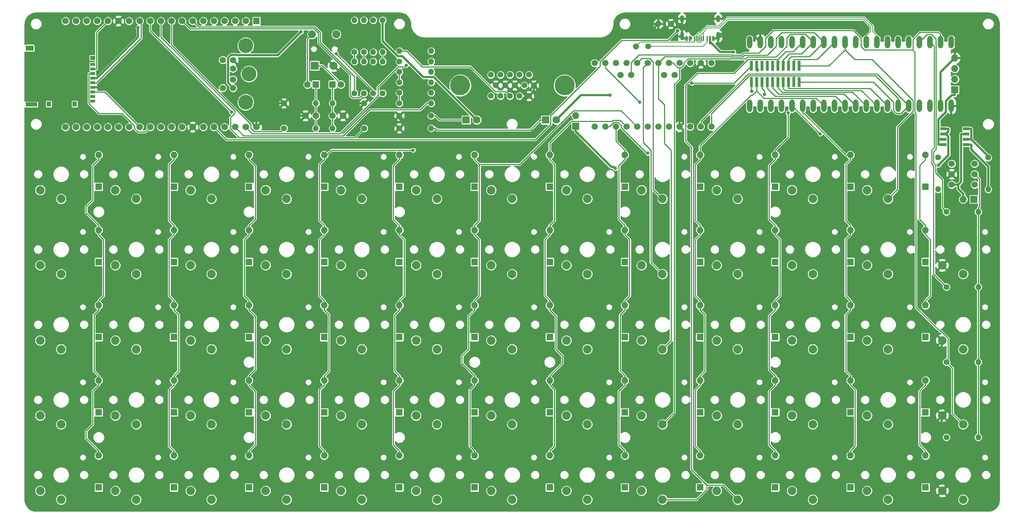
<source format=gbl>
G04 #@! TF.GenerationSoftware,KiCad,Pcbnew,(5.1.5)-3*
G04 #@! TF.CreationDate,2020-03-10T10:40:42+09:00*
G04 #@! TF.ProjectId,console64,636f6e73-6f6c-4653-9634-2e6b69636164,rev?*
G04 #@! TF.SameCoordinates,Original*
G04 #@! TF.FileFunction,Copper,L2,Bot*
G04 #@! TF.FilePolarity,Positive*
%FSLAX46Y46*%
G04 Gerber Fmt 4.6, Leading zero omitted, Abs format (unit mm)*
G04 Created by KiCad (PCBNEW (5.1.5)-3) date 2020-03-10 10:40:42*
%MOMM*%
%LPD*%
G04 APERTURE LIST*
%ADD10C,2.032000*%
%ADD11O,0.900000X2.000000*%
%ADD12O,0.900000X1.700000*%
%ADD13R,0.300000X1.160000*%
%ADD14R,0.600000X1.160000*%
%ADD15O,1.300000X3.000000*%
%ADD16C,4.800000*%
%ADD17C,1.400000*%
%ADD18C,1.560000*%
%ADD19R,1.560000X1.560000*%
%ADD20R,1.900000X1.300000*%
%ADD21R,2.800000X1.000000*%
%ADD22R,1.000000X1.200000*%
%ADD23R,1.200000X1.000000*%
%ADD24R,1.200000X0.700000*%
%ADD25O,1.400000X1.400000*%
%ADD26C,1.600000*%
%ADD27R,1.600000X1.600000*%
%ADD28C,1.900000*%
%ADD29R,1.900000X1.900000*%
%ADD30C,1.400000*%
%ADD31C,1.500000*%
%ADD32R,0.740000X2.400000*%
%ADD33R,1.700000X1.700000*%
%ADD34O,1.700000X1.700000*%
%ADD35R,1.525000X0.700000*%
%ADD36C,3.555000*%
%ADD37C,1.509000*%
%ADD38O,1.600000X1.600000*%
%ADD39R,1.800000X1.800000*%
%ADD40C,1.800000*%
%ADD41C,1.524000*%
%ADD42C,0.800000*%
%ADD43C,0.250000*%
%ADD44C,0.200000*%
%ADD45C,0.500000*%
%ADD46C,0.254000*%
G04 APERTURE END LIST*
D10*
X34000000Y-72800000D03*
X39000000Y-74900000D03*
X52000000Y-72800000D03*
X57000000Y-74900000D03*
X70000000Y-72800000D03*
X75000000Y-74900000D03*
X88000000Y-72800000D03*
X93000000Y-74900000D03*
X106000000Y-72800000D03*
X111000000Y-74900000D03*
X124000000Y-72800000D03*
X129000000Y-74900000D03*
X142000000Y-72800000D03*
X147000000Y-74900000D03*
X160000000Y-72800000D03*
X165000000Y-74900000D03*
X178000000Y-72800000D03*
X183000000Y-74900000D03*
X196000000Y-72800000D03*
X201000000Y-74900000D03*
X214000000Y-72800000D03*
X219000000Y-74900000D03*
X232000000Y-72800000D03*
X237000000Y-74900000D03*
X34000000Y-90800000D03*
X39000000Y-92900000D03*
X52000000Y-90800000D03*
X57000000Y-92900000D03*
X70000000Y-90800000D03*
X75000000Y-92900000D03*
X88000000Y-90800000D03*
X93000000Y-92900000D03*
X106000000Y-90800000D03*
X111000000Y-92900000D03*
X124000000Y-90800000D03*
X129000000Y-92900000D03*
X142000000Y-90800000D03*
X147000000Y-92900000D03*
X160000000Y-90800000D03*
X165000000Y-92900000D03*
X178000000Y-90800000D03*
X183000000Y-92900000D03*
X196000000Y-90800000D03*
X201000000Y-92900000D03*
X214000000Y-90800000D03*
X219000000Y-92900000D03*
X232000000Y-90800000D03*
X237000000Y-92900000D03*
X34000000Y-108800000D03*
X39000000Y-110900000D03*
X52000000Y-108800000D03*
X57000000Y-110900000D03*
X70000000Y-108800000D03*
X75000000Y-110900000D03*
X88000000Y-108800000D03*
X93000000Y-110900000D03*
X106000000Y-108800000D03*
X111000000Y-110900000D03*
X124000000Y-108800000D03*
X129000000Y-110900000D03*
X142000000Y-108800000D03*
X147000000Y-110900000D03*
X160000000Y-108800000D03*
X165000000Y-110900000D03*
X178000000Y-108800000D03*
X183000000Y-110900000D03*
X196000000Y-108800000D03*
X201000000Y-110900000D03*
X214000000Y-108800000D03*
X219000000Y-110900000D03*
X232000000Y-108800000D03*
X237000000Y-110900000D03*
X34000000Y-126800000D03*
X39000000Y-128900000D03*
X52000000Y-126800000D03*
X57000000Y-128900000D03*
X70000000Y-126800000D03*
X75000000Y-128900000D03*
X88000000Y-126800000D03*
X93000000Y-128900000D03*
X106000000Y-126800000D03*
X111000000Y-128900000D03*
X124000000Y-126800000D03*
X129000000Y-128900000D03*
X142000000Y-126800000D03*
X147000000Y-128900000D03*
X160000000Y-126800000D03*
X165000000Y-128900000D03*
X178000000Y-126800000D03*
X183000000Y-128900000D03*
X196000000Y-126800000D03*
X201000000Y-128900000D03*
X214000000Y-126800000D03*
X219000000Y-128900000D03*
X232000000Y-126800000D03*
X237000000Y-128900000D03*
X34000000Y-144800000D03*
X39000000Y-146900000D03*
X52000000Y-144800000D03*
X57000000Y-146900000D03*
X70000000Y-144800000D03*
X75000000Y-146900000D03*
X88000000Y-144800000D03*
X93000000Y-146900000D03*
X106000000Y-144800000D03*
X111000000Y-146900000D03*
X124000000Y-144800000D03*
X129000000Y-146900000D03*
X142000000Y-144800000D03*
X147000000Y-146900000D03*
X160000000Y-144800000D03*
X165000000Y-146900000D03*
X178000000Y-144800000D03*
X183000000Y-146900000D03*
X196000000Y-144800000D03*
X201000000Y-146900000D03*
X214000000Y-144800000D03*
X219000000Y-146900000D03*
X232000000Y-144800000D03*
X237000000Y-146900000D03*
X250000000Y-144800000D03*
X255000000Y-146900000D03*
X250000000Y-126800000D03*
X255000000Y-128900000D03*
X250000000Y-108800000D03*
X255000000Y-110900000D03*
X250000000Y-90800000D03*
X255000000Y-92900000D03*
D11*
X187680000Y-35930000D03*
X196320000Y-35930000D03*
D12*
X187680000Y-31760000D03*
X196320000Y-31760000D03*
D13*
X191250000Y-36510000D03*
X191750000Y-36510000D03*
X192250000Y-36510000D03*
X190750000Y-36510000D03*
X192750000Y-36510000D03*
X193750000Y-36510000D03*
D14*
X189600000Y-36510000D03*
X188800000Y-36510000D03*
X194400000Y-36510000D03*
X195200000Y-36510000D03*
D15*
X252130000Y-52627620D03*
X252130000Y-37380000D03*
X249590000Y-52627620D03*
X249590000Y-37380000D03*
X247050000Y-52620000D03*
X247050000Y-37387620D03*
X244510000Y-52620000D03*
X244510000Y-37380000D03*
X241970000Y-52620000D03*
X241970000Y-37380000D03*
X239430000Y-52620000D03*
X239430000Y-37380000D03*
X236890000Y-52620000D03*
X236890000Y-37380000D03*
X234350000Y-52620000D03*
X234350000Y-37380000D03*
X231810000Y-52627620D03*
X231810000Y-37380000D03*
X229270000Y-52620000D03*
X229270000Y-37380000D03*
X226730000Y-52620000D03*
X226730000Y-37380000D03*
X224190000Y-52620000D03*
X224190000Y-37380000D03*
X221650000Y-52620000D03*
X221650000Y-37387620D03*
X219110000Y-52620000D03*
X219110000Y-37380000D03*
X216570000Y-52620000D03*
X216570000Y-37380000D03*
X214030000Y-52620000D03*
X214030000Y-37380000D03*
X211490000Y-52620000D03*
X211490000Y-37380000D03*
X208950000Y-52627620D03*
X208950000Y-37380000D03*
X206410000Y-52620000D03*
X206410000Y-37380000D03*
X203870000Y-52620000D03*
X203870000Y-37380000D03*
D16*
X159556000Y-47731000D03*
X134566000Y-47731000D03*
D17*
X151060000Y-45191000D03*
X148775000Y-45191000D03*
X146490000Y-45191000D03*
X144205000Y-45191000D03*
X141920000Y-45191000D03*
X152203000Y-47731000D03*
X149918000Y-47731000D03*
X147633000Y-47731000D03*
X145348000Y-47731000D03*
X143063000Y-47731000D03*
X151060000Y-50271000D03*
X148775000Y-50271000D03*
X146490000Y-50271000D03*
X144205000Y-50271000D03*
X141920000Y-50271000D03*
D18*
X40040000Y-57700000D03*
X42580000Y-57700000D03*
X45120000Y-57700000D03*
X47660000Y-57700000D03*
X50200000Y-57700000D03*
X52740000Y-57700000D03*
X55280000Y-57700000D03*
X57820000Y-57700000D03*
X60360000Y-57700000D03*
X62900000Y-57700000D03*
X65440000Y-57700000D03*
X67980000Y-57700000D03*
X70520000Y-57700000D03*
X73060000Y-57700000D03*
X75600000Y-57700000D03*
X78140000Y-57700000D03*
X80680000Y-57700000D03*
X83220000Y-57700000D03*
X85760000Y-57700000D03*
X42580000Y-32300000D03*
X45120000Y-32300000D03*
X47660000Y-32300000D03*
X50200000Y-32300000D03*
X52740000Y-32300000D03*
X55280000Y-32300000D03*
X57820000Y-32300000D03*
X60360000Y-32300000D03*
X62900000Y-32300000D03*
X65440000Y-32300000D03*
X67980000Y-32300000D03*
X70520000Y-32300000D03*
X73060000Y-32300000D03*
X75600000Y-32300000D03*
X78140000Y-32300000D03*
X80680000Y-32300000D03*
X40040000Y-32300000D03*
X83220000Y-32300000D03*
D19*
X85760000Y-32300000D03*
D20*
X31457000Y-38791000D03*
D21*
X31907000Y-52291000D03*
D22*
X42257000Y-52191000D03*
D23*
X46557000Y-41141000D03*
D24*
X46557000Y-51491000D03*
D22*
X36057000Y-52191000D03*
D24*
X46557000Y-50391000D03*
X46557000Y-49291000D03*
X46557000Y-48191000D03*
X46557000Y-47091000D03*
X46557000Y-45991000D03*
X46557000Y-44891000D03*
X46557000Y-43791000D03*
X46557000Y-42691000D03*
D25*
X127620000Y-52000000D03*
D17*
X120000000Y-52000000D03*
X120000000Y-49500000D03*
D25*
X127620000Y-49500000D03*
X127620000Y-47000000D03*
D17*
X120000000Y-47000000D03*
X120000000Y-44500000D03*
D25*
X127620000Y-44500000D03*
X127620000Y-42000000D03*
D17*
X120000000Y-42000000D03*
X120000000Y-39500000D03*
D25*
X127620000Y-39500000D03*
D17*
X109250000Y-49620000D03*
D25*
X109250000Y-42000000D03*
X111500000Y-42000000D03*
D17*
X111500000Y-49620000D03*
X113750000Y-49620000D03*
D25*
X113750000Y-42000000D03*
X116000000Y-42000000D03*
D17*
X116000000Y-49620000D03*
X109250000Y-39750000D03*
D25*
X109250000Y-32130000D03*
X111500000Y-32130000D03*
D17*
X111500000Y-39750000D03*
X113750000Y-32130000D03*
D25*
X113750000Y-39750000D03*
X116000000Y-39750000D03*
D17*
X116000000Y-32130000D03*
D26*
X98000000Y-47500000D03*
D27*
X100000000Y-47500000D03*
X104000000Y-47500000D03*
D26*
X106000000Y-47500000D03*
X100000000Y-55000000D03*
X97500000Y-55000000D03*
X106500000Y-55000000D03*
X104000000Y-55000000D03*
D28*
X99100000Y-35500000D03*
X104900000Y-35500000D03*
D29*
X99750000Y-43000000D03*
D28*
X104250000Y-43000000D03*
D17*
X92380000Y-52000000D03*
D25*
X100000000Y-52000000D03*
D17*
X92380000Y-58000000D03*
D25*
X100000000Y-58000000D03*
X104000000Y-52000000D03*
D17*
X111620000Y-52000000D03*
X111620000Y-58000000D03*
D25*
X104000000Y-58000000D03*
D30*
X185000154Y-33000046D02*
X185000154Y-33000046D01*
D17*
X179612000Y-38388200D03*
X182000000Y-33000000D03*
D30*
X176611846Y-38388154D02*
X176611846Y-38388154D01*
D31*
X185950000Y-45280000D03*
X183410000Y-45280000D03*
X175520000Y-45280000D03*
X172980000Y-45280000D03*
X166760000Y-42380000D03*
X169300000Y-42380000D03*
X171840000Y-42380000D03*
X174380000Y-42380000D03*
X176920000Y-42380000D03*
X179460000Y-42380000D03*
X182000000Y-42380000D03*
X184540000Y-42380000D03*
X187080000Y-42380000D03*
X189620000Y-42380000D03*
X192160000Y-42380000D03*
X194700000Y-42380000D03*
X194700000Y-57620000D03*
X192160000Y-57620000D03*
X189620000Y-57620000D03*
X187080000Y-57620000D03*
X184540000Y-57620000D03*
X182000000Y-57620000D03*
X179460000Y-57620000D03*
X176920000Y-57620000D03*
X174380000Y-57620000D03*
X171840000Y-57620000D03*
X169300000Y-57620000D03*
X166760000Y-57620000D03*
D32*
X215715000Y-46950000D03*
X215715000Y-43050000D03*
X214445000Y-46950000D03*
X214445000Y-43050000D03*
X213175000Y-46950000D03*
X213175000Y-43050000D03*
X211905000Y-46950000D03*
X211905000Y-43050000D03*
X210635000Y-46950000D03*
X210635000Y-43050000D03*
X209365000Y-46950000D03*
X209365000Y-43050000D03*
X208095000Y-46950000D03*
X208095000Y-43050000D03*
X206825000Y-46950000D03*
X206825000Y-43050000D03*
X205555000Y-46950000D03*
X205555000Y-43050000D03*
X204285000Y-46950000D03*
X204285000Y-43050000D03*
D33*
X253000000Y-48781000D03*
D34*
X253000000Y-46241000D03*
X253000000Y-43701000D03*
X253000000Y-41161000D03*
D33*
X162250000Y-57500000D03*
D34*
X162250000Y-54960000D03*
D35*
X250288000Y-58095000D03*
X250288000Y-59365000D03*
X250288000Y-60635000D03*
X250288000Y-61905000D03*
X255712000Y-61905000D03*
X255712000Y-60635000D03*
X255712000Y-59365000D03*
X255712000Y-58095000D03*
D36*
X83190000Y-38240000D03*
X83190000Y-51760000D03*
X84000000Y-45000000D03*
D37*
X77700000Y-48350000D03*
X77700000Y-41650000D03*
X80190000Y-48350000D03*
X80190000Y-41650000D03*
X80190000Y-46300000D03*
X80190000Y-43700000D03*
D38*
X48000000Y-64380000D03*
D27*
X48000000Y-72000000D03*
D38*
X66000000Y-64380000D03*
D27*
X66000000Y-72000000D03*
X84000000Y-72000000D03*
D38*
X84000000Y-64380000D03*
X102000000Y-64380000D03*
D27*
X102000000Y-72000000D03*
X120000000Y-72000000D03*
D38*
X120000000Y-64380000D03*
X138000000Y-64380000D03*
D27*
X138000000Y-72000000D03*
X156000000Y-72000000D03*
D38*
X156000000Y-64380000D03*
X174000000Y-64380000D03*
D27*
X174000000Y-72000000D03*
X192000000Y-72000000D03*
D38*
X192000000Y-64380000D03*
X210000000Y-64380000D03*
D27*
X210000000Y-72000000D03*
X228000000Y-72000000D03*
D38*
X228000000Y-64380000D03*
X246000000Y-64380000D03*
D27*
X246000000Y-72000000D03*
X48000000Y-90000000D03*
D38*
X48000000Y-82380000D03*
X66000000Y-82380000D03*
D27*
X66000000Y-90000000D03*
X84000000Y-90000000D03*
D38*
X84000000Y-82380000D03*
X102000000Y-82380000D03*
D27*
X102000000Y-90000000D03*
X120000000Y-90000000D03*
D38*
X120000000Y-82380000D03*
X138000000Y-82380000D03*
D27*
X138000000Y-90000000D03*
X156000000Y-90000000D03*
D38*
X156000000Y-82380000D03*
X174000000Y-82380000D03*
D27*
X174000000Y-90000000D03*
X192000000Y-90000000D03*
D38*
X192000000Y-82380000D03*
X210000000Y-82380000D03*
D27*
X210000000Y-90000000D03*
X228000000Y-90000000D03*
D38*
X228000000Y-82380000D03*
X246000000Y-82380000D03*
D27*
X246000000Y-90000000D03*
X48000000Y-108000000D03*
D38*
X48000000Y-100380000D03*
X66000000Y-100380000D03*
D27*
X66000000Y-108000000D03*
X84000000Y-108000000D03*
D38*
X84000000Y-100380000D03*
X102000000Y-100380000D03*
D27*
X102000000Y-108000000D03*
X120000000Y-108000000D03*
D38*
X120000000Y-100380000D03*
X138000000Y-100380000D03*
D27*
X138000000Y-108000000D03*
X156000000Y-108000000D03*
D38*
X156000000Y-100380000D03*
X174000000Y-100380000D03*
D27*
X174000000Y-108000000D03*
X192000000Y-108000000D03*
D38*
X192000000Y-100380000D03*
D27*
X210000000Y-108000000D03*
D38*
X210000000Y-100380000D03*
D27*
X228000000Y-108000000D03*
D38*
X228000000Y-100380000D03*
X246000000Y-100380000D03*
D27*
X246000000Y-108000000D03*
X48000000Y-126000000D03*
D38*
X48000000Y-118380000D03*
X66000000Y-118380000D03*
D27*
X66000000Y-126000000D03*
X84000000Y-126000000D03*
D38*
X84000000Y-118380000D03*
X102000000Y-118380000D03*
D27*
X102000000Y-126000000D03*
X120000000Y-126000000D03*
D38*
X120000000Y-118380000D03*
X138000000Y-118380000D03*
D27*
X138000000Y-126000000D03*
X156000000Y-126000000D03*
D38*
X156000000Y-118380000D03*
X174000000Y-118380000D03*
D27*
X174000000Y-126000000D03*
X192000000Y-126000000D03*
D38*
X192000000Y-118380000D03*
X210000000Y-118380000D03*
D27*
X210000000Y-126000000D03*
X228000000Y-126000000D03*
D38*
X228000000Y-118380000D03*
X246000000Y-118380000D03*
D27*
X246000000Y-126000000D03*
X48000000Y-144000000D03*
D38*
X48000000Y-136380000D03*
X66000000Y-136380000D03*
D27*
X66000000Y-144000000D03*
D38*
X84000000Y-136380000D03*
D27*
X84000000Y-144000000D03*
D38*
X102000000Y-136380000D03*
D27*
X102000000Y-144000000D03*
X120000000Y-144000000D03*
D38*
X120000000Y-136380000D03*
D27*
X138000000Y-144000000D03*
D38*
X138000000Y-136380000D03*
X156000000Y-136380000D03*
D27*
X156000000Y-144000000D03*
X174000000Y-144000000D03*
D38*
X174000000Y-136380000D03*
D27*
X192000000Y-144000000D03*
D38*
X192000000Y-136380000D03*
D27*
X210000000Y-144000000D03*
D38*
X210000000Y-136380000D03*
X228000000Y-136380000D03*
D27*
X228000000Y-144000000D03*
D38*
X246000000Y-136380000D03*
D27*
X246000000Y-144000000D03*
D33*
X257540000Y-75000000D03*
D34*
X255000000Y-75000000D03*
D39*
X155000000Y-56000000D03*
D40*
X157540000Y-56000000D03*
X138540000Y-56000000D03*
D39*
X136000000Y-56000000D03*
D17*
X261000000Y-65000000D03*
D25*
X261000000Y-72620000D03*
X249000000Y-72620000D03*
D17*
X249000000Y-65000000D03*
X120000000Y-58000000D03*
D25*
X127620000Y-58000000D03*
X127620000Y-55000000D03*
D17*
X120000000Y-55000000D03*
D41*
X252250000Y-66500000D03*
X252250000Y-69000000D03*
X252250000Y-71500000D03*
X257750000Y-66500000D03*
X257750000Y-69000000D03*
X257750000Y-71500000D03*
D25*
X258620000Y-132000000D03*
D17*
X251000000Y-132000000D03*
X251000000Y-114000000D03*
D25*
X258620000Y-114000000D03*
X258620000Y-96000000D03*
D17*
X251000000Y-96000000D03*
X251000000Y-78000000D03*
D25*
X258620000Y-78000000D03*
D42*
X123302400Y-63254600D03*
X207403600Y-49858900D03*
X179510800Y-63979400D03*
X213081300Y-54304600D03*
X204400800Y-49157000D03*
X190028700Y-47179400D03*
X204285000Y-43050000D03*
X177508700Y-51725900D03*
X205780000Y-44012100D03*
X220761200Y-59351200D03*
X121651800Y-42921000D03*
X94000000Y-50000000D03*
X90000000Y-53250000D03*
X123250000Y-55250000D03*
X125000000Y-55250000D03*
X87250000Y-61500000D03*
X89750000Y-61500000D03*
X92250000Y-61500000D03*
X94750000Y-61500000D03*
X89750000Y-64000000D03*
X92250000Y-64000000D03*
X94750000Y-64000000D03*
X108250000Y-61500000D03*
X111000000Y-61500000D03*
X113750000Y-61500000D03*
X113750000Y-64250000D03*
X111000000Y-64250000D03*
X108250000Y-64250000D03*
X169000000Y-37000000D03*
X168250000Y-38000000D03*
X118000000Y-36000000D03*
X119500000Y-36000000D03*
X121000000Y-36000000D03*
X122500000Y-36000000D03*
X89250000Y-31750000D03*
X90750000Y-31750000D03*
X92250000Y-31750000D03*
X93750000Y-31750000D03*
X177250000Y-31750000D03*
X179250000Y-31750000D03*
X177250000Y-33750000D03*
X246000000Y-31250000D03*
X247750000Y-31250000D03*
X249500000Y-31250000D03*
X251250000Y-31250000D03*
X253000000Y-31250000D03*
X254750000Y-31250000D03*
X256500000Y-31250000D03*
X258250000Y-31250000D03*
X258250000Y-33000000D03*
X256500000Y-33000000D03*
X254750000Y-33000000D03*
X253000000Y-33000000D03*
X251250000Y-33000000D03*
X254750000Y-35000000D03*
X256500000Y-35000000D03*
X258250000Y-35000000D03*
X255000000Y-43000000D03*
X236750000Y-55750000D03*
X235750000Y-57250000D03*
X242250000Y-60250000D03*
X241250000Y-59000000D03*
X178750000Y-65500000D03*
X186750000Y-65500000D03*
X193250000Y-63250000D03*
X198750000Y-57750000D03*
X200750000Y-57750000D03*
X104862300Y-40119200D03*
X79840000Y-54117500D03*
X57444300Y-33910100D03*
X199991700Y-39733700D03*
X189767700Y-36439300D03*
X194516200Y-37566400D03*
X171711200Y-67592100D03*
X96436300Y-34936700D03*
X249122500Y-66805800D03*
X186589800Y-34640800D03*
X170463800Y-50039300D03*
D43*
X192160000Y-57620000D02*
X192160000Y-56395900D01*
X192160000Y-56395900D02*
X203581600Y-44974300D01*
X203581600Y-44974300D02*
X234324300Y-44974300D01*
X234324300Y-44974300D02*
X241970000Y-52620000D01*
X215715000Y-46950000D02*
X233521300Y-46950000D01*
X233521300Y-46950000D02*
X238315400Y-51744100D01*
X238315400Y-51744100D02*
X238315400Y-53737200D01*
X238315400Y-53737200D02*
X239027900Y-54449700D01*
X239027900Y-54449700D02*
X240140300Y-54449700D01*
X240140300Y-54449700D02*
X241970000Y-52620000D01*
X48000000Y-82380000D02*
X48000000Y-83505300D01*
X48000000Y-100380000D02*
X48000000Y-99254700D01*
X48000000Y-99254700D02*
X49125300Y-98129400D01*
X49125300Y-98129400D02*
X49125300Y-84630600D01*
X49125300Y-84630600D02*
X48000000Y-83505300D01*
X48000000Y-100942600D02*
X48000000Y-100380000D01*
X48000000Y-82380000D02*
X48000000Y-81254700D01*
X48000000Y-100942600D02*
X48000000Y-101505300D01*
X48000000Y-118380000D02*
X48000000Y-117254700D01*
X48000000Y-117254700D02*
X46874700Y-116129400D01*
X46874700Y-116129400D02*
X46874700Y-102630600D01*
X46874700Y-102630600D02*
X48000000Y-101505300D01*
X48000000Y-136380000D02*
X48000000Y-135254700D01*
X48000000Y-119505300D02*
X46570200Y-120935100D01*
X46570200Y-120935100D02*
X46570200Y-128929800D01*
X46570200Y-128929800D02*
X45000000Y-130500000D01*
X45000000Y-132254700D02*
X48000000Y-135254700D01*
X48000000Y-118380000D02*
X48000000Y-119505300D01*
X45000000Y-130500000D02*
X45000000Y-132254700D01*
X45000000Y-78250000D02*
X48000000Y-81250000D01*
X45000000Y-76750000D02*
X45000000Y-78250000D01*
X46570300Y-75179700D02*
X45000000Y-76750000D01*
X48000000Y-65505300D02*
X46570300Y-66935000D01*
X46570300Y-66935000D02*
X46570300Y-75179700D01*
X48000000Y-81254700D02*
X48000000Y-81250000D01*
X48000000Y-64380000D02*
X48000000Y-65505300D01*
X194700000Y-57620000D02*
X194700000Y-54493700D01*
X194700000Y-54493700D02*
X203769000Y-45424700D01*
X203769000Y-45424700D02*
X214445000Y-45424700D01*
X239430000Y-52620000D02*
X239430000Y-50794700D01*
X214445000Y-45424700D02*
X234060000Y-45424700D01*
X234060000Y-45424700D02*
X239430000Y-50794700D01*
X214445000Y-45424800D02*
X214445000Y-45424700D01*
X214445000Y-46950000D02*
X214445000Y-45537300D01*
X214445000Y-45537300D02*
X214445000Y-45424800D01*
X66000000Y-118380000D02*
X66000000Y-119505300D01*
X66000000Y-136380000D02*
X66000000Y-135254700D01*
X66000000Y-135254700D02*
X64874700Y-134129400D01*
X64874700Y-134129400D02*
X64874700Y-120630600D01*
X64874700Y-120630600D02*
X66000000Y-119505300D01*
X66000000Y-100380000D02*
X66000000Y-101505300D01*
X66000000Y-118380000D02*
X66000000Y-117254700D01*
X66000000Y-117254700D02*
X67125300Y-116129400D01*
X67125300Y-116129400D02*
X67125300Y-102630600D01*
X67125300Y-102630600D02*
X66000000Y-101505300D01*
X66000000Y-82380000D02*
X66000000Y-83505300D01*
X66000000Y-100380000D02*
X66000000Y-99254700D01*
X66000000Y-99254700D02*
X64874700Y-98129400D01*
X64874700Y-98129400D02*
X64874700Y-84630600D01*
X64874700Y-84630600D02*
X66000000Y-83505300D01*
X66000000Y-64380000D02*
X66000000Y-65505300D01*
X66000000Y-82380000D02*
X66000000Y-81254700D01*
X66000000Y-81254700D02*
X64874700Y-80129400D01*
X64874700Y-80129400D02*
X64874700Y-66630600D01*
X64874700Y-66630600D02*
X66000000Y-65505300D01*
X84000000Y-82380000D02*
X84000000Y-83505300D01*
X84000000Y-100380000D02*
X84000000Y-99254700D01*
X84000000Y-99254700D02*
X82874700Y-98129400D01*
X82874700Y-98129400D02*
X82874700Y-84630600D01*
X82874700Y-84630600D02*
X84000000Y-83505300D01*
X84000000Y-100942600D02*
X84000000Y-100380000D01*
X213175000Y-46950000D02*
X213175000Y-48475300D01*
X213175000Y-48475300D02*
X232745300Y-48475300D01*
X232745300Y-48475300D02*
X236890000Y-52620000D01*
X84000000Y-100942600D02*
X84000000Y-101505300D01*
X84000000Y-82380000D02*
X84000000Y-81254700D01*
X84000000Y-64380000D02*
X84000000Y-65505300D01*
X84000000Y-65505300D02*
X85478100Y-66983400D01*
X85478100Y-66983400D02*
X85478100Y-79776600D01*
X85478100Y-79776600D02*
X84000000Y-81254700D01*
X84000000Y-118380000D02*
X84000000Y-117254700D01*
X84000000Y-101505300D02*
X85478100Y-102983400D01*
X85478100Y-102983400D02*
X85478100Y-115776600D01*
X85478100Y-115776600D02*
X84000000Y-117254700D01*
X84000000Y-136380000D02*
X84000000Y-135254700D01*
X84000000Y-118380000D02*
X84000000Y-119505300D01*
X84000000Y-119505300D02*
X85478100Y-120983400D01*
X85478100Y-133776600D02*
X84000000Y-135254700D01*
X85478100Y-127521900D02*
X85478100Y-133776600D01*
X85478100Y-120983400D02*
X85478100Y-127521900D01*
X102000000Y-64942600D02*
X103688000Y-63254600D01*
X103688000Y-63254600D02*
X123302400Y-63254600D01*
X102000000Y-64942600D02*
X102000000Y-65505300D01*
X102000000Y-64380000D02*
X102000000Y-64942600D01*
X102000000Y-82380000D02*
X102000000Y-83505300D01*
X102000000Y-100380000D02*
X102000000Y-99254700D01*
X102000000Y-99254700D02*
X100874700Y-98129400D01*
X100874700Y-98129400D02*
X100874700Y-84630600D01*
X100874700Y-84630600D02*
X102000000Y-83505300D01*
X102000000Y-100942600D02*
X102000000Y-100380000D01*
X102000000Y-118380000D02*
X102000000Y-119505300D01*
X102000000Y-136380000D02*
X102000000Y-135254700D01*
X102000000Y-135254700D02*
X100874700Y-134129400D01*
X100874700Y-134129400D02*
X100874700Y-120630600D01*
X100874700Y-120630600D02*
X102000000Y-119505300D01*
X234350000Y-52620000D02*
X230655600Y-48925600D01*
X230655600Y-48925600D02*
X212355300Y-48925600D01*
X212355300Y-48925600D02*
X211905000Y-48475300D01*
X211905000Y-46950000D02*
X211905000Y-48475300D01*
X102000000Y-82380000D02*
X102000000Y-81254700D01*
X102000000Y-81254700D02*
X100874700Y-80129400D01*
X100874700Y-80129400D02*
X100874700Y-66630600D01*
X100874700Y-66630600D02*
X102000000Y-65505300D01*
X102000000Y-100942600D02*
X102000000Y-101505300D01*
X102000000Y-118380000D02*
X102000000Y-117254700D01*
X102000000Y-117254700D02*
X103125300Y-116129400D01*
X103125300Y-116129400D02*
X103125300Y-102630600D01*
X103125300Y-102630600D02*
X102000000Y-101505300D01*
X210635000Y-46950000D02*
X210635000Y-48311000D01*
X120000000Y-82380000D02*
X120000000Y-83505300D01*
X120000000Y-100380000D02*
X120000000Y-99254700D01*
X120000000Y-99254700D02*
X121125300Y-98129400D01*
X121125300Y-98129400D02*
X121125300Y-84630600D01*
X121125300Y-84630600D02*
X120000000Y-83505300D01*
X120000000Y-100942600D02*
X120000000Y-100380000D01*
X210635000Y-48311000D02*
X211700000Y-49376000D01*
X211700000Y-49376000D02*
X228558400Y-49376000D01*
X228558400Y-49376000D02*
X231810000Y-52627600D01*
X120000000Y-64380000D02*
X120000000Y-65505300D01*
X120000000Y-82380000D02*
X120000000Y-81254700D01*
X120000000Y-81254700D02*
X118570200Y-79824900D01*
X118570200Y-79824900D02*
X118570200Y-66935100D01*
X118570200Y-66935100D02*
X120000000Y-65505300D01*
X120000000Y-100942600D02*
X120000000Y-101505300D01*
X120000000Y-118380000D02*
X120000000Y-119505300D01*
X120000000Y-136380000D02*
X120000000Y-135254700D01*
X120000000Y-135254700D02*
X118570200Y-133824900D01*
X118570200Y-133824900D02*
X118570200Y-120935100D01*
X118570200Y-120935100D02*
X120000000Y-119505300D01*
X120000000Y-118380000D02*
X120000000Y-117254700D01*
X120000000Y-117254700D02*
X118874700Y-116129400D01*
X118874700Y-116129400D02*
X118874700Y-102630600D01*
X118874700Y-102630600D02*
X120000000Y-101505300D01*
X138000000Y-118380000D02*
X138000000Y-119505300D01*
X138000000Y-136380000D02*
X138000000Y-135254700D01*
X138000000Y-135254700D02*
X136874700Y-134129400D01*
X136874700Y-134129400D02*
X136874700Y-120630600D01*
X136874700Y-120630600D02*
X138000000Y-119505300D01*
X139125300Y-66630600D02*
X138000000Y-65505300D01*
X138000000Y-81254700D02*
X139125300Y-80129400D01*
X139125300Y-80129400D02*
X139125300Y-66630600D01*
X176920000Y-57620000D02*
X173047200Y-53747200D01*
X173047200Y-53747200D02*
X161729200Y-53747200D01*
X161729200Y-53747200D02*
X148845800Y-66630600D01*
X148845800Y-66630600D02*
X139125300Y-66630600D01*
X229270000Y-52620000D02*
X226476300Y-49826300D01*
X226476300Y-49826300D02*
X210828600Y-49826300D01*
X210828600Y-49826300D02*
X209365000Y-48362700D01*
X209365000Y-46950000D02*
X209365000Y-48362700D01*
X138000000Y-118380000D02*
X138000000Y-117254700D01*
X138000000Y-82380000D02*
X138000000Y-83505300D01*
X138000000Y-100380000D02*
X138000000Y-99254700D01*
X138000000Y-99254700D02*
X139125300Y-98129400D01*
X139125300Y-98129400D02*
X139125300Y-84630600D01*
X139125300Y-84630600D02*
X138000000Y-83505300D01*
X138000000Y-64380000D02*
X138000000Y-65505300D01*
X138000000Y-82380000D02*
X138000000Y-81254700D01*
X136570300Y-110929700D02*
X135000000Y-112500000D01*
X136750000Y-116000000D02*
X136570300Y-115825000D01*
X136570300Y-102935000D02*
X136570300Y-110929700D01*
X138000000Y-117254700D02*
X136750000Y-116000000D01*
X135000000Y-112500000D02*
X135000000Y-114250000D01*
X138000000Y-100380000D02*
X138000000Y-101505300D01*
X135000000Y-114250000D02*
X136750000Y-116000000D01*
X138000000Y-101505300D02*
X136570300Y-102935000D01*
X208095000Y-46950000D02*
X208095000Y-48475300D01*
X226730000Y-52620000D02*
X224448600Y-50338600D01*
X224448600Y-50338600D02*
X209958300Y-50338600D01*
X209958300Y-50338600D02*
X208095000Y-48475300D01*
X174380000Y-57620000D02*
X172831400Y-56071400D01*
X172831400Y-56071400D02*
X171190500Y-56071400D01*
X171190500Y-56071400D02*
X170937200Y-56324700D01*
X170937200Y-56324700D02*
X161211300Y-56324700D01*
X161211300Y-56324700D02*
X156000000Y-61536000D01*
X156000000Y-61536000D02*
X156000000Y-64380000D01*
X156000000Y-64942600D02*
X156000000Y-64380000D01*
X156000000Y-64942600D02*
X156000000Y-65505300D01*
X156000000Y-81254700D02*
X157125300Y-80129400D01*
X157125300Y-80129400D02*
X157125300Y-66630600D01*
X157125300Y-66630600D02*
X156000000Y-65505300D01*
X156000000Y-82380000D02*
X156000000Y-83505300D01*
X156000000Y-100380000D02*
X156000000Y-99254700D01*
X156000000Y-99254700D02*
X154874700Y-98129400D01*
X154874700Y-98129400D02*
X154874700Y-84630600D01*
X154874700Y-84630600D02*
X156000000Y-83505300D01*
X156000000Y-82380000D02*
X156000000Y-81254700D01*
X156000000Y-136380000D02*
X156000000Y-135254700D01*
X156000000Y-118380000D02*
X156000000Y-119505300D01*
X156000000Y-119505300D02*
X157125300Y-120630600D01*
X157125300Y-120630600D02*
X157125300Y-134129400D01*
X157125300Y-134129400D02*
X156000000Y-135254700D01*
X159000000Y-114254700D02*
X156000000Y-117254700D01*
X156000000Y-101505300D02*
X157478100Y-102983400D01*
X156000000Y-117254700D02*
X156000000Y-118380000D01*
X159000000Y-112500000D02*
X159000000Y-114254700D01*
X156000000Y-100380000D02*
X156000000Y-101505300D01*
X157478100Y-102983400D02*
X157478100Y-110978100D01*
X157478100Y-110978100D02*
X159000000Y-112500000D01*
X206825000Y-48475300D02*
X207403600Y-49053900D01*
X207403600Y-49053900D02*
X207403600Y-49858900D01*
X206825000Y-46950000D02*
X206825000Y-48475300D01*
X174000000Y-64380000D02*
X174000000Y-63254700D01*
X174000000Y-63254700D02*
X171840000Y-61094700D01*
X171840000Y-61094700D02*
X171840000Y-57620000D01*
X174000000Y-64942600D02*
X174000000Y-64380000D01*
X174000000Y-118380000D02*
X174000000Y-119505300D01*
X174000000Y-136380000D02*
X174000000Y-135254700D01*
X174000000Y-135254700D02*
X172570200Y-133824900D01*
X172570200Y-133824900D02*
X172570200Y-120935100D01*
X172570200Y-120935100D02*
X174000000Y-119505300D01*
X174000000Y-64942600D02*
X174000000Y-65505300D01*
X174000000Y-82380000D02*
X174000000Y-83505300D01*
X174000000Y-100380000D02*
X174000000Y-99254700D01*
X174000000Y-99254700D02*
X175125300Y-98129400D01*
X175125300Y-98129400D02*
X175125300Y-84630600D01*
X175125300Y-84630600D02*
X174000000Y-83505300D01*
X174000000Y-100942600D02*
X174000000Y-100380000D01*
X174000000Y-82380000D02*
X174000000Y-81254700D01*
X174000000Y-81254700D02*
X172570300Y-79825000D01*
X172570300Y-79825000D02*
X172570300Y-66935000D01*
X172570300Y-66935000D02*
X174000000Y-65505300D01*
X174000000Y-100942600D02*
X174000000Y-101505300D01*
X174000000Y-118380000D02*
X174000000Y-117254700D01*
X174000000Y-117254700D02*
X172874700Y-116129400D01*
X172874700Y-116129400D02*
X172874700Y-102630600D01*
X172874700Y-102630600D02*
X174000000Y-101505300D01*
X192000000Y-64380000D02*
X192000000Y-65505300D01*
X192000000Y-82380000D02*
X192000000Y-81254700D01*
X192000000Y-81254700D02*
X190874700Y-80129400D01*
X190874700Y-80129400D02*
X190874700Y-66630600D01*
X190874700Y-66630600D02*
X192000000Y-65505300D01*
X192000000Y-82942600D02*
X192000000Y-82380000D01*
X192000000Y-64380000D02*
X192000000Y-62254900D01*
X192000000Y-62254900D02*
X192127450Y-62127450D01*
X204231300Y-50023600D02*
X204583600Y-50023600D01*
X204583600Y-50023600D02*
X205555000Y-49052200D01*
X205555000Y-49052200D02*
X205555000Y-48475300D01*
X205555000Y-49052200D02*
X207291900Y-50789100D01*
X207291900Y-50789100D02*
X219819100Y-50789100D01*
X219819100Y-50789100D02*
X221650000Y-52620000D01*
X169300000Y-57620000D02*
X170319300Y-57620000D01*
X170319300Y-57620000D02*
X171394700Y-56544600D01*
X171394700Y-56544600D02*
X172285800Y-56544600D01*
X172285800Y-56544600D02*
X173110000Y-57368800D01*
X173110000Y-57368800D02*
X173110000Y-57874600D01*
X173110000Y-57874600D02*
X179214700Y-63979300D01*
X179214700Y-63979300D02*
X179510800Y-63979300D01*
X179510800Y-63979300D02*
X179510800Y-63979400D01*
X205555000Y-46950000D02*
X205555000Y-48475300D01*
X192000000Y-82942600D02*
X192000000Y-83505300D01*
X192000000Y-118380000D02*
X192000000Y-119505300D01*
X192000000Y-136380000D02*
X192000000Y-135254700D01*
X192000000Y-135254700D02*
X190874700Y-134129400D01*
X190874700Y-134129400D02*
X190874700Y-120630600D01*
X190874700Y-120630600D02*
X192000000Y-119505300D01*
X192000000Y-100380000D02*
X192000000Y-101505300D01*
X192000000Y-118380000D02*
X192000000Y-117254700D01*
X192000000Y-117254700D02*
X193125300Y-116129400D01*
X193125300Y-116129400D02*
X193125300Y-102630600D01*
X193125300Y-102630600D02*
X192000000Y-101505300D01*
X192000000Y-100380000D02*
X192000000Y-99254700D01*
X192000000Y-99254700D02*
X190874700Y-98129400D01*
X190874700Y-98129400D02*
X190874700Y-84630600D01*
X190874700Y-84630600D02*
X192000000Y-83505300D01*
X192127450Y-62127450D02*
X204231300Y-50023600D01*
X210000000Y-64380000D02*
X210000000Y-63254700D01*
X210000000Y-63254700D02*
X213081300Y-60173400D01*
X213081300Y-60173400D02*
X213081300Y-54304600D01*
X210000000Y-64942600D02*
X210000000Y-64380000D01*
X204400800Y-49157000D02*
X204285000Y-49041200D01*
X204285000Y-49041200D02*
X204285000Y-46950000D01*
X210000000Y-64942600D02*
X210000000Y-65505300D01*
X210000000Y-82380000D02*
X210000000Y-83505300D01*
X210000000Y-100380000D02*
X210000000Y-99254700D01*
X210000000Y-99254700D02*
X211125300Y-98129400D01*
X211125300Y-98129400D02*
X211125300Y-84630600D01*
X211125300Y-84630600D02*
X210000000Y-83505300D01*
X210000000Y-100942600D02*
X210000000Y-100380000D01*
X210000000Y-82380000D02*
X210000000Y-81254700D01*
X210000000Y-81254700D02*
X208570300Y-79825000D01*
X208570300Y-79825000D02*
X208570300Y-66935000D01*
X208570300Y-66935000D02*
X210000000Y-65505300D01*
X210000000Y-100942600D02*
X210000000Y-101505300D01*
X210000000Y-118380000D02*
X210000000Y-117254700D01*
X210000000Y-101505300D02*
X208574600Y-102930700D01*
X208574600Y-102930700D02*
X208574600Y-115829300D01*
X208574600Y-115829300D02*
X210000000Y-117254700D01*
X210000000Y-118380000D02*
X210000000Y-119505300D01*
X210000000Y-136380000D02*
X210000000Y-135254700D01*
X210000000Y-135254700D02*
X208570300Y-133825000D01*
X208570300Y-133825000D02*
X208570300Y-120935000D01*
X208570300Y-120935000D02*
X210000000Y-119505300D01*
X228000000Y-100380000D02*
X228000000Y-101505300D01*
X228000000Y-118380000D02*
X228000000Y-117254700D01*
X228000000Y-117254700D02*
X226874700Y-116129400D01*
X226874700Y-116129400D02*
X226874700Y-102630600D01*
X226874700Y-102630600D02*
X228000000Y-101505300D01*
X228000000Y-118942600D02*
X228000000Y-118380000D01*
X204285000Y-43050000D02*
X200155600Y-47179400D01*
X200155600Y-47179400D02*
X190028700Y-47179400D01*
X228000000Y-64380000D02*
X226874700Y-64380000D01*
X226874700Y-64380000D02*
X216940000Y-54445300D01*
X216940000Y-54445300D02*
X216570000Y-54445300D01*
X216570000Y-52620000D02*
X216570000Y-54445300D01*
X228000000Y-64554600D02*
X228000000Y-64380000D01*
X228000000Y-64554600D02*
X228000000Y-65505300D01*
X228000000Y-118942600D02*
X228000000Y-119505300D01*
X228000000Y-82380000D02*
X228000000Y-83505300D01*
X228000000Y-100380000D02*
X228000000Y-99254700D01*
X228000000Y-99254700D02*
X226874700Y-98129400D01*
X226874700Y-98129400D02*
X226874700Y-84630600D01*
X226874700Y-84630600D02*
X228000000Y-83505300D01*
X228000000Y-82380000D02*
X228000000Y-81254700D01*
X228000000Y-81254700D02*
X226874700Y-80129400D01*
X226874700Y-80129400D02*
X226874700Y-66630600D01*
X226874700Y-66630600D02*
X228000000Y-65505300D01*
X228000000Y-136380000D02*
X228000000Y-135254700D01*
X228000000Y-119505300D02*
X229125300Y-120630600D01*
X229125300Y-120630600D02*
X229125300Y-134129400D01*
X229125300Y-134129400D02*
X228000000Y-135254700D01*
X177508700Y-51725900D02*
X169300000Y-43517200D01*
X169300000Y-43517200D02*
X169300000Y-42380000D01*
X205780000Y-44012100D02*
X205555000Y-43787100D01*
X205555000Y-43787100D02*
X205555000Y-43050000D01*
X214030000Y-52620000D02*
X220761200Y-59351200D01*
X246000000Y-82380000D02*
X246000000Y-83505300D01*
X246000000Y-82380000D02*
X246000000Y-81254700D01*
X246000000Y-81254700D02*
X244571800Y-79826500D01*
X244571800Y-79826500D02*
X244571800Y-66933500D01*
X244571800Y-66933500D02*
X246000000Y-65505300D01*
X246000000Y-83505300D02*
X247125300Y-84630600D01*
X247125300Y-84630600D02*
X247125300Y-98129400D01*
X247125300Y-98129400D02*
X246000000Y-99254700D01*
X246000000Y-64380000D02*
X246000000Y-65505300D01*
X246000000Y-100380000D02*
X246000000Y-99254700D01*
X246000000Y-118380000D02*
X246000000Y-119505300D01*
X246000000Y-136380000D02*
X246000000Y-135254700D01*
X246000000Y-135254700D02*
X244570200Y-133824900D01*
X244570200Y-133824900D02*
X244570200Y-120935100D01*
X244570200Y-120935100D02*
X246000000Y-119505300D01*
D44*
X190750000Y-36510000D02*
X190750000Y-37390300D01*
X176611800Y-38388200D02*
X177669400Y-37330600D01*
X177669400Y-37330600D02*
X183675200Y-37330600D01*
X183675200Y-37330600D02*
X183734900Y-37390300D01*
X183734900Y-37390300D02*
X190750000Y-37390300D01*
X193750000Y-36510000D02*
X193750000Y-37390300D01*
X179612000Y-38388200D02*
X192752100Y-38388200D01*
X192752100Y-38388200D02*
X193750000Y-37390300D01*
D43*
X120000000Y-39500000D02*
X121741800Y-39500000D01*
X121741800Y-39500000D02*
X125491800Y-43250000D01*
X125491800Y-43250000D02*
X137003000Y-43250000D01*
X137003000Y-43250000D02*
X142986800Y-49233800D01*
X142986800Y-49233800D02*
X145452800Y-49233800D01*
X145452800Y-49233800D02*
X146490000Y-50271000D01*
X120000000Y-44500000D02*
X120000000Y-47000000D01*
X120000000Y-49500000D02*
X120000000Y-52000000D01*
X183000000Y-74900000D02*
X180730000Y-72630000D01*
X180730000Y-72630000D02*
X180730000Y-42117500D01*
X180730000Y-42117500D02*
X179899200Y-41286700D01*
X179899200Y-41286700D02*
X178013300Y-41286700D01*
X178013300Y-41286700D02*
X176920000Y-42380000D01*
X215715000Y-43050000D02*
X222885300Y-43050000D01*
X222885300Y-43050000D02*
X226730000Y-39205300D01*
X226730000Y-37380000D02*
X226730000Y-39205300D01*
X237000000Y-74900000D02*
X239255500Y-72644500D01*
X239255500Y-72644500D02*
X239255500Y-57684700D01*
X239255500Y-57684700D02*
X242961200Y-53979000D01*
X242961200Y-53979000D02*
X242961200Y-51354100D01*
X242961200Y-51354100D02*
X233131600Y-41524500D01*
X233131600Y-41524500D02*
X229049200Y-41524500D01*
X229049200Y-41524500D02*
X226730000Y-39205300D01*
X183000000Y-92900000D02*
X180236100Y-90136100D01*
X180236100Y-90136100D02*
X180236100Y-63256900D01*
X180236100Y-63256900D02*
X178370900Y-61391700D01*
X178370900Y-61391700D02*
X178370900Y-43469100D01*
X178370900Y-43469100D02*
X179460000Y-42380000D01*
X224190000Y-37380000D02*
X220045300Y-41524700D01*
X220045300Y-41524700D02*
X214445000Y-41524700D01*
X214445000Y-43050000D02*
X214445000Y-41524700D01*
X221650000Y-37387600D02*
X219337800Y-35075400D01*
X219337800Y-35075400D02*
X211564600Y-35075400D01*
X211564600Y-35075400D02*
X210220000Y-36420000D01*
X210220000Y-36420000D02*
X210220000Y-38344100D01*
X210220000Y-38344100D02*
X208084100Y-40480000D01*
X208084100Y-40480000D02*
X202592200Y-40480000D01*
X202592200Y-40480000D02*
X202150700Y-40921500D01*
X202150700Y-40921500D02*
X199516900Y-40921500D01*
X199516900Y-40921500D02*
X199432200Y-40836800D01*
X199432200Y-40836800D02*
X183543200Y-40836800D01*
X183543200Y-40836800D02*
X182000000Y-42380000D01*
X183000000Y-110900000D02*
X185055500Y-108844500D01*
X185055500Y-108844500D02*
X185055500Y-63293400D01*
X185055500Y-63293400D02*
X183464600Y-61702500D01*
X183464600Y-61702500D02*
X183464600Y-52357000D01*
X183464600Y-52357000D02*
X182000000Y-50892400D01*
X182000000Y-50892400D02*
X182000000Y-42380000D01*
X221650000Y-37387600D02*
X218188400Y-40849200D01*
X218188400Y-40849200D02*
X213850500Y-40849200D01*
X213850500Y-40849200D02*
X213175000Y-41524700D01*
X213175000Y-43050000D02*
X213175000Y-41524700D01*
X219110000Y-37380000D02*
X217269300Y-35539300D01*
X217269300Y-35539300D02*
X213578800Y-35539300D01*
X213578800Y-35539300D02*
X212760000Y-36358100D01*
X212760000Y-36358100D02*
X212760000Y-38339400D01*
X212760000Y-38339400D02*
X210169100Y-40930300D01*
X210169100Y-40930300D02*
X203436400Y-40930300D01*
X203436400Y-40930300D02*
X202986100Y-41380600D01*
X202986100Y-41380600D02*
X199339100Y-41380600D01*
X199339100Y-41380600D02*
X199263200Y-41304700D01*
X199263200Y-41304700D02*
X189119000Y-41304700D01*
X189119000Y-41304700D02*
X188155300Y-42268400D01*
X188155300Y-42268400D02*
X188155300Y-42825500D01*
X188155300Y-42825500D02*
X187525500Y-43455300D01*
X187525500Y-43455300D02*
X187080000Y-43455300D01*
X184540000Y-42380000D02*
X185559400Y-42380000D01*
X185559400Y-42380000D02*
X185559400Y-42380100D01*
X185559400Y-42380100D02*
X186634600Y-43455300D01*
X186634600Y-43455300D02*
X187080000Y-43455300D01*
X183000000Y-128900000D02*
X185833100Y-126066900D01*
X185833100Y-126066900D02*
X185833100Y-47475400D01*
X185833100Y-47475400D02*
X187080000Y-46228500D01*
X187080000Y-46228500D02*
X187080000Y-43455300D01*
X219110000Y-37380000D02*
X216316200Y-40173800D01*
X216316200Y-40173800D02*
X213368500Y-40173800D01*
X213368500Y-40173800D02*
X211905000Y-41637300D01*
X211905000Y-43050000D02*
X211905000Y-41637300D01*
X193596000Y-143432300D02*
X189929300Y-139765600D01*
X189929300Y-139765600D02*
X189929300Y-62511000D01*
X189929300Y-62511000D02*
X188525600Y-61107300D01*
X188525600Y-61107300D02*
X188525600Y-47651700D01*
X188525600Y-47651700D02*
X191334100Y-44843200D01*
X191334100Y-44843200D02*
X200167200Y-44843200D01*
X200167200Y-44843200D02*
X203485700Y-41524700D01*
X203485700Y-41524700D02*
X210635000Y-41524700D01*
X193596000Y-143432300D02*
X197532300Y-143432300D01*
X197532300Y-143432300D02*
X201000000Y-146900000D01*
X183000000Y-146900000D02*
X191191400Y-146900000D01*
X191191400Y-146900000D02*
X193596000Y-144495400D01*
X193596000Y-144495400D02*
X193596000Y-143432300D01*
X210635000Y-41524700D02*
X212536000Y-39623700D01*
X212536000Y-39623700D02*
X214326300Y-39623700D01*
X214326300Y-39623700D02*
X216570000Y-37380000D01*
X210635000Y-43050000D02*
X210635000Y-41524700D01*
X83220000Y-57700000D02*
X84780500Y-59260500D01*
X84780500Y-59260500D02*
X105847900Y-59260500D01*
X105847900Y-59260500D02*
X114875000Y-50233400D01*
X114875000Y-50233400D02*
X114875000Y-48110700D01*
X114875000Y-48110700D02*
X119726300Y-43259400D01*
X119726300Y-43259400D02*
X121313400Y-43259400D01*
X121313400Y-43259400D02*
X121651800Y-42921000D01*
D45*
X187680000Y-33060300D02*
X187680000Y-34479700D01*
X185813500Y-32186700D02*
X186687100Y-33060300D01*
X186687100Y-33060300D02*
X187680000Y-33060300D01*
X187680000Y-31760000D02*
X187680000Y-33060300D01*
X185000200Y-33000000D02*
X185813500Y-32186700D01*
X187680000Y-35930000D02*
X187680000Y-34479700D01*
X188800000Y-36510000D02*
X188260000Y-36510000D01*
X188260000Y-36510000D02*
X187680000Y-35930000D01*
X182000000Y-33000000D02*
X178707900Y-36292100D01*
X178707900Y-36292100D02*
X171150300Y-36292100D01*
X171150300Y-36292100D02*
X163515700Y-43926700D01*
X163515700Y-43926700D02*
X156007300Y-43926700D01*
X156007300Y-43926700D02*
X152203000Y-47731000D01*
X121181100Y-56818900D02*
X120000000Y-58000000D01*
X150402000Y-50271000D02*
X143322600Y-57350400D01*
X143322600Y-57350400D02*
X130182000Y-57350400D01*
X130182000Y-57350400D02*
X129650500Y-56818900D01*
X129650500Y-56818900D02*
X121181100Y-56818900D01*
X120000000Y-55000000D02*
X120000000Y-55637800D01*
X120000000Y-55637800D02*
X121181100Y-56818900D01*
X150402000Y-50271000D02*
X151060000Y-50271000D01*
X147633000Y-47731000D02*
X147862000Y-47731000D01*
X147862000Y-47731000D02*
X150402000Y-50271000D01*
X252250000Y-69000000D02*
X251020600Y-70229400D01*
X251020600Y-70229400D02*
X251020600Y-76316500D01*
X251020600Y-76316500D02*
X252181000Y-77476900D01*
X252181000Y-77476900D02*
X252181000Y-88619000D01*
X252181000Y-88619000D02*
X250000000Y-90800000D01*
X252130000Y-54577900D02*
X252253500Y-54701400D01*
X252253500Y-54701400D02*
X252253500Y-64676000D01*
X252253500Y-64676000D02*
X251033300Y-65896200D01*
X251033300Y-65896200D02*
X251033300Y-67783300D01*
X251033300Y-67783300D02*
X252250000Y-69000000D01*
X249590000Y-52627600D02*
X249590000Y-44571000D01*
X249590000Y-44571000D02*
X253000000Y-41161000D01*
X252130000Y-52627600D02*
X252130000Y-54577900D01*
X192160000Y-42380000D02*
X187080000Y-47460000D01*
X187080000Y-47460000D02*
X187080000Y-52670000D01*
X250000000Y-126800000D02*
X249846900Y-126953100D01*
X249846900Y-126953100D02*
X249846900Y-138908500D01*
X249846900Y-138908500D02*
X250819700Y-139881300D01*
X250819700Y-139881300D02*
X250819700Y-143980300D01*
X250819700Y-143980300D02*
X250000000Y-144800000D01*
X250000000Y-108800000D02*
X249849600Y-108950400D01*
X249849600Y-108950400D02*
X249849600Y-120911200D01*
X249849600Y-120911200D02*
X250819700Y-121881300D01*
X250819700Y-121881300D02*
X250819700Y-125980300D01*
X250819700Y-125980300D02*
X250000000Y-126800000D01*
X70520000Y-57700000D02*
X61011000Y-48191000D01*
X61011000Y-48191000D02*
X46557000Y-48191000D01*
X107449300Y-52000000D02*
X107449300Y-46199300D01*
X107449300Y-46199300D02*
X104250000Y-43000000D01*
X106500000Y-55000000D02*
X107449300Y-54050700D01*
X107449300Y-54050700D02*
X107449300Y-52000000D01*
X111620000Y-52000000D02*
X107449300Y-52000000D01*
X85760000Y-52000000D02*
X85760000Y-50009100D01*
X85760000Y-50009100D02*
X81662700Y-45911800D01*
X81662700Y-45911800D02*
X81662700Y-43122700D01*
X81662700Y-43122700D02*
X80190000Y-41650000D01*
X85760000Y-57700000D02*
X85760000Y-52000000D01*
X85760000Y-52000000D02*
X92380000Y-52000000D01*
X97500000Y-55000000D02*
X95380000Y-55000000D01*
X95380000Y-55000000D02*
X92380000Y-52000000D01*
X195200000Y-36510000D02*
X195740000Y-36510000D01*
X195740000Y-36510000D02*
X196320000Y-35930000D01*
X206410000Y-37380000D02*
X204440000Y-35410000D01*
X204440000Y-35410000D02*
X196840000Y-35410000D01*
X196840000Y-35410000D02*
X196320000Y-35930000D01*
X151060000Y-50271000D02*
X152203000Y-49128000D01*
X152203000Y-49128000D02*
X152203000Y-47731000D01*
X187080000Y-52670000D02*
X187080000Y-57620000D01*
D43*
X127620000Y-52000000D02*
X126594700Y-52000000D01*
X126594700Y-52000000D02*
X125028900Y-53565800D01*
X125028900Y-53565800D02*
X112828900Y-53565800D01*
X112828900Y-53565800D02*
X106633500Y-59761200D01*
X106633500Y-59761200D02*
X82741200Y-59761200D01*
X82741200Y-59761200D02*
X80680000Y-57700000D01*
X109250000Y-49620000D02*
X109250000Y-45538500D01*
X109250000Y-45538500D02*
X101135500Y-37424000D01*
X101135500Y-37424000D02*
X101135500Y-35088700D01*
X101135500Y-35088700D02*
X99771200Y-33724400D01*
X99771200Y-33724400D02*
X71944400Y-33724400D01*
X71944400Y-33724400D02*
X70520000Y-32300000D01*
X109250000Y-39750000D02*
X109250000Y-42000000D01*
X111500000Y-39750000D02*
X111500000Y-42000000D01*
X111500000Y-49620000D02*
X110463000Y-50657000D01*
X110463000Y-50657000D02*
X108797600Y-50657000D01*
X108797600Y-50657000D02*
X108218500Y-50077900D01*
X108218500Y-50077900D02*
X108218500Y-45144000D01*
X108218500Y-45144000D02*
X100685200Y-37610700D01*
X100685200Y-37610700D02*
X100685200Y-35275300D01*
X100685200Y-35275300D02*
X99584800Y-34174900D01*
X99584800Y-34174900D02*
X69854900Y-34174900D01*
X69854900Y-34174900D02*
X67980000Y-32300000D01*
X113750000Y-49620000D02*
X113750000Y-49006900D01*
X113750000Y-49006900D02*
X104862300Y-40119200D01*
X116000000Y-39750000D02*
X116000000Y-42000000D01*
X79840000Y-54117500D02*
X60360000Y-34637500D01*
X60360000Y-34637500D02*
X60360000Y-32300000D01*
X46557000Y-49291000D02*
X49411000Y-49291000D01*
X49411000Y-49291000D02*
X57820000Y-57700000D01*
X46557000Y-44891000D02*
X45631700Y-44891000D01*
X60360000Y-57700000D02*
X59232300Y-58827700D01*
X59232300Y-58827700D02*
X57362900Y-58827700D01*
X57362900Y-58827700D02*
X56550000Y-58014800D01*
X56550000Y-58014800D02*
X56550000Y-57392800D01*
X56550000Y-57392800D02*
X53584200Y-54427000D01*
X53584200Y-54427000D02*
X48017100Y-54427000D01*
X48017100Y-54427000D02*
X45631700Y-52041600D01*
X45631700Y-52041600D02*
X45631700Y-44891000D01*
X46557000Y-43791000D02*
X47482300Y-43791000D01*
X47482300Y-43791000D02*
X47482300Y-35017700D01*
X47482300Y-35017700D02*
X50200000Y-32300000D01*
X47482300Y-47091000D02*
X58169600Y-36403700D01*
X58169600Y-36403700D02*
X58169600Y-32649600D01*
X58169600Y-32649600D02*
X57820000Y-32300000D01*
X46557000Y-47091000D02*
X47482300Y-47091000D01*
X92380000Y-58000000D02*
X91573100Y-58806900D01*
X91573100Y-58806900D02*
X85301300Y-58806900D01*
X85301300Y-58806900D02*
X84417400Y-57923000D01*
X84417400Y-57923000D02*
X84417400Y-57029100D01*
X84417400Y-57029100D02*
X65440000Y-38051700D01*
X65440000Y-38051700D02*
X65440000Y-32300000D01*
D45*
X46557000Y-45991000D02*
X47607300Y-45991000D01*
X47607300Y-45991000D02*
X57444300Y-36154000D01*
X57444300Y-36154000D02*
X57444300Y-33910100D01*
D43*
X111620000Y-58000000D02*
X109408400Y-60211600D01*
X109408400Y-60211600D02*
X81611900Y-60211600D01*
X81611900Y-60211600D02*
X79547400Y-58147100D01*
X79547400Y-58147100D02*
X79547400Y-55435900D01*
X79547400Y-55435900D02*
X80565300Y-54418000D01*
X80565300Y-54418000D02*
X80565300Y-53817000D01*
X80565300Y-53817000D02*
X62900000Y-36151700D01*
X62900000Y-36151700D02*
X62900000Y-32300000D01*
X99100000Y-35500000D02*
X98000000Y-36600000D01*
X98000000Y-36600000D02*
X98000000Y-47500000D01*
X100000000Y-55000000D02*
X100000000Y-52000000D01*
X100000000Y-58000000D02*
X100000000Y-55000000D01*
X100000000Y-47500000D02*
X100000000Y-52000000D01*
X104000000Y-55000000D02*
X104000000Y-52000000D01*
X104000000Y-58000000D02*
X104000000Y-55000000D01*
X104000000Y-47500000D02*
X104000000Y-52000000D01*
X99750000Y-43000000D02*
X101611500Y-43000000D01*
X101611500Y-43000000D02*
X106000000Y-47388500D01*
X106000000Y-47388500D02*
X106000000Y-47500000D01*
D45*
X199991700Y-39733700D02*
X196848100Y-39733700D01*
X196848100Y-39733700D02*
X194598500Y-37484100D01*
X194598500Y-37484100D02*
X194516200Y-37566400D01*
X194400000Y-37281800D02*
X194598500Y-37480300D01*
X194598500Y-37480300D02*
X194598500Y-37484100D01*
X189767700Y-36439300D02*
X189670700Y-36439300D01*
X189670700Y-36439300D02*
X189600000Y-36510000D01*
X194400000Y-36510000D02*
X194400000Y-37281800D01*
X256924800Y-60635000D02*
X261000000Y-64710200D01*
X261000000Y-64710200D02*
X261000000Y-65000000D01*
X256924800Y-58095000D02*
X256924800Y-60635000D01*
X255712000Y-60635000D02*
X256924800Y-60635000D01*
X255712000Y-58095000D02*
X256924800Y-58095000D01*
X162250000Y-57500000D02*
X162250000Y-58800300D01*
X171711200Y-67592100D02*
X171405400Y-67286300D01*
X171405400Y-67286300D02*
X171405400Y-67286200D01*
X171405400Y-67286200D02*
X170735900Y-67286200D01*
X170735900Y-67286200D02*
X162250000Y-58800300D01*
X80190000Y-48350000D02*
X78959900Y-47119900D01*
X78959900Y-47119900D02*
X78959900Y-41162600D01*
X78959900Y-41162600D02*
X79708700Y-40413800D01*
X79708700Y-40413800D02*
X81081400Y-40413800D01*
X81081400Y-40413800D02*
X81172800Y-40505200D01*
X81172800Y-40505200D02*
X90867800Y-40505200D01*
X90867800Y-40505200D02*
X96436300Y-34936700D01*
X250894400Y-59365000D02*
X251500900Y-59971500D01*
X251500900Y-59971500D02*
X251500900Y-64427400D01*
X251500900Y-64427400D02*
X249122500Y-66805800D01*
X250894400Y-59365000D02*
X251500800Y-58758600D01*
X251500800Y-58758600D02*
X251500800Y-58095000D01*
X250288000Y-58095000D02*
X251500800Y-58095000D01*
X250288000Y-59365000D02*
X250894400Y-59365000D01*
X138540000Y-56000000D02*
X128290000Y-45750000D01*
X128290000Y-45750000D02*
X125700500Y-45750000D01*
X125700500Y-45750000D02*
X120700500Y-40750000D01*
X120700500Y-40750000D02*
X119615300Y-40750000D01*
X119615300Y-40750000D02*
X116000000Y-37134700D01*
X116000000Y-37134700D02*
X116000000Y-32130000D01*
D43*
X75600000Y-57700000D02*
X78610500Y-60710500D01*
X78610500Y-60710500D02*
X152565200Y-60710500D01*
X152565200Y-60710500D02*
X156225400Y-57050300D01*
X156225400Y-57050300D02*
X156225400Y-54954100D01*
X156225400Y-54954100D02*
X168030000Y-43149500D01*
X168030000Y-43149500D02*
X168030000Y-42103700D01*
X168030000Y-42103700D02*
X173228500Y-36905200D01*
X173228500Y-36905200D02*
X184325400Y-36905200D01*
X184325400Y-36905200D02*
X186589800Y-34640800D01*
D45*
X157540000Y-56000000D02*
X163500700Y-50039300D01*
X163500700Y-50039300D02*
X170463800Y-50039300D01*
X249075200Y-60635000D02*
X249075200Y-55874100D01*
X249075200Y-55874100D02*
X250860000Y-54089300D01*
X250860000Y-54089300D02*
X250860000Y-51489900D01*
X250860000Y-51489900D02*
X252268600Y-50081300D01*
X252268600Y-50081300D02*
X253000000Y-50081300D01*
X250288000Y-61905000D02*
X249075200Y-61905000D01*
X249075200Y-61905000D02*
X249075200Y-60635000D01*
X250288000Y-60635000D02*
X249075200Y-60635000D01*
X253000000Y-48781000D02*
X253000000Y-50081300D01*
D44*
X192250000Y-36510000D02*
X192250000Y-37390300D01*
X191262500Y-36497500D02*
X191262500Y-37206000D01*
X191262500Y-37206000D02*
X191446800Y-37390300D01*
X191446800Y-37390300D02*
X192250000Y-37390300D01*
X191262500Y-36497500D02*
X191275000Y-36485000D01*
X191275000Y-36485000D02*
X191275000Y-35578600D01*
X191275000Y-35578600D02*
X191674000Y-35180000D01*
X191674000Y-35180000D02*
X192002000Y-35180000D01*
X192002000Y-35180000D02*
X193657000Y-33525000D01*
X193657000Y-33525000D02*
X196407000Y-33525000D01*
X196407000Y-33525000D02*
X198407000Y-31525000D01*
X198407000Y-31525000D02*
X231343000Y-31525000D01*
X231343000Y-31525000D02*
X233305000Y-33486800D01*
X233305000Y-33486800D02*
X233305000Y-34835000D01*
X233305000Y-34835000D02*
X234350000Y-35880000D01*
X234350000Y-35880000D02*
X234350000Y-37380000D01*
X191250000Y-36510000D02*
X191262500Y-36497500D01*
X192750000Y-35068000D02*
X192750000Y-36510000D01*
X192750000Y-35068000D02*
X193843000Y-33975000D01*
X193843000Y-33975000D02*
X196593000Y-33975000D01*
X196593000Y-33975000D02*
X198593000Y-31975000D01*
X198593000Y-31975000D02*
X231157000Y-31975000D01*
X231157000Y-31975000D02*
X232855000Y-33673200D01*
X232855000Y-33673200D02*
X232855000Y-34835000D01*
X232855000Y-34835000D02*
X231810000Y-35880000D01*
X231810000Y-35880000D02*
X231810000Y-37380000D01*
X191750000Y-36510000D02*
X191725000Y-36485000D01*
X191725000Y-36485000D02*
X191725000Y-35765000D01*
X191725000Y-35765000D02*
X191860000Y-35630000D01*
X191860000Y-35630000D02*
X192188000Y-35630000D01*
X192188000Y-35630000D02*
X192750000Y-35068000D01*
D45*
X255712000Y-61905000D02*
X256924800Y-61905000D01*
X261000000Y-72620000D02*
X261000000Y-67193000D01*
X261000000Y-67193000D02*
X256924800Y-63117800D01*
X256924800Y-63117800D02*
X256924800Y-61905000D01*
X253822100Y-71500000D02*
X253822100Y-72521800D01*
X253822100Y-72521800D02*
X255000000Y-73699700D01*
X254499200Y-59365000D02*
X254499200Y-70822900D01*
X254499200Y-70822900D02*
X253822100Y-71500000D01*
X253822100Y-71500000D02*
X252250000Y-71500000D01*
X255000000Y-75000000D02*
X255000000Y-73699700D01*
X255712000Y-59365000D02*
X254499200Y-59365000D01*
D43*
X153774700Y-56000000D02*
X151346300Y-58428400D01*
X151346300Y-58428400D02*
X129073700Y-58428400D01*
X129073700Y-58428400D02*
X128645300Y-58000000D01*
X127620000Y-58000000D02*
X128645300Y-58000000D01*
X155000000Y-56000000D02*
X153774700Y-56000000D01*
X127620000Y-55000000D02*
X128645300Y-55000000D01*
X136000000Y-56000000D02*
X129645300Y-56000000D01*
X129645300Y-56000000D02*
X128645300Y-55000000D01*
X242961000Y-39241500D02*
X243411600Y-39692100D01*
X243411600Y-39692100D02*
X243411600Y-54180700D01*
X243411600Y-54180700D02*
X243676300Y-54445400D01*
X243676300Y-54445400D02*
X243676300Y-100839700D01*
X243676300Y-100839700D02*
X249494700Y-106658100D01*
X249494700Y-106658100D02*
X249807900Y-106658100D01*
X249807900Y-106658100D02*
X251341400Y-108191600D01*
X251341400Y-108191600D02*
X251341400Y-113658600D01*
X251341400Y-113658600D02*
X251000000Y-114000000D01*
X249590000Y-35554700D02*
X249063100Y-35027800D01*
X249063100Y-35027800D02*
X244632900Y-35027800D01*
X244632900Y-35027800D02*
X242961000Y-36699700D01*
X242961000Y-36699700D02*
X242961000Y-39241500D01*
X242961000Y-39241500D02*
X231384600Y-39241500D01*
X231384600Y-39241500D02*
X230540000Y-38396900D01*
X230540000Y-38396900D02*
X230540000Y-36354000D01*
X230540000Y-36354000D02*
X228772800Y-34586800D01*
X228772800Y-34586800D02*
X209511600Y-34586800D01*
X209511600Y-34586800D02*
X207680000Y-36418400D01*
X207680000Y-36418400D02*
X207680000Y-38421500D01*
X207680000Y-38421500D02*
X206071800Y-40029700D01*
X206071800Y-40029700D02*
X202405600Y-40029700D01*
X202405600Y-40029700D02*
X201965200Y-40470100D01*
X201965200Y-40470100D02*
X199702400Y-40470100D01*
X199702400Y-40470100D02*
X199616500Y-40384200D01*
X199616500Y-40384200D02*
X177395000Y-40384200D01*
X177395000Y-40384200D02*
X175520000Y-42259200D01*
X175520000Y-42259200D02*
X175520000Y-45280000D01*
X255000000Y-128900000D02*
X252433700Y-126333700D01*
X252433700Y-126333700D02*
X252433700Y-115433700D01*
X252433700Y-115433700D02*
X251000000Y-114000000D01*
X249590000Y-37380000D02*
X249590000Y-35554700D01*
X247050000Y-37387600D02*
X248049500Y-38387100D01*
X248049500Y-38387100D02*
X248049500Y-62659600D01*
X248049500Y-62659600D02*
X247487700Y-63221400D01*
X247487700Y-63221400D02*
X247487700Y-66560100D01*
X247487700Y-66560100D02*
X247938000Y-67010400D01*
X247938000Y-67010400D02*
X247938000Y-92938000D01*
X247938000Y-92938000D02*
X251000000Y-96000000D01*
X244510000Y-37380000D02*
X246351600Y-35538400D01*
X246351600Y-35538400D02*
X247435300Y-35538400D01*
X247435300Y-35538400D02*
X248499800Y-36602900D01*
X248499800Y-36602900D02*
X248499800Y-63071200D01*
X248499800Y-63071200D02*
X247938000Y-63633000D01*
X247938000Y-63633000D02*
X247938000Y-66305900D01*
X247938000Y-66305900D02*
X248392800Y-66760700D01*
X248392800Y-66760700D02*
X248392800Y-68692500D01*
X248392800Y-68692500D02*
X250025300Y-70325000D01*
X250025300Y-70325000D02*
X250025300Y-77025300D01*
X250025300Y-77025300D02*
X251000000Y-78000000D01*
X258620000Y-78000000D02*
X258620000Y-76974700D01*
X257750000Y-69000000D02*
X258883900Y-70133900D01*
X258883900Y-70133900D02*
X258883900Y-76710800D01*
X258883900Y-76710800D02*
X258620000Y-76974700D01*
X258620000Y-78000000D02*
X258620000Y-96000000D01*
X258620000Y-114000000D02*
X258620000Y-130974700D01*
X258620000Y-96000000D02*
X258620000Y-114000000D01*
X258620000Y-132000000D02*
X258620000Y-130974700D01*
D46*
G36*
X120514003Y-30404087D02*
G01*
X121008427Y-30553361D01*
X121464449Y-30795832D01*
X121864680Y-31122252D01*
X122193894Y-31520203D01*
X122439537Y-31974513D01*
X122592262Y-32467885D01*
X122647991Y-32998117D01*
X122648002Y-33001227D01*
X122648075Y-33022171D01*
X122649628Y-33037465D01*
X122649521Y-33052846D01*
X122650001Y-33057738D01*
X122711202Y-33640028D01*
X122717616Y-33671274D01*
X122723595Y-33702618D01*
X122725016Y-33707324D01*
X122898153Y-34266637D01*
X122910510Y-34296033D01*
X122922467Y-34325627D01*
X122924773Y-34329962D01*
X122924775Y-34329967D01*
X122924778Y-34329971D01*
X123203250Y-34844998D01*
X123221078Y-34871428D01*
X123238560Y-34898144D01*
X123241666Y-34901952D01*
X123614876Y-35353085D01*
X123637490Y-35375541D01*
X123659835Y-35398360D01*
X123663623Y-35401492D01*
X124117351Y-35771544D01*
X124143893Y-35789179D01*
X124170248Y-35807224D01*
X124174571Y-35809562D01*
X124691536Y-36084436D01*
X124721026Y-36096591D01*
X124750355Y-36109161D01*
X124755050Y-36110615D01*
X125315558Y-36279841D01*
X125346804Y-36286028D01*
X125378059Y-36292672D01*
X125382946Y-36293185D01*
X125382948Y-36293185D01*
X125965650Y-36350320D01*
X125982708Y-36352000D01*
X168017292Y-36352000D01*
X168017902Y-36351940D01*
X168022171Y-36351925D01*
X168037465Y-36350372D01*
X168052846Y-36350479D01*
X168057738Y-36349999D01*
X168640028Y-36288798D01*
X168671274Y-36282384D01*
X168702618Y-36276405D01*
X168707324Y-36274984D01*
X169266637Y-36101847D01*
X169296033Y-36089490D01*
X169325627Y-36077533D01*
X169329962Y-36075227D01*
X169329967Y-36075225D01*
X169329971Y-36075222D01*
X169844998Y-35796750D01*
X169871428Y-35778922D01*
X169898144Y-35761440D01*
X169901952Y-35758334D01*
X170353085Y-35385124D01*
X170375541Y-35362510D01*
X170398360Y-35340165D01*
X170401492Y-35336377D01*
X170771544Y-34882649D01*
X170789179Y-34856107D01*
X170807224Y-34829752D01*
X170809562Y-34825429D01*
X171084436Y-34308464D01*
X171096591Y-34278974D01*
X171109161Y-34249645D01*
X171110615Y-34244950D01*
X171279841Y-33684442D01*
X171286028Y-33653196D01*
X171292672Y-33621941D01*
X171293185Y-33617052D01*
X171350320Y-33034350D01*
X171350320Y-33034348D01*
X171367468Y-32859453D01*
X172573000Y-32859453D01*
X172573000Y-33140547D01*
X172627838Y-33416241D01*
X172735409Y-33675938D01*
X172891576Y-33909660D01*
X173090340Y-34108424D01*
X173324062Y-34264591D01*
X173583759Y-34372162D01*
X173859453Y-34427000D01*
X174140547Y-34427000D01*
X174416241Y-34372162D01*
X174675938Y-34264591D01*
X174909660Y-34108424D01*
X175108424Y-33909660D01*
X175264591Y-33675938D01*
X175372162Y-33416241D01*
X175388452Y-33334344D01*
X180700875Y-33334344D01*
X180791065Y-33581366D01*
X180927713Y-33806047D01*
X181105569Y-33999752D01*
X181317797Y-34155037D01*
X181556242Y-34265934D01*
X181665656Y-34299125D01*
X181873000Y-34175871D01*
X181873000Y-33127000D01*
X182127000Y-33127000D01*
X182127000Y-34175871D01*
X182334344Y-34299125D01*
X182581366Y-34208935D01*
X182806047Y-34072287D01*
X182975475Y-33916721D01*
X184263084Y-33916721D01*
X184321765Y-34149833D01*
X184421031Y-34202899D01*
X184666824Y-34292767D01*
X184925426Y-34332957D01*
X185186900Y-34321925D01*
X185441198Y-34260093D01*
X185678547Y-34149838D01*
X185737809Y-33917306D01*
X185000154Y-33179651D01*
X184263084Y-33916721D01*
X182975475Y-33916721D01*
X182999752Y-33894431D01*
X183155037Y-33682203D01*
X183265934Y-33443758D01*
X183299125Y-33334344D01*
X183175871Y-33127000D01*
X182127000Y-33127000D01*
X181873000Y-33127000D01*
X180824129Y-33127000D01*
X180700875Y-33334344D01*
X175388452Y-33334344D01*
X175427000Y-33140547D01*
X175427000Y-33074774D01*
X183667243Y-33074774D01*
X183707433Y-33333376D01*
X183797301Y-33579169D01*
X183850367Y-33678435D01*
X184083479Y-33737116D01*
X184820549Y-33000046D01*
X185179759Y-33000046D01*
X185917414Y-33737701D01*
X186149946Y-33678439D01*
X186260201Y-33441090D01*
X186322033Y-33186792D01*
X186333065Y-32925318D01*
X186292875Y-32666716D01*
X186203007Y-32420923D01*
X186149941Y-32321657D01*
X185916829Y-32262976D01*
X185179759Y-33000046D01*
X184820549Y-33000046D01*
X184082894Y-32262391D01*
X183850362Y-32321653D01*
X183740107Y-32559002D01*
X183678275Y-32813300D01*
X183667243Y-33074774D01*
X175427000Y-33074774D01*
X175427000Y-32859453D01*
X175388453Y-32665656D01*
X180700875Y-32665656D01*
X180824129Y-32873000D01*
X181873000Y-32873000D01*
X181873000Y-31824129D01*
X182127000Y-31824129D01*
X182127000Y-32873000D01*
X183175871Y-32873000D01*
X183299125Y-32665656D01*
X183208935Y-32418634D01*
X183072287Y-32193953D01*
X182970216Y-32082786D01*
X184262499Y-32082786D01*
X185000154Y-32820441D01*
X185737224Y-32083371D01*
X185687792Y-31887000D01*
X186595000Y-31887000D01*
X186595000Y-32287000D01*
X186640624Y-32496233D01*
X186726191Y-32692545D01*
X186848413Y-32868391D01*
X187002592Y-33017014D01*
X187182803Y-33132702D01*
X187385999Y-33204408D01*
X187553000Y-33077502D01*
X187553000Y-31887000D01*
X187807000Y-31887000D01*
X187807000Y-33077502D01*
X187974001Y-33204408D01*
X188177197Y-33132702D01*
X188357408Y-33017014D01*
X188511587Y-32868391D01*
X188633809Y-32692545D01*
X188719376Y-32496233D01*
X188765000Y-32287000D01*
X188765000Y-31887000D01*
X187807000Y-31887000D01*
X187553000Y-31887000D01*
X186595000Y-31887000D01*
X185687792Y-31887000D01*
X185678543Y-31850259D01*
X185579277Y-31797193D01*
X185333484Y-31707325D01*
X185074882Y-31667135D01*
X184813408Y-31678167D01*
X184559110Y-31739999D01*
X184321761Y-31850254D01*
X184262499Y-32082786D01*
X182970216Y-32082786D01*
X182894431Y-32000248D01*
X182682203Y-31844963D01*
X182443758Y-31734066D01*
X182334344Y-31700875D01*
X182127000Y-31824129D01*
X181873000Y-31824129D01*
X181665656Y-31700875D01*
X181418634Y-31791065D01*
X181193953Y-31927713D01*
X181000248Y-32105569D01*
X180844963Y-32317797D01*
X180734066Y-32556242D01*
X180700875Y-32665656D01*
X175388453Y-32665656D01*
X175372162Y-32583759D01*
X175264591Y-32324062D01*
X175108424Y-32090340D01*
X174909660Y-31891576D01*
X174675938Y-31735409D01*
X174416241Y-31627838D01*
X174140547Y-31573000D01*
X173859453Y-31573000D01*
X173583759Y-31627838D01*
X173324062Y-31735409D01*
X173090340Y-31891576D01*
X172891576Y-32090340D01*
X172735409Y-32324062D01*
X172627838Y-32583759D01*
X172573000Y-32859453D01*
X171367468Y-32859453D01*
X171404087Y-32485997D01*
X171553361Y-31991573D01*
X171795832Y-31535551D01*
X172122252Y-31135320D01*
X172520203Y-30806106D01*
X172974513Y-30560463D01*
X173467885Y-30407738D01*
X173998117Y-30352009D01*
X174000653Y-30352000D01*
X187282828Y-30352000D01*
X187182803Y-30387298D01*
X187002592Y-30502986D01*
X186848413Y-30651609D01*
X186726191Y-30827455D01*
X186640624Y-31023767D01*
X186595000Y-31233000D01*
X186595000Y-31633000D01*
X187553000Y-31633000D01*
X187553000Y-31613000D01*
X187807000Y-31613000D01*
X187807000Y-31633000D01*
X188765000Y-31633000D01*
X188765000Y-31233000D01*
X188719376Y-31023767D01*
X188633809Y-30827455D01*
X188511587Y-30651609D01*
X188357408Y-30502986D01*
X188177197Y-30387298D01*
X188077172Y-30352000D01*
X195922828Y-30352000D01*
X195822803Y-30387298D01*
X195642592Y-30502986D01*
X195488413Y-30651609D01*
X195366191Y-30827455D01*
X195280624Y-31023767D01*
X195235000Y-31233000D01*
X195235000Y-31633000D01*
X196193000Y-31633000D01*
X196193000Y-31613000D01*
X196447000Y-31613000D01*
X196447000Y-31633000D01*
X197405000Y-31633000D01*
X197405000Y-31233000D01*
X197359376Y-31023767D01*
X197273809Y-30827455D01*
X197151587Y-30651609D01*
X196997408Y-30502986D01*
X196817197Y-30387298D01*
X196717172Y-30352000D01*
X260982785Y-30352000D01*
X261514003Y-30404087D01*
X262008427Y-30553361D01*
X262464449Y-30795832D01*
X262864680Y-31122252D01*
X263193894Y-31520203D01*
X263439537Y-31974513D01*
X263592262Y-32467885D01*
X263647991Y-32998117D01*
X263648000Y-33000653D01*
X263648001Y-146982775D01*
X263595913Y-147514002D01*
X263446637Y-148008431D01*
X263204168Y-148464448D01*
X262877748Y-148864680D01*
X262479796Y-149193894D01*
X262025490Y-149439536D01*
X261532115Y-149592262D01*
X261001883Y-149647991D01*
X260999347Y-149648000D01*
X33017215Y-149648000D01*
X32485998Y-149595913D01*
X31991569Y-149446637D01*
X31535552Y-149204168D01*
X31135320Y-148877748D01*
X30806106Y-148479796D01*
X30560464Y-148025490D01*
X30407738Y-147532115D01*
X30352009Y-147001883D01*
X30352000Y-146999347D01*
X30352000Y-146767726D01*
X37657000Y-146767726D01*
X37657000Y-147032274D01*
X37708611Y-147291739D01*
X37809849Y-147536149D01*
X37956824Y-147756112D01*
X38143888Y-147943176D01*
X38363851Y-148090151D01*
X38608261Y-148191389D01*
X38867726Y-148243000D01*
X39132274Y-148243000D01*
X39391739Y-148191389D01*
X39636149Y-148090151D01*
X39856112Y-147943176D01*
X40043176Y-147756112D01*
X40190151Y-147536149D01*
X40291389Y-147291739D01*
X40343000Y-147032274D01*
X40343000Y-146767726D01*
X55657000Y-146767726D01*
X55657000Y-147032274D01*
X55708611Y-147291739D01*
X55809849Y-147536149D01*
X55956824Y-147756112D01*
X56143888Y-147943176D01*
X56363851Y-148090151D01*
X56608261Y-148191389D01*
X56867726Y-148243000D01*
X57132274Y-148243000D01*
X57391739Y-148191389D01*
X57636149Y-148090151D01*
X57856112Y-147943176D01*
X58043176Y-147756112D01*
X58190151Y-147536149D01*
X58291389Y-147291739D01*
X58343000Y-147032274D01*
X58343000Y-146767726D01*
X73657000Y-146767726D01*
X73657000Y-147032274D01*
X73708611Y-147291739D01*
X73809849Y-147536149D01*
X73956824Y-147756112D01*
X74143888Y-147943176D01*
X74363851Y-148090151D01*
X74608261Y-148191389D01*
X74867726Y-148243000D01*
X75132274Y-148243000D01*
X75391739Y-148191389D01*
X75636149Y-148090151D01*
X75856112Y-147943176D01*
X76043176Y-147756112D01*
X76190151Y-147536149D01*
X76291389Y-147291739D01*
X76343000Y-147032274D01*
X76343000Y-146767726D01*
X91657000Y-146767726D01*
X91657000Y-147032274D01*
X91708611Y-147291739D01*
X91809849Y-147536149D01*
X91956824Y-147756112D01*
X92143888Y-147943176D01*
X92363851Y-148090151D01*
X92608261Y-148191389D01*
X92867726Y-148243000D01*
X93132274Y-148243000D01*
X93391739Y-148191389D01*
X93636149Y-148090151D01*
X93856112Y-147943176D01*
X94043176Y-147756112D01*
X94190151Y-147536149D01*
X94291389Y-147291739D01*
X94343000Y-147032274D01*
X94343000Y-146767726D01*
X109657000Y-146767726D01*
X109657000Y-147032274D01*
X109708611Y-147291739D01*
X109809849Y-147536149D01*
X109956824Y-147756112D01*
X110143888Y-147943176D01*
X110363851Y-148090151D01*
X110608261Y-148191389D01*
X110867726Y-148243000D01*
X111132274Y-148243000D01*
X111391739Y-148191389D01*
X111636149Y-148090151D01*
X111856112Y-147943176D01*
X112043176Y-147756112D01*
X112190151Y-147536149D01*
X112291389Y-147291739D01*
X112343000Y-147032274D01*
X112343000Y-146767726D01*
X127657000Y-146767726D01*
X127657000Y-147032274D01*
X127708611Y-147291739D01*
X127809849Y-147536149D01*
X127956824Y-147756112D01*
X128143888Y-147943176D01*
X128363851Y-148090151D01*
X128608261Y-148191389D01*
X128867726Y-148243000D01*
X129132274Y-148243000D01*
X129391739Y-148191389D01*
X129636149Y-148090151D01*
X129856112Y-147943176D01*
X130043176Y-147756112D01*
X130190151Y-147536149D01*
X130291389Y-147291739D01*
X130343000Y-147032274D01*
X130343000Y-146767726D01*
X145657000Y-146767726D01*
X145657000Y-147032274D01*
X145708611Y-147291739D01*
X145809849Y-147536149D01*
X145956824Y-147756112D01*
X146143888Y-147943176D01*
X146363851Y-148090151D01*
X146608261Y-148191389D01*
X146867726Y-148243000D01*
X147132274Y-148243000D01*
X147391739Y-148191389D01*
X147636149Y-148090151D01*
X147856112Y-147943176D01*
X148043176Y-147756112D01*
X148190151Y-147536149D01*
X148291389Y-147291739D01*
X148343000Y-147032274D01*
X148343000Y-146767726D01*
X163657000Y-146767726D01*
X163657000Y-147032274D01*
X163708611Y-147291739D01*
X163809849Y-147536149D01*
X163956824Y-147756112D01*
X164143888Y-147943176D01*
X164363851Y-148090151D01*
X164608261Y-148191389D01*
X164867726Y-148243000D01*
X165132274Y-148243000D01*
X165391739Y-148191389D01*
X165636149Y-148090151D01*
X165856112Y-147943176D01*
X166043176Y-147756112D01*
X166190151Y-147536149D01*
X166291389Y-147291739D01*
X166343000Y-147032274D01*
X166343000Y-146767726D01*
X166291389Y-146508261D01*
X166190151Y-146263851D01*
X166043176Y-146043888D01*
X165856112Y-145856824D01*
X165636149Y-145709849D01*
X165391739Y-145608611D01*
X165132274Y-145557000D01*
X164867726Y-145557000D01*
X164608261Y-145608611D01*
X164363851Y-145709849D01*
X164143888Y-145856824D01*
X163956824Y-146043888D01*
X163809849Y-146263851D01*
X163708611Y-146508261D01*
X163657000Y-146767726D01*
X148343000Y-146767726D01*
X148291389Y-146508261D01*
X148190151Y-146263851D01*
X148043176Y-146043888D01*
X147856112Y-145856824D01*
X147636149Y-145709849D01*
X147391739Y-145608611D01*
X147132274Y-145557000D01*
X146867726Y-145557000D01*
X146608261Y-145608611D01*
X146363851Y-145709849D01*
X146143888Y-145856824D01*
X145956824Y-146043888D01*
X145809849Y-146263851D01*
X145708611Y-146508261D01*
X145657000Y-146767726D01*
X130343000Y-146767726D01*
X130291389Y-146508261D01*
X130190151Y-146263851D01*
X130043176Y-146043888D01*
X129856112Y-145856824D01*
X129636149Y-145709849D01*
X129391739Y-145608611D01*
X129132274Y-145557000D01*
X128867726Y-145557000D01*
X128608261Y-145608611D01*
X128363851Y-145709849D01*
X128143888Y-145856824D01*
X127956824Y-146043888D01*
X127809849Y-146263851D01*
X127708611Y-146508261D01*
X127657000Y-146767726D01*
X112343000Y-146767726D01*
X112291389Y-146508261D01*
X112190151Y-146263851D01*
X112043176Y-146043888D01*
X111856112Y-145856824D01*
X111636149Y-145709849D01*
X111391739Y-145608611D01*
X111132274Y-145557000D01*
X110867726Y-145557000D01*
X110608261Y-145608611D01*
X110363851Y-145709849D01*
X110143888Y-145856824D01*
X109956824Y-146043888D01*
X109809849Y-146263851D01*
X109708611Y-146508261D01*
X109657000Y-146767726D01*
X94343000Y-146767726D01*
X94291389Y-146508261D01*
X94190151Y-146263851D01*
X94043176Y-146043888D01*
X93856112Y-145856824D01*
X93636149Y-145709849D01*
X93391739Y-145608611D01*
X93132274Y-145557000D01*
X92867726Y-145557000D01*
X92608261Y-145608611D01*
X92363851Y-145709849D01*
X92143888Y-145856824D01*
X91956824Y-146043888D01*
X91809849Y-146263851D01*
X91708611Y-146508261D01*
X91657000Y-146767726D01*
X76343000Y-146767726D01*
X76291389Y-146508261D01*
X76190151Y-146263851D01*
X76043176Y-146043888D01*
X75856112Y-145856824D01*
X75636149Y-145709849D01*
X75391739Y-145608611D01*
X75132274Y-145557000D01*
X74867726Y-145557000D01*
X74608261Y-145608611D01*
X74363851Y-145709849D01*
X74143888Y-145856824D01*
X73956824Y-146043888D01*
X73809849Y-146263851D01*
X73708611Y-146508261D01*
X73657000Y-146767726D01*
X58343000Y-146767726D01*
X58291389Y-146508261D01*
X58190151Y-146263851D01*
X58043176Y-146043888D01*
X57856112Y-145856824D01*
X57636149Y-145709849D01*
X57391739Y-145608611D01*
X57132274Y-145557000D01*
X56867726Y-145557000D01*
X56608261Y-145608611D01*
X56363851Y-145709849D01*
X56143888Y-145856824D01*
X55956824Y-146043888D01*
X55809849Y-146263851D01*
X55708611Y-146508261D01*
X55657000Y-146767726D01*
X40343000Y-146767726D01*
X40291389Y-146508261D01*
X40190151Y-146263851D01*
X40043176Y-146043888D01*
X39856112Y-145856824D01*
X39636149Y-145709849D01*
X39391739Y-145608611D01*
X39132274Y-145557000D01*
X38867726Y-145557000D01*
X38608261Y-145608611D01*
X38363851Y-145709849D01*
X38143888Y-145856824D01*
X37956824Y-146043888D01*
X37809849Y-146263851D01*
X37708611Y-146508261D01*
X37657000Y-146767726D01*
X30352000Y-146767726D01*
X30352000Y-144667726D01*
X32657000Y-144667726D01*
X32657000Y-144932274D01*
X32708611Y-145191739D01*
X32809849Y-145436149D01*
X32956824Y-145656112D01*
X33143888Y-145843176D01*
X33363851Y-145990151D01*
X33608261Y-146091389D01*
X33867726Y-146143000D01*
X34132274Y-146143000D01*
X34391739Y-146091389D01*
X34636149Y-145990151D01*
X34856112Y-145843176D01*
X35043176Y-145656112D01*
X35190151Y-145436149D01*
X35291389Y-145191739D01*
X35343000Y-144932274D01*
X35343000Y-144667726D01*
X35291389Y-144408261D01*
X35190151Y-144163851D01*
X35043176Y-143943888D01*
X34856112Y-143756824D01*
X34636149Y-143609849D01*
X34391739Y-143508611D01*
X34132274Y-143457000D01*
X33867726Y-143457000D01*
X33608261Y-143508611D01*
X33363851Y-143609849D01*
X33143888Y-143756824D01*
X32956824Y-143943888D01*
X32809849Y-144163851D01*
X32708611Y-144408261D01*
X32657000Y-144667726D01*
X30352000Y-144667726D01*
X30352000Y-143200000D01*
X46871418Y-143200000D01*
X46871418Y-144800000D01*
X46877732Y-144864103D01*
X46896430Y-144925743D01*
X46926794Y-144982550D01*
X46967657Y-145032343D01*
X47017450Y-145073206D01*
X47074257Y-145103570D01*
X47135897Y-145122268D01*
X47200000Y-145128582D01*
X48800000Y-145128582D01*
X48864103Y-145122268D01*
X48925743Y-145103570D01*
X48982550Y-145073206D01*
X49032343Y-145032343D01*
X49073206Y-144982550D01*
X49103570Y-144925743D01*
X49122268Y-144864103D01*
X49128582Y-144800000D01*
X49128582Y-144667726D01*
X50657000Y-144667726D01*
X50657000Y-144932274D01*
X50708611Y-145191739D01*
X50809849Y-145436149D01*
X50956824Y-145656112D01*
X51143888Y-145843176D01*
X51363851Y-145990151D01*
X51608261Y-146091389D01*
X51867726Y-146143000D01*
X52132274Y-146143000D01*
X52391739Y-146091389D01*
X52636149Y-145990151D01*
X52856112Y-145843176D01*
X53043176Y-145656112D01*
X53190151Y-145436149D01*
X53291389Y-145191739D01*
X53343000Y-144932274D01*
X53343000Y-144667726D01*
X53291389Y-144408261D01*
X53190151Y-144163851D01*
X53043176Y-143943888D01*
X52856112Y-143756824D01*
X52636149Y-143609849D01*
X52391739Y-143508611D01*
X52132274Y-143457000D01*
X51867726Y-143457000D01*
X51608261Y-143508611D01*
X51363851Y-143609849D01*
X51143888Y-143756824D01*
X50956824Y-143943888D01*
X50809849Y-144163851D01*
X50708611Y-144408261D01*
X50657000Y-144667726D01*
X49128582Y-144667726D01*
X49128582Y-143200000D01*
X64871418Y-143200000D01*
X64871418Y-144800000D01*
X64877732Y-144864103D01*
X64896430Y-144925743D01*
X64926794Y-144982550D01*
X64967657Y-145032343D01*
X65017450Y-145073206D01*
X65074257Y-145103570D01*
X65135897Y-145122268D01*
X65200000Y-145128582D01*
X66800000Y-145128582D01*
X66864103Y-145122268D01*
X66925743Y-145103570D01*
X66982550Y-145073206D01*
X67032343Y-145032343D01*
X67073206Y-144982550D01*
X67103570Y-144925743D01*
X67122268Y-144864103D01*
X67128582Y-144800000D01*
X67128582Y-144667726D01*
X68657000Y-144667726D01*
X68657000Y-144932274D01*
X68708611Y-145191739D01*
X68809849Y-145436149D01*
X68956824Y-145656112D01*
X69143888Y-145843176D01*
X69363851Y-145990151D01*
X69608261Y-146091389D01*
X69867726Y-146143000D01*
X70132274Y-146143000D01*
X70391739Y-146091389D01*
X70636149Y-145990151D01*
X70856112Y-145843176D01*
X71043176Y-145656112D01*
X71190151Y-145436149D01*
X71291389Y-145191739D01*
X71343000Y-144932274D01*
X71343000Y-144667726D01*
X71291389Y-144408261D01*
X71190151Y-144163851D01*
X71043176Y-143943888D01*
X70856112Y-143756824D01*
X70636149Y-143609849D01*
X70391739Y-143508611D01*
X70132274Y-143457000D01*
X69867726Y-143457000D01*
X69608261Y-143508611D01*
X69363851Y-143609849D01*
X69143888Y-143756824D01*
X68956824Y-143943888D01*
X68809849Y-144163851D01*
X68708611Y-144408261D01*
X68657000Y-144667726D01*
X67128582Y-144667726D01*
X67128582Y-143200000D01*
X82871418Y-143200000D01*
X82871418Y-144800000D01*
X82877732Y-144864103D01*
X82896430Y-144925743D01*
X82926794Y-144982550D01*
X82967657Y-145032343D01*
X83017450Y-145073206D01*
X83074257Y-145103570D01*
X83135897Y-145122268D01*
X83200000Y-145128582D01*
X84800000Y-145128582D01*
X84864103Y-145122268D01*
X84925743Y-145103570D01*
X84982550Y-145073206D01*
X85032343Y-145032343D01*
X85073206Y-144982550D01*
X85103570Y-144925743D01*
X85122268Y-144864103D01*
X85128582Y-144800000D01*
X85128582Y-144667726D01*
X86657000Y-144667726D01*
X86657000Y-144932274D01*
X86708611Y-145191739D01*
X86809849Y-145436149D01*
X86956824Y-145656112D01*
X87143888Y-145843176D01*
X87363851Y-145990151D01*
X87608261Y-146091389D01*
X87867726Y-146143000D01*
X88132274Y-146143000D01*
X88391739Y-146091389D01*
X88636149Y-145990151D01*
X88856112Y-145843176D01*
X89043176Y-145656112D01*
X89190151Y-145436149D01*
X89291389Y-145191739D01*
X89343000Y-144932274D01*
X89343000Y-144667726D01*
X89291389Y-144408261D01*
X89190151Y-144163851D01*
X89043176Y-143943888D01*
X88856112Y-143756824D01*
X88636149Y-143609849D01*
X88391739Y-143508611D01*
X88132274Y-143457000D01*
X87867726Y-143457000D01*
X87608261Y-143508611D01*
X87363851Y-143609849D01*
X87143888Y-143756824D01*
X86956824Y-143943888D01*
X86809849Y-144163851D01*
X86708611Y-144408261D01*
X86657000Y-144667726D01*
X85128582Y-144667726D01*
X85128582Y-143200000D01*
X100871418Y-143200000D01*
X100871418Y-144800000D01*
X100877732Y-144864103D01*
X100896430Y-144925743D01*
X100926794Y-144982550D01*
X100967657Y-145032343D01*
X101017450Y-145073206D01*
X101074257Y-145103570D01*
X101135897Y-145122268D01*
X101200000Y-145128582D01*
X102800000Y-145128582D01*
X102864103Y-145122268D01*
X102925743Y-145103570D01*
X102982550Y-145073206D01*
X103032343Y-145032343D01*
X103073206Y-144982550D01*
X103103570Y-144925743D01*
X103122268Y-144864103D01*
X103128582Y-144800000D01*
X103128582Y-144667726D01*
X104657000Y-144667726D01*
X104657000Y-144932274D01*
X104708611Y-145191739D01*
X104809849Y-145436149D01*
X104956824Y-145656112D01*
X105143888Y-145843176D01*
X105363851Y-145990151D01*
X105608261Y-146091389D01*
X105867726Y-146143000D01*
X106132274Y-146143000D01*
X106391739Y-146091389D01*
X106636149Y-145990151D01*
X106856112Y-145843176D01*
X107043176Y-145656112D01*
X107190151Y-145436149D01*
X107291389Y-145191739D01*
X107343000Y-144932274D01*
X107343000Y-144667726D01*
X107291389Y-144408261D01*
X107190151Y-144163851D01*
X107043176Y-143943888D01*
X106856112Y-143756824D01*
X106636149Y-143609849D01*
X106391739Y-143508611D01*
X106132274Y-143457000D01*
X105867726Y-143457000D01*
X105608261Y-143508611D01*
X105363851Y-143609849D01*
X105143888Y-143756824D01*
X104956824Y-143943888D01*
X104809849Y-144163851D01*
X104708611Y-144408261D01*
X104657000Y-144667726D01*
X103128582Y-144667726D01*
X103128582Y-143200000D01*
X118871418Y-143200000D01*
X118871418Y-144800000D01*
X118877732Y-144864103D01*
X118896430Y-144925743D01*
X118926794Y-144982550D01*
X118967657Y-145032343D01*
X119017450Y-145073206D01*
X119074257Y-145103570D01*
X119135897Y-145122268D01*
X119200000Y-145128582D01*
X120800000Y-145128582D01*
X120864103Y-145122268D01*
X120925743Y-145103570D01*
X120982550Y-145073206D01*
X121032343Y-145032343D01*
X121073206Y-144982550D01*
X121103570Y-144925743D01*
X121122268Y-144864103D01*
X121128582Y-144800000D01*
X121128582Y-144667726D01*
X122657000Y-144667726D01*
X122657000Y-144932274D01*
X122708611Y-145191739D01*
X122809849Y-145436149D01*
X122956824Y-145656112D01*
X123143888Y-145843176D01*
X123363851Y-145990151D01*
X123608261Y-146091389D01*
X123867726Y-146143000D01*
X124132274Y-146143000D01*
X124391739Y-146091389D01*
X124636149Y-145990151D01*
X124856112Y-145843176D01*
X125043176Y-145656112D01*
X125190151Y-145436149D01*
X125291389Y-145191739D01*
X125343000Y-144932274D01*
X125343000Y-144667726D01*
X125291389Y-144408261D01*
X125190151Y-144163851D01*
X125043176Y-143943888D01*
X124856112Y-143756824D01*
X124636149Y-143609849D01*
X124391739Y-143508611D01*
X124132274Y-143457000D01*
X123867726Y-143457000D01*
X123608261Y-143508611D01*
X123363851Y-143609849D01*
X123143888Y-143756824D01*
X122956824Y-143943888D01*
X122809849Y-144163851D01*
X122708611Y-144408261D01*
X122657000Y-144667726D01*
X121128582Y-144667726D01*
X121128582Y-143200000D01*
X136871418Y-143200000D01*
X136871418Y-144800000D01*
X136877732Y-144864103D01*
X136896430Y-144925743D01*
X136926794Y-144982550D01*
X136967657Y-145032343D01*
X137017450Y-145073206D01*
X137074257Y-145103570D01*
X137135897Y-145122268D01*
X137200000Y-145128582D01*
X138800000Y-145128582D01*
X138864103Y-145122268D01*
X138925743Y-145103570D01*
X138982550Y-145073206D01*
X139032343Y-145032343D01*
X139073206Y-144982550D01*
X139103570Y-144925743D01*
X139122268Y-144864103D01*
X139128582Y-144800000D01*
X139128582Y-144667726D01*
X140657000Y-144667726D01*
X140657000Y-144932274D01*
X140708611Y-145191739D01*
X140809849Y-145436149D01*
X140956824Y-145656112D01*
X141143888Y-145843176D01*
X141363851Y-145990151D01*
X141608261Y-146091389D01*
X141867726Y-146143000D01*
X142132274Y-146143000D01*
X142391739Y-146091389D01*
X142636149Y-145990151D01*
X142856112Y-145843176D01*
X143043176Y-145656112D01*
X143190151Y-145436149D01*
X143291389Y-145191739D01*
X143343000Y-144932274D01*
X143343000Y-144667726D01*
X143291389Y-144408261D01*
X143190151Y-144163851D01*
X143043176Y-143943888D01*
X142856112Y-143756824D01*
X142636149Y-143609849D01*
X142391739Y-143508611D01*
X142132274Y-143457000D01*
X141867726Y-143457000D01*
X141608261Y-143508611D01*
X141363851Y-143609849D01*
X141143888Y-143756824D01*
X140956824Y-143943888D01*
X140809849Y-144163851D01*
X140708611Y-144408261D01*
X140657000Y-144667726D01*
X139128582Y-144667726D01*
X139128582Y-143200000D01*
X154871418Y-143200000D01*
X154871418Y-144800000D01*
X154877732Y-144864103D01*
X154896430Y-144925743D01*
X154926794Y-144982550D01*
X154967657Y-145032343D01*
X155017450Y-145073206D01*
X155074257Y-145103570D01*
X155135897Y-145122268D01*
X155200000Y-145128582D01*
X156800000Y-145128582D01*
X156864103Y-145122268D01*
X156925743Y-145103570D01*
X156982550Y-145073206D01*
X157032343Y-145032343D01*
X157073206Y-144982550D01*
X157103570Y-144925743D01*
X157122268Y-144864103D01*
X157128582Y-144800000D01*
X157128582Y-144667726D01*
X158657000Y-144667726D01*
X158657000Y-144932274D01*
X158708611Y-145191739D01*
X158809849Y-145436149D01*
X158956824Y-145656112D01*
X159143888Y-145843176D01*
X159363851Y-145990151D01*
X159608261Y-146091389D01*
X159867726Y-146143000D01*
X160132274Y-146143000D01*
X160391739Y-146091389D01*
X160636149Y-145990151D01*
X160856112Y-145843176D01*
X161043176Y-145656112D01*
X161190151Y-145436149D01*
X161291389Y-145191739D01*
X161343000Y-144932274D01*
X161343000Y-144667726D01*
X161291389Y-144408261D01*
X161190151Y-144163851D01*
X161043176Y-143943888D01*
X160856112Y-143756824D01*
X160636149Y-143609849D01*
X160391739Y-143508611D01*
X160132274Y-143457000D01*
X159867726Y-143457000D01*
X159608261Y-143508611D01*
X159363851Y-143609849D01*
X159143888Y-143756824D01*
X158956824Y-143943888D01*
X158809849Y-144163851D01*
X158708611Y-144408261D01*
X158657000Y-144667726D01*
X157128582Y-144667726D01*
X157128582Y-143200000D01*
X172871418Y-143200000D01*
X172871418Y-144800000D01*
X172877732Y-144864103D01*
X172896430Y-144925743D01*
X172926794Y-144982550D01*
X172967657Y-145032343D01*
X173017450Y-145073206D01*
X173074257Y-145103570D01*
X173135897Y-145122268D01*
X173200000Y-145128582D01*
X174800000Y-145128582D01*
X174864103Y-145122268D01*
X174925743Y-145103570D01*
X174982550Y-145073206D01*
X175032343Y-145032343D01*
X175073206Y-144982550D01*
X175103570Y-144925743D01*
X175122268Y-144864103D01*
X175128582Y-144800000D01*
X175128582Y-144667726D01*
X176657000Y-144667726D01*
X176657000Y-144932274D01*
X176708611Y-145191739D01*
X176809849Y-145436149D01*
X176956824Y-145656112D01*
X177143888Y-145843176D01*
X177363851Y-145990151D01*
X177608261Y-146091389D01*
X177867726Y-146143000D01*
X178132274Y-146143000D01*
X178391739Y-146091389D01*
X178636149Y-145990151D01*
X178856112Y-145843176D01*
X179043176Y-145656112D01*
X179190151Y-145436149D01*
X179291389Y-145191739D01*
X179343000Y-144932274D01*
X179343000Y-144667726D01*
X179291389Y-144408261D01*
X179190151Y-144163851D01*
X179043176Y-143943888D01*
X178856112Y-143756824D01*
X178636149Y-143609849D01*
X178391739Y-143508611D01*
X178132274Y-143457000D01*
X177867726Y-143457000D01*
X177608261Y-143508611D01*
X177363851Y-143609849D01*
X177143888Y-143756824D01*
X176956824Y-143943888D01*
X176809849Y-144163851D01*
X176708611Y-144408261D01*
X176657000Y-144667726D01*
X175128582Y-144667726D01*
X175128582Y-143200000D01*
X175122268Y-143135897D01*
X175103570Y-143074257D01*
X175073206Y-143017450D01*
X175032343Y-142967657D01*
X174982550Y-142926794D01*
X174925743Y-142896430D01*
X174864103Y-142877732D01*
X174800000Y-142871418D01*
X173200000Y-142871418D01*
X173135897Y-142877732D01*
X173074257Y-142896430D01*
X173017450Y-142926794D01*
X172967657Y-142967657D01*
X172926794Y-143017450D01*
X172896430Y-143074257D01*
X172877732Y-143135897D01*
X172871418Y-143200000D01*
X157128582Y-143200000D01*
X157122268Y-143135897D01*
X157103570Y-143074257D01*
X157073206Y-143017450D01*
X157032343Y-142967657D01*
X156982550Y-142926794D01*
X156925743Y-142896430D01*
X156864103Y-142877732D01*
X156800000Y-142871418D01*
X155200000Y-142871418D01*
X155135897Y-142877732D01*
X155074257Y-142896430D01*
X155017450Y-142926794D01*
X154967657Y-142967657D01*
X154926794Y-143017450D01*
X154896430Y-143074257D01*
X154877732Y-143135897D01*
X154871418Y-143200000D01*
X139128582Y-143200000D01*
X139122268Y-143135897D01*
X139103570Y-143074257D01*
X139073206Y-143017450D01*
X139032343Y-142967657D01*
X138982550Y-142926794D01*
X138925743Y-142896430D01*
X138864103Y-142877732D01*
X138800000Y-142871418D01*
X137200000Y-142871418D01*
X137135897Y-142877732D01*
X137074257Y-142896430D01*
X137017450Y-142926794D01*
X136967657Y-142967657D01*
X136926794Y-143017450D01*
X136896430Y-143074257D01*
X136877732Y-143135897D01*
X136871418Y-143200000D01*
X121128582Y-143200000D01*
X121122268Y-143135897D01*
X121103570Y-143074257D01*
X121073206Y-143017450D01*
X121032343Y-142967657D01*
X120982550Y-142926794D01*
X120925743Y-142896430D01*
X120864103Y-142877732D01*
X120800000Y-142871418D01*
X119200000Y-142871418D01*
X119135897Y-142877732D01*
X119074257Y-142896430D01*
X119017450Y-142926794D01*
X118967657Y-142967657D01*
X118926794Y-143017450D01*
X118896430Y-143074257D01*
X118877732Y-143135897D01*
X118871418Y-143200000D01*
X103128582Y-143200000D01*
X103122268Y-143135897D01*
X103103570Y-143074257D01*
X103073206Y-143017450D01*
X103032343Y-142967657D01*
X102982550Y-142926794D01*
X102925743Y-142896430D01*
X102864103Y-142877732D01*
X102800000Y-142871418D01*
X101200000Y-142871418D01*
X101135897Y-142877732D01*
X101074257Y-142896430D01*
X101017450Y-142926794D01*
X100967657Y-142967657D01*
X100926794Y-143017450D01*
X100896430Y-143074257D01*
X100877732Y-143135897D01*
X100871418Y-143200000D01*
X85128582Y-143200000D01*
X85122268Y-143135897D01*
X85103570Y-143074257D01*
X85073206Y-143017450D01*
X85032343Y-142967657D01*
X84982550Y-142926794D01*
X84925743Y-142896430D01*
X84864103Y-142877732D01*
X84800000Y-142871418D01*
X83200000Y-142871418D01*
X83135897Y-142877732D01*
X83074257Y-142896430D01*
X83017450Y-142926794D01*
X82967657Y-142967657D01*
X82926794Y-143017450D01*
X82896430Y-143074257D01*
X82877732Y-143135897D01*
X82871418Y-143200000D01*
X67128582Y-143200000D01*
X67122268Y-143135897D01*
X67103570Y-143074257D01*
X67073206Y-143017450D01*
X67032343Y-142967657D01*
X66982550Y-142926794D01*
X66925743Y-142896430D01*
X66864103Y-142877732D01*
X66800000Y-142871418D01*
X65200000Y-142871418D01*
X65135897Y-142877732D01*
X65074257Y-142896430D01*
X65017450Y-142926794D01*
X64967657Y-142967657D01*
X64926794Y-143017450D01*
X64896430Y-143074257D01*
X64877732Y-143135897D01*
X64871418Y-143200000D01*
X49128582Y-143200000D01*
X49122268Y-143135897D01*
X49103570Y-143074257D01*
X49073206Y-143017450D01*
X49032343Y-142967657D01*
X48982550Y-142926794D01*
X48925743Y-142896430D01*
X48864103Y-142877732D01*
X48800000Y-142871418D01*
X47200000Y-142871418D01*
X47135897Y-142877732D01*
X47074257Y-142896430D01*
X47017450Y-142926794D01*
X46967657Y-142967657D01*
X46926794Y-143017450D01*
X46896430Y-143074257D01*
X46877732Y-143135897D01*
X46871418Y-143200000D01*
X30352000Y-143200000D01*
X30352000Y-140889000D01*
X32373000Y-140889000D01*
X32373000Y-141111000D01*
X32416310Y-141328734D01*
X32501266Y-141533835D01*
X32624602Y-141718421D01*
X32781579Y-141875398D01*
X32966165Y-141998734D01*
X33171266Y-142083690D01*
X33389000Y-142127000D01*
X33611000Y-142127000D01*
X33828734Y-142083690D01*
X34033835Y-141998734D01*
X34218421Y-141875398D01*
X34375398Y-141718421D01*
X34498734Y-141533835D01*
X34583690Y-141328734D01*
X34627000Y-141111000D01*
X34627000Y-140889000D01*
X34610348Y-140805282D01*
X37023000Y-140805282D01*
X37023000Y-141194718D01*
X37098975Y-141576670D01*
X37248005Y-141936461D01*
X37464364Y-142260264D01*
X37739736Y-142535636D01*
X38063539Y-142751995D01*
X38423330Y-142901025D01*
X38805282Y-142977000D01*
X39194718Y-142977000D01*
X39576670Y-142901025D01*
X39936461Y-142751995D01*
X40260264Y-142535636D01*
X40535636Y-142260264D01*
X40751995Y-141936461D01*
X40901025Y-141576670D01*
X40977000Y-141194718D01*
X40977000Y-140889000D01*
X43373000Y-140889000D01*
X43373000Y-141111000D01*
X43416310Y-141328734D01*
X43501266Y-141533835D01*
X43624602Y-141718421D01*
X43781579Y-141875398D01*
X43966165Y-141998734D01*
X44171266Y-142083690D01*
X44389000Y-142127000D01*
X44611000Y-142127000D01*
X44828734Y-142083690D01*
X45033835Y-141998734D01*
X45218421Y-141875398D01*
X45375398Y-141718421D01*
X45498734Y-141533835D01*
X45583690Y-141328734D01*
X45627000Y-141111000D01*
X45627000Y-140889000D01*
X50373000Y-140889000D01*
X50373000Y-141111000D01*
X50416310Y-141328734D01*
X50501266Y-141533835D01*
X50624602Y-141718421D01*
X50781579Y-141875398D01*
X50966165Y-141998734D01*
X51171266Y-142083690D01*
X51389000Y-142127000D01*
X51611000Y-142127000D01*
X51828734Y-142083690D01*
X52033835Y-141998734D01*
X52218421Y-141875398D01*
X52375398Y-141718421D01*
X52498734Y-141533835D01*
X52583690Y-141328734D01*
X52627000Y-141111000D01*
X52627000Y-140889000D01*
X52610348Y-140805282D01*
X55023000Y-140805282D01*
X55023000Y-141194718D01*
X55098975Y-141576670D01*
X55248005Y-141936461D01*
X55464364Y-142260264D01*
X55739736Y-142535636D01*
X56063539Y-142751995D01*
X56423330Y-142901025D01*
X56805282Y-142977000D01*
X57194718Y-142977000D01*
X57576670Y-142901025D01*
X57936461Y-142751995D01*
X58260264Y-142535636D01*
X58535636Y-142260264D01*
X58751995Y-141936461D01*
X58901025Y-141576670D01*
X58977000Y-141194718D01*
X58977000Y-140889000D01*
X61373000Y-140889000D01*
X61373000Y-141111000D01*
X61416310Y-141328734D01*
X61501266Y-141533835D01*
X61624602Y-141718421D01*
X61781579Y-141875398D01*
X61966165Y-141998734D01*
X62171266Y-142083690D01*
X62389000Y-142127000D01*
X62611000Y-142127000D01*
X62828734Y-142083690D01*
X63033835Y-141998734D01*
X63218421Y-141875398D01*
X63375398Y-141718421D01*
X63498734Y-141533835D01*
X63583690Y-141328734D01*
X63627000Y-141111000D01*
X63627000Y-140889000D01*
X68373000Y-140889000D01*
X68373000Y-141111000D01*
X68416310Y-141328734D01*
X68501266Y-141533835D01*
X68624602Y-141718421D01*
X68781579Y-141875398D01*
X68966165Y-141998734D01*
X69171266Y-142083690D01*
X69389000Y-142127000D01*
X69611000Y-142127000D01*
X69828734Y-142083690D01*
X70033835Y-141998734D01*
X70218421Y-141875398D01*
X70375398Y-141718421D01*
X70498734Y-141533835D01*
X70583690Y-141328734D01*
X70627000Y-141111000D01*
X70627000Y-140889000D01*
X70610348Y-140805282D01*
X73023000Y-140805282D01*
X73023000Y-141194718D01*
X73098975Y-141576670D01*
X73248005Y-141936461D01*
X73464364Y-142260264D01*
X73739736Y-142535636D01*
X74063539Y-142751995D01*
X74423330Y-142901025D01*
X74805282Y-142977000D01*
X75194718Y-142977000D01*
X75576670Y-142901025D01*
X75936461Y-142751995D01*
X76260264Y-142535636D01*
X76535636Y-142260264D01*
X76751995Y-141936461D01*
X76901025Y-141576670D01*
X76977000Y-141194718D01*
X76977000Y-140889000D01*
X79373000Y-140889000D01*
X79373000Y-141111000D01*
X79416310Y-141328734D01*
X79501266Y-141533835D01*
X79624602Y-141718421D01*
X79781579Y-141875398D01*
X79966165Y-141998734D01*
X80171266Y-142083690D01*
X80389000Y-142127000D01*
X80611000Y-142127000D01*
X80828734Y-142083690D01*
X81033835Y-141998734D01*
X81218421Y-141875398D01*
X81375398Y-141718421D01*
X81498734Y-141533835D01*
X81583690Y-141328734D01*
X81627000Y-141111000D01*
X81627000Y-140889000D01*
X86373000Y-140889000D01*
X86373000Y-141111000D01*
X86416310Y-141328734D01*
X86501266Y-141533835D01*
X86624602Y-141718421D01*
X86781579Y-141875398D01*
X86966165Y-141998734D01*
X87171266Y-142083690D01*
X87389000Y-142127000D01*
X87611000Y-142127000D01*
X87828734Y-142083690D01*
X88033835Y-141998734D01*
X88218421Y-141875398D01*
X88375398Y-141718421D01*
X88498734Y-141533835D01*
X88583690Y-141328734D01*
X88627000Y-141111000D01*
X88627000Y-140889000D01*
X88610348Y-140805282D01*
X91023000Y-140805282D01*
X91023000Y-141194718D01*
X91098975Y-141576670D01*
X91248005Y-141936461D01*
X91464364Y-142260264D01*
X91739736Y-142535636D01*
X92063539Y-142751995D01*
X92423330Y-142901025D01*
X92805282Y-142977000D01*
X93194718Y-142977000D01*
X93576670Y-142901025D01*
X93936461Y-142751995D01*
X94260264Y-142535636D01*
X94535636Y-142260264D01*
X94751995Y-141936461D01*
X94901025Y-141576670D01*
X94977000Y-141194718D01*
X94977000Y-140889000D01*
X97373000Y-140889000D01*
X97373000Y-141111000D01*
X97416310Y-141328734D01*
X97501266Y-141533835D01*
X97624602Y-141718421D01*
X97781579Y-141875398D01*
X97966165Y-141998734D01*
X98171266Y-142083690D01*
X98389000Y-142127000D01*
X98611000Y-142127000D01*
X98828734Y-142083690D01*
X99033835Y-141998734D01*
X99218421Y-141875398D01*
X99375398Y-141718421D01*
X99498734Y-141533835D01*
X99583690Y-141328734D01*
X99627000Y-141111000D01*
X99627000Y-140889000D01*
X104373000Y-140889000D01*
X104373000Y-141111000D01*
X104416310Y-141328734D01*
X104501266Y-141533835D01*
X104624602Y-141718421D01*
X104781579Y-141875398D01*
X104966165Y-141998734D01*
X105171266Y-142083690D01*
X105389000Y-142127000D01*
X105611000Y-142127000D01*
X105828734Y-142083690D01*
X106033835Y-141998734D01*
X106218421Y-141875398D01*
X106375398Y-141718421D01*
X106498734Y-141533835D01*
X106583690Y-141328734D01*
X106627000Y-141111000D01*
X106627000Y-140889000D01*
X106610348Y-140805282D01*
X109023000Y-140805282D01*
X109023000Y-141194718D01*
X109098975Y-141576670D01*
X109248005Y-141936461D01*
X109464364Y-142260264D01*
X109739736Y-142535636D01*
X110063539Y-142751995D01*
X110423330Y-142901025D01*
X110805282Y-142977000D01*
X111194718Y-142977000D01*
X111576670Y-142901025D01*
X111936461Y-142751995D01*
X112260264Y-142535636D01*
X112535636Y-142260264D01*
X112751995Y-141936461D01*
X112901025Y-141576670D01*
X112977000Y-141194718D01*
X112977000Y-140889000D01*
X115373000Y-140889000D01*
X115373000Y-141111000D01*
X115416310Y-141328734D01*
X115501266Y-141533835D01*
X115624602Y-141718421D01*
X115781579Y-141875398D01*
X115966165Y-141998734D01*
X116171266Y-142083690D01*
X116389000Y-142127000D01*
X116611000Y-142127000D01*
X116828734Y-142083690D01*
X117033835Y-141998734D01*
X117218421Y-141875398D01*
X117375398Y-141718421D01*
X117498734Y-141533835D01*
X117583690Y-141328734D01*
X117627000Y-141111000D01*
X117627000Y-140889000D01*
X122373000Y-140889000D01*
X122373000Y-141111000D01*
X122416310Y-141328734D01*
X122501266Y-141533835D01*
X122624602Y-141718421D01*
X122781579Y-141875398D01*
X122966165Y-141998734D01*
X123171266Y-142083690D01*
X123389000Y-142127000D01*
X123611000Y-142127000D01*
X123828734Y-142083690D01*
X124033835Y-141998734D01*
X124218421Y-141875398D01*
X124375398Y-141718421D01*
X124498734Y-141533835D01*
X124583690Y-141328734D01*
X124627000Y-141111000D01*
X124627000Y-140889000D01*
X124610348Y-140805282D01*
X127023000Y-140805282D01*
X127023000Y-141194718D01*
X127098975Y-141576670D01*
X127248005Y-141936461D01*
X127464364Y-142260264D01*
X127739736Y-142535636D01*
X128063539Y-142751995D01*
X128423330Y-142901025D01*
X128805282Y-142977000D01*
X129194718Y-142977000D01*
X129576670Y-142901025D01*
X129936461Y-142751995D01*
X130260264Y-142535636D01*
X130535636Y-142260264D01*
X130751995Y-141936461D01*
X130901025Y-141576670D01*
X130977000Y-141194718D01*
X130977000Y-140889000D01*
X133373000Y-140889000D01*
X133373000Y-141111000D01*
X133416310Y-141328734D01*
X133501266Y-141533835D01*
X133624602Y-141718421D01*
X133781579Y-141875398D01*
X133966165Y-141998734D01*
X134171266Y-142083690D01*
X134389000Y-142127000D01*
X134611000Y-142127000D01*
X134828734Y-142083690D01*
X135033835Y-141998734D01*
X135218421Y-141875398D01*
X135375398Y-141718421D01*
X135498734Y-141533835D01*
X135583690Y-141328734D01*
X135627000Y-141111000D01*
X135627000Y-140889000D01*
X140373000Y-140889000D01*
X140373000Y-141111000D01*
X140416310Y-141328734D01*
X140501266Y-141533835D01*
X140624602Y-141718421D01*
X140781579Y-141875398D01*
X140966165Y-141998734D01*
X141171266Y-142083690D01*
X141389000Y-142127000D01*
X141611000Y-142127000D01*
X141828734Y-142083690D01*
X142033835Y-141998734D01*
X142218421Y-141875398D01*
X142375398Y-141718421D01*
X142498734Y-141533835D01*
X142583690Y-141328734D01*
X142627000Y-141111000D01*
X142627000Y-140889000D01*
X142610348Y-140805282D01*
X145023000Y-140805282D01*
X145023000Y-141194718D01*
X145098975Y-141576670D01*
X145248005Y-141936461D01*
X145464364Y-142260264D01*
X145739736Y-142535636D01*
X146063539Y-142751995D01*
X146423330Y-142901025D01*
X146805282Y-142977000D01*
X147194718Y-142977000D01*
X147576670Y-142901025D01*
X147936461Y-142751995D01*
X148260264Y-142535636D01*
X148535636Y-142260264D01*
X148751995Y-141936461D01*
X148901025Y-141576670D01*
X148977000Y-141194718D01*
X148977000Y-140889000D01*
X151373000Y-140889000D01*
X151373000Y-141111000D01*
X151416310Y-141328734D01*
X151501266Y-141533835D01*
X151624602Y-141718421D01*
X151781579Y-141875398D01*
X151966165Y-141998734D01*
X152171266Y-142083690D01*
X152389000Y-142127000D01*
X152611000Y-142127000D01*
X152828734Y-142083690D01*
X153033835Y-141998734D01*
X153218421Y-141875398D01*
X153375398Y-141718421D01*
X153498734Y-141533835D01*
X153583690Y-141328734D01*
X153627000Y-141111000D01*
X153627000Y-140889000D01*
X158373000Y-140889000D01*
X158373000Y-141111000D01*
X158416310Y-141328734D01*
X158501266Y-141533835D01*
X158624602Y-141718421D01*
X158781579Y-141875398D01*
X158966165Y-141998734D01*
X159171266Y-142083690D01*
X159389000Y-142127000D01*
X159611000Y-142127000D01*
X159828734Y-142083690D01*
X160033835Y-141998734D01*
X160218421Y-141875398D01*
X160375398Y-141718421D01*
X160498734Y-141533835D01*
X160583690Y-141328734D01*
X160627000Y-141111000D01*
X160627000Y-140889000D01*
X160610348Y-140805282D01*
X163023000Y-140805282D01*
X163023000Y-141194718D01*
X163098975Y-141576670D01*
X163248005Y-141936461D01*
X163464364Y-142260264D01*
X163739736Y-142535636D01*
X164063539Y-142751995D01*
X164423330Y-142901025D01*
X164805282Y-142977000D01*
X165194718Y-142977000D01*
X165576670Y-142901025D01*
X165936461Y-142751995D01*
X166260264Y-142535636D01*
X166535636Y-142260264D01*
X166751995Y-141936461D01*
X166901025Y-141576670D01*
X166977000Y-141194718D01*
X166977000Y-140889000D01*
X169373000Y-140889000D01*
X169373000Y-141111000D01*
X169416310Y-141328734D01*
X169501266Y-141533835D01*
X169624602Y-141718421D01*
X169781579Y-141875398D01*
X169966165Y-141998734D01*
X170171266Y-142083690D01*
X170389000Y-142127000D01*
X170611000Y-142127000D01*
X170828734Y-142083690D01*
X171033835Y-141998734D01*
X171218421Y-141875398D01*
X171375398Y-141718421D01*
X171498734Y-141533835D01*
X171583690Y-141328734D01*
X171627000Y-141111000D01*
X171627000Y-140889000D01*
X176373000Y-140889000D01*
X176373000Y-141111000D01*
X176416310Y-141328734D01*
X176501266Y-141533835D01*
X176624602Y-141718421D01*
X176781579Y-141875398D01*
X176966165Y-141998734D01*
X177171266Y-142083690D01*
X177389000Y-142127000D01*
X177611000Y-142127000D01*
X177828734Y-142083690D01*
X178033835Y-141998734D01*
X178218421Y-141875398D01*
X178375398Y-141718421D01*
X178498734Y-141533835D01*
X178583690Y-141328734D01*
X178627000Y-141111000D01*
X178627000Y-140889000D01*
X178610348Y-140805282D01*
X181023000Y-140805282D01*
X181023000Y-141194718D01*
X181098975Y-141576670D01*
X181248005Y-141936461D01*
X181464364Y-142260264D01*
X181739736Y-142535636D01*
X182063539Y-142751995D01*
X182423330Y-142901025D01*
X182805282Y-142977000D01*
X183194718Y-142977000D01*
X183576670Y-142901025D01*
X183936461Y-142751995D01*
X184260264Y-142535636D01*
X184535636Y-142260264D01*
X184751995Y-141936461D01*
X184901025Y-141576670D01*
X184977000Y-141194718D01*
X184977000Y-140889000D01*
X187373000Y-140889000D01*
X187373000Y-141111000D01*
X187416310Y-141328734D01*
X187501266Y-141533835D01*
X187624602Y-141718421D01*
X187781579Y-141875398D01*
X187966165Y-141998734D01*
X188171266Y-142083690D01*
X188389000Y-142127000D01*
X188611000Y-142127000D01*
X188828734Y-142083690D01*
X189033835Y-141998734D01*
X189218421Y-141875398D01*
X189375398Y-141718421D01*
X189498734Y-141533835D01*
X189583690Y-141328734D01*
X189627000Y-141111000D01*
X189627000Y-140889000D01*
X189583690Y-140671266D01*
X189498734Y-140466165D01*
X189375398Y-140281579D01*
X189218421Y-140124602D01*
X189033835Y-140001266D01*
X188828734Y-139916310D01*
X188611000Y-139873000D01*
X188389000Y-139873000D01*
X188171266Y-139916310D01*
X187966165Y-140001266D01*
X187781579Y-140124602D01*
X187624602Y-140281579D01*
X187501266Y-140466165D01*
X187416310Y-140671266D01*
X187373000Y-140889000D01*
X184977000Y-140889000D01*
X184977000Y-140805282D01*
X184901025Y-140423330D01*
X184751995Y-140063539D01*
X184535636Y-139739736D01*
X184260264Y-139464364D01*
X183936461Y-139248005D01*
X183576670Y-139098975D01*
X183194718Y-139023000D01*
X182805282Y-139023000D01*
X182423330Y-139098975D01*
X182063539Y-139248005D01*
X181739736Y-139464364D01*
X181464364Y-139739736D01*
X181248005Y-140063539D01*
X181098975Y-140423330D01*
X181023000Y-140805282D01*
X178610348Y-140805282D01*
X178583690Y-140671266D01*
X178498734Y-140466165D01*
X178375398Y-140281579D01*
X178218421Y-140124602D01*
X178033835Y-140001266D01*
X177828734Y-139916310D01*
X177611000Y-139873000D01*
X177389000Y-139873000D01*
X177171266Y-139916310D01*
X176966165Y-140001266D01*
X176781579Y-140124602D01*
X176624602Y-140281579D01*
X176501266Y-140466165D01*
X176416310Y-140671266D01*
X176373000Y-140889000D01*
X171627000Y-140889000D01*
X171583690Y-140671266D01*
X171498734Y-140466165D01*
X171375398Y-140281579D01*
X171218421Y-140124602D01*
X171033835Y-140001266D01*
X170828734Y-139916310D01*
X170611000Y-139873000D01*
X170389000Y-139873000D01*
X170171266Y-139916310D01*
X169966165Y-140001266D01*
X169781579Y-140124602D01*
X169624602Y-140281579D01*
X169501266Y-140466165D01*
X169416310Y-140671266D01*
X169373000Y-140889000D01*
X166977000Y-140889000D01*
X166977000Y-140805282D01*
X166901025Y-140423330D01*
X166751995Y-140063539D01*
X166535636Y-139739736D01*
X166260264Y-139464364D01*
X165936461Y-139248005D01*
X165576670Y-139098975D01*
X165194718Y-139023000D01*
X164805282Y-139023000D01*
X164423330Y-139098975D01*
X164063539Y-139248005D01*
X163739736Y-139464364D01*
X163464364Y-139739736D01*
X163248005Y-140063539D01*
X163098975Y-140423330D01*
X163023000Y-140805282D01*
X160610348Y-140805282D01*
X160583690Y-140671266D01*
X160498734Y-140466165D01*
X160375398Y-140281579D01*
X160218421Y-140124602D01*
X160033835Y-140001266D01*
X159828734Y-139916310D01*
X159611000Y-139873000D01*
X159389000Y-139873000D01*
X159171266Y-139916310D01*
X158966165Y-140001266D01*
X158781579Y-140124602D01*
X158624602Y-140281579D01*
X158501266Y-140466165D01*
X158416310Y-140671266D01*
X158373000Y-140889000D01*
X153627000Y-140889000D01*
X153583690Y-140671266D01*
X153498734Y-140466165D01*
X153375398Y-140281579D01*
X153218421Y-140124602D01*
X153033835Y-140001266D01*
X152828734Y-139916310D01*
X152611000Y-139873000D01*
X152389000Y-139873000D01*
X152171266Y-139916310D01*
X151966165Y-140001266D01*
X151781579Y-140124602D01*
X151624602Y-140281579D01*
X151501266Y-140466165D01*
X151416310Y-140671266D01*
X151373000Y-140889000D01*
X148977000Y-140889000D01*
X148977000Y-140805282D01*
X148901025Y-140423330D01*
X148751995Y-140063539D01*
X148535636Y-139739736D01*
X148260264Y-139464364D01*
X147936461Y-139248005D01*
X147576670Y-139098975D01*
X147194718Y-139023000D01*
X146805282Y-139023000D01*
X146423330Y-139098975D01*
X146063539Y-139248005D01*
X145739736Y-139464364D01*
X145464364Y-139739736D01*
X145248005Y-140063539D01*
X145098975Y-140423330D01*
X145023000Y-140805282D01*
X142610348Y-140805282D01*
X142583690Y-140671266D01*
X142498734Y-140466165D01*
X142375398Y-140281579D01*
X142218421Y-140124602D01*
X142033835Y-140001266D01*
X141828734Y-139916310D01*
X141611000Y-139873000D01*
X141389000Y-139873000D01*
X141171266Y-139916310D01*
X140966165Y-140001266D01*
X140781579Y-140124602D01*
X140624602Y-140281579D01*
X140501266Y-140466165D01*
X140416310Y-140671266D01*
X140373000Y-140889000D01*
X135627000Y-140889000D01*
X135583690Y-140671266D01*
X135498734Y-140466165D01*
X135375398Y-140281579D01*
X135218421Y-140124602D01*
X135033835Y-140001266D01*
X134828734Y-139916310D01*
X134611000Y-139873000D01*
X134389000Y-139873000D01*
X134171266Y-139916310D01*
X133966165Y-140001266D01*
X133781579Y-140124602D01*
X133624602Y-140281579D01*
X133501266Y-140466165D01*
X133416310Y-140671266D01*
X133373000Y-140889000D01*
X130977000Y-140889000D01*
X130977000Y-140805282D01*
X130901025Y-140423330D01*
X130751995Y-140063539D01*
X130535636Y-139739736D01*
X130260264Y-139464364D01*
X129936461Y-139248005D01*
X129576670Y-139098975D01*
X129194718Y-139023000D01*
X128805282Y-139023000D01*
X128423330Y-139098975D01*
X128063539Y-139248005D01*
X127739736Y-139464364D01*
X127464364Y-139739736D01*
X127248005Y-140063539D01*
X127098975Y-140423330D01*
X127023000Y-140805282D01*
X124610348Y-140805282D01*
X124583690Y-140671266D01*
X124498734Y-140466165D01*
X124375398Y-140281579D01*
X124218421Y-140124602D01*
X124033835Y-140001266D01*
X123828734Y-139916310D01*
X123611000Y-139873000D01*
X123389000Y-139873000D01*
X123171266Y-139916310D01*
X122966165Y-140001266D01*
X122781579Y-140124602D01*
X122624602Y-140281579D01*
X122501266Y-140466165D01*
X122416310Y-140671266D01*
X122373000Y-140889000D01*
X117627000Y-140889000D01*
X117583690Y-140671266D01*
X117498734Y-140466165D01*
X117375398Y-140281579D01*
X117218421Y-140124602D01*
X117033835Y-140001266D01*
X116828734Y-139916310D01*
X116611000Y-139873000D01*
X116389000Y-139873000D01*
X116171266Y-139916310D01*
X115966165Y-140001266D01*
X115781579Y-140124602D01*
X115624602Y-140281579D01*
X115501266Y-140466165D01*
X115416310Y-140671266D01*
X115373000Y-140889000D01*
X112977000Y-140889000D01*
X112977000Y-140805282D01*
X112901025Y-140423330D01*
X112751995Y-140063539D01*
X112535636Y-139739736D01*
X112260264Y-139464364D01*
X111936461Y-139248005D01*
X111576670Y-139098975D01*
X111194718Y-139023000D01*
X110805282Y-139023000D01*
X110423330Y-139098975D01*
X110063539Y-139248005D01*
X109739736Y-139464364D01*
X109464364Y-139739736D01*
X109248005Y-140063539D01*
X109098975Y-140423330D01*
X109023000Y-140805282D01*
X106610348Y-140805282D01*
X106583690Y-140671266D01*
X106498734Y-140466165D01*
X106375398Y-140281579D01*
X106218421Y-140124602D01*
X106033835Y-140001266D01*
X105828734Y-139916310D01*
X105611000Y-139873000D01*
X105389000Y-139873000D01*
X105171266Y-139916310D01*
X104966165Y-140001266D01*
X104781579Y-140124602D01*
X104624602Y-140281579D01*
X104501266Y-140466165D01*
X104416310Y-140671266D01*
X104373000Y-140889000D01*
X99627000Y-140889000D01*
X99583690Y-140671266D01*
X99498734Y-140466165D01*
X99375398Y-140281579D01*
X99218421Y-140124602D01*
X99033835Y-140001266D01*
X98828734Y-139916310D01*
X98611000Y-139873000D01*
X98389000Y-139873000D01*
X98171266Y-139916310D01*
X97966165Y-140001266D01*
X97781579Y-140124602D01*
X97624602Y-140281579D01*
X97501266Y-140466165D01*
X97416310Y-140671266D01*
X97373000Y-140889000D01*
X94977000Y-140889000D01*
X94977000Y-140805282D01*
X94901025Y-140423330D01*
X94751995Y-140063539D01*
X94535636Y-139739736D01*
X94260264Y-139464364D01*
X93936461Y-139248005D01*
X93576670Y-139098975D01*
X93194718Y-139023000D01*
X92805282Y-139023000D01*
X92423330Y-139098975D01*
X92063539Y-139248005D01*
X91739736Y-139464364D01*
X91464364Y-139739736D01*
X91248005Y-140063539D01*
X91098975Y-140423330D01*
X91023000Y-140805282D01*
X88610348Y-140805282D01*
X88583690Y-140671266D01*
X88498734Y-140466165D01*
X88375398Y-140281579D01*
X88218421Y-140124602D01*
X88033835Y-140001266D01*
X87828734Y-139916310D01*
X87611000Y-139873000D01*
X87389000Y-139873000D01*
X87171266Y-139916310D01*
X86966165Y-140001266D01*
X86781579Y-140124602D01*
X86624602Y-140281579D01*
X86501266Y-140466165D01*
X86416310Y-140671266D01*
X86373000Y-140889000D01*
X81627000Y-140889000D01*
X81583690Y-140671266D01*
X81498734Y-140466165D01*
X81375398Y-140281579D01*
X81218421Y-140124602D01*
X81033835Y-140001266D01*
X80828734Y-139916310D01*
X80611000Y-139873000D01*
X80389000Y-139873000D01*
X80171266Y-139916310D01*
X79966165Y-140001266D01*
X79781579Y-140124602D01*
X79624602Y-140281579D01*
X79501266Y-140466165D01*
X79416310Y-140671266D01*
X79373000Y-140889000D01*
X76977000Y-140889000D01*
X76977000Y-140805282D01*
X76901025Y-140423330D01*
X76751995Y-140063539D01*
X76535636Y-139739736D01*
X76260264Y-139464364D01*
X75936461Y-139248005D01*
X75576670Y-139098975D01*
X75194718Y-139023000D01*
X74805282Y-139023000D01*
X74423330Y-139098975D01*
X74063539Y-139248005D01*
X73739736Y-139464364D01*
X73464364Y-139739736D01*
X73248005Y-140063539D01*
X73098975Y-140423330D01*
X73023000Y-140805282D01*
X70610348Y-140805282D01*
X70583690Y-140671266D01*
X70498734Y-140466165D01*
X70375398Y-140281579D01*
X70218421Y-140124602D01*
X70033835Y-140001266D01*
X69828734Y-139916310D01*
X69611000Y-139873000D01*
X69389000Y-139873000D01*
X69171266Y-139916310D01*
X68966165Y-140001266D01*
X68781579Y-140124602D01*
X68624602Y-140281579D01*
X68501266Y-140466165D01*
X68416310Y-140671266D01*
X68373000Y-140889000D01*
X63627000Y-140889000D01*
X63583690Y-140671266D01*
X63498734Y-140466165D01*
X63375398Y-140281579D01*
X63218421Y-140124602D01*
X63033835Y-140001266D01*
X62828734Y-139916310D01*
X62611000Y-139873000D01*
X62389000Y-139873000D01*
X62171266Y-139916310D01*
X61966165Y-140001266D01*
X61781579Y-140124602D01*
X61624602Y-140281579D01*
X61501266Y-140466165D01*
X61416310Y-140671266D01*
X61373000Y-140889000D01*
X58977000Y-140889000D01*
X58977000Y-140805282D01*
X58901025Y-140423330D01*
X58751995Y-140063539D01*
X58535636Y-139739736D01*
X58260264Y-139464364D01*
X57936461Y-139248005D01*
X57576670Y-139098975D01*
X57194718Y-139023000D01*
X56805282Y-139023000D01*
X56423330Y-139098975D01*
X56063539Y-139248005D01*
X55739736Y-139464364D01*
X55464364Y-139739736D01*
X55248005Y-140063539D01*
X55098975Y-140423330D01*
X55023000Y-140805282D01*
X52610348Y-140805282D01*
X52583690Y-140671266D01*
X52498734Y-140466165D01*
X52375398Y-140281579D01*
X52218421Y-140124602D01*
X52033835Y-140001266D01*
X51828734Y-139916310D01*
X51611000Y-139873000D01*
X51389000Y-139873000D01*
X51171266Y-139916310D01*
X50966165Y-140001266D01*
X50781579Y-140124602D01*
X50624602Y-140281579D01*
X50501266Y-140466165D01*
X50416310Y-140671266D01*
X50373000Y-140889000D01*
X45627000Y-140889000D01*
X45583690Y-140671266D01*
X45498734Y-140466165D01*
X45375398Y-140281579D01*
X45218421Y-140124602D01*
X45033835Y-140001266D01*
X44828734Y-139916310D01*
X44611000Y-139873000D01*
X44389000Y-139873000D01*
X44171266Y-139916310D01*
X43966165Y-140001266D01*
X43781579Y-140124602D01*
X43624602Y-140281579D01*
X43501266Y-140466165D01*
X43416310Y-140671266D01*
X43373000Y-140889000D01*
X40977000Y-140889000D01*
X40977000Y-140805282D01*
X40901025Y-140423330D01*
X40751995Y-140063539D01*
X40535636Y-139739736D01*
X40260264Y-139464364D01*
X39936461Y-139248005D01*
X39576670Y-139098975D01*
X39194718Y-139023000D01*
X38805282Y-139023000D01*
X38423330Y-139098975D01*
X38063539Y-139248005D01*
X37739736Y-139464364D01*
X37464364Y-139739736D01*
X37248005Y-140063539D01*
X37098975Y-140423330D01*
X37023000Y-140805282D01*
X34610348Y-140805282D01*
X34583690Y-140671266D01*
X34498734Y-140466165D01*
X34375398Y-140281579D01*
X34218421Y-140124602D01*
X34033835Y-140001266D01*
X33828734Y-139916310D01*
X33611000Y-139873000D01*
X33389000Y-139873000D01*
X33171266Y-139916310D01*
X32966165Y-140001266D01*
X32781579Y-140124602D01*
X32624602Y-140281579D01*
X32501266Y-140466165D01*
X32416310Y-140671266D01*
X32373000Y-140889000D01*
X30352000Y-140889000D01*
X30352000Y-136719010D01*
X43397700Y-136719010D01*
X43397700Y-136880990D01*
X43429300Y-137039856D01*
X43491287Y-137189505D01*
X43581278Y-137324186D01*
X43695814Y-137438722D01*
X43830495Y-137528713D01*
X43980144Y-137590700D01*
X44139010Y-137622300D01*
X44300990Y-137622300D01*
X44459856Y-137590700D01*
X44609505Y-137528713D01*
X44744186Y-137438722D01*
X44858722Y-137324186D01*
X44948713Y-137189505D01*
X45010700Y-137039856D01*
X45042300Y-136880990D01*
X45042300Y-136719010D01*
X45010700Y-136560144D01*
X44948713Y-136410495D01*
X44858722Y-136275814D01*
X44744186Y-136161278D01*
X44609505Y-136071287D01*
X44459856Y-136009300D01*
X44300990Y-135977700D01*
X44139010Y-135977700D01*
X43980144Y-136009300D01*
X43830495Y-136071287D01*
X43695814Y-136161278D01*
X43581278Y-136275814D01*
X43491287Y-136410495D01*
X43429300Y-136560144D01*
X43397700Y-136719010D01*
X30352000Y-136719010D01*
X30352000Y-128767726D01*
X37657000Y-128767726D01*
X37657000Y-129032274D01*
X37708611Y-129291739D01*
X37809849Y-129536149D01*
X37956824Y-129756112D01*
X38143888Y-129943176D01*
X38363851Y-130090151D01*
X38608261Y-130191389D01*
X38867726Y-130243000D01*
X39132274Y-130243000D01*
X39391739Y-130191389D01*
X39636149Y-130090151D01*
X39856112Y-129943176D01*
X40043176Y-129756112D01*
X40190151Y-129536149D01*
X40291389Y-129291739D01*
X40343000Y-129032274D01*
X40343000Y-128767726D01*
X40291389Y-128508261D01*
X40190151Y-128263851D01*
X40043176Y-128043888D01*
X39856112Y-127856824D01*
X39636149Y-127709849D01*
X39391739Y-127608611D01*
X39132274Y-127557000D01*
X38867726Y-127557000D01*
X38608261Y-127608611D01*
X38363851Y-127709849D01*
X38143888Y-127856824D01*
X37956824Y-128043888D01*
X37809849Y-128263851D01*
X37708611Y-128508261D01*
X37657000Y-128767726D01*
X30352000Y-128767726D01*
X30352000Y-126667726D01*
X32657000Y-126667726D01*
X32657000Y-126932274D01*
X32708611Y-127191739D01*
X32809849Y-127436149D01*
X32956824Y-127656112D01*
X33143888Y-127843176D01*
X33363851Y-127990151D01*
X33608261Y-128091389D01*
X33867726Y-128143000D01*
X34132274Y-128143000D01*
X34391739Y-128091389D01*
X34636149Y-127990151D01*
X34856112Y-127843176D01*
X35043176Y-127656112D01*
X35190151Y-127436149D01*
X35291389Y-127191739D01*
X35343000Y-126932274D01*
X35343000Y-126667726D01*
X35291389Y-126408261D01*
X35190151Y-126163851D01*
X35043176Y-125943888D01*
X34856112Y-125756824D01*
X34636149Y-125609849D01*
X34391739Y-125508611D01*
X34132274Y-125457000D01*
X33867726Y-125457000D01*
X33608261Y-125508611D01*
X33363851Y-125609849D01*
X33143888Y-125756824D01*
X32956824Y-125943888D01*
X32809849Y-126163851D01*
X32708611Y-126408261D01*
X32657000Y-126667726D01*
X30352000Y-126667726D01*
X30352000Y-122889000D01*
X32373000Y-122889000D01*
X32373000Y-123111000D01*
X32416310Y-123328734D01*
X32501266Y-123533835D01*
X32624602Y-123718421D01*
X32781579Y-123875398D01*
X32966165Y-123998734D01*
X33171266Y-124083690D01*
X33389000Y-124127000D01*
X33611000Y-124127000D01*
X33828734Y-124083690D01*
X34033835Y-123998734D01*
X34218421Y-123875398D01*
X34375398Y-123718421D01*
X34498734Y-123533835D01*
X34583690Y-123328734D01*
X34627000Y-123111000D01*
X34627000Y-122889000D01*
X34610348Y-122805282D01*
X37023000Y-122805282D01*
X37023000Y-123194718D01*
X37098975Y-123576670D01*
X37248005Y-123936461D01*
X37464364Y-124260264D01*
X37739736Y-124535636D01*
X38063539Y-124751995D01*
X38423330Y-124901025D01*
X38805282Y-124977000D01*
X39194718Y-124977000D01*
X39576670Y-124901025D01*
X39936461Y-124751995D01*
X40260264Y-124535636D01*
X40535636Y-124260264D01*
X40751995Y-123936461D01*
X40901025Y-123576670D01*
X40977000Y-123194718D01*
X40977000Y-122889000D01*
X43373000Y-122889000D01*
X43373000Y-123111000D01*
X43416310Y-123328734D01*
X43501266Y-123533835D01*
X43624602Y-123718421D01*
X43781579Y-123875398D01*
X43966165Y-123998734D01*
X44171266Y-124083690D01*
X44389000Y-124127000D01*
X44611000Y-124127000D01*
X44828734Y-124083690D01*
X45033835Y-123998734D01*
X45218421Y-123875398D01*
X45375398Y-123718421D01*
X45498734Y-123533835D01*
X45583690Y-123328734D01*
X45627000Y-123111000D01*
X45627000Y-122889000D01*
X45583690Y-122671266D01*
X45498734Y-122466165D01*
X45375398Y-122281579D01*
X45218421Y-122124602D01*
X45033835Y-122001266D01*
X44828734Y-121916310D01*
X44611000Y-121873000D01*
X44389000Y-121873000D01*
X44171266Y-121916310D01*
X43966165Y-122001266D01*
X43781579Y-122124602D01*
X43624602Y-122281579D01*
X43501266Y-122466165D01*
X43416310Y-122671266D01*
X43373000Y-122889000D01*
X40977000Y-122889000D01*
X40977000Y-122805282D01*
X40901025Y-122423330D01*
X40751995Y-122063539D01*
X40535636Y-121739736D01*
X40260264Y-121464364D01*
X39936461Y-121248005D01*
X39576670Y-121098975D01*
X39194718Y-121023000D01*
X38805282Y-121023000D01*
X38423330Y-121098975D01*
X38063539Y-121248005D01*
X37739736Y-121464364D01*
X37464364Y-121739736D01*
X37248005Y-122063539D01*
X37098975Y-122423330D01*
X37023000Y-122805282D01*
X34610348Y-122805282D01*
X34583690Y-122671266D01*
X34498734Y-122466165D01*
X34375398Y-122281579D01*
X34218421Y-122124602D01*
X34033835Y-122001266D01*
X33828734Y-121916310D01*
X33611000Y-121873000D01*
X33389000Y-121873000D01*
X33171266Y-121916310D01*
X32966165Y-122001266D01*
X32781579Y-122124602D01*
X32624602Y-122281579D01*
X32501266Y-122466165D01*
X32416310Y-122671266D01*
X32373000Y-122889000D01*
X30352000Y-122889000D01*
X30352000Y-118719010D01*
X43397700Y-118719010D01*
X43397700Y-118880990D01*
X43429300Y-119039856D01*
X43491287Y-119189505D01*
X43581278Y-119324186D01*
X43695814Y-119438722D01*
X43830495Y-119528713D01*
X43980144Y-119590700D01*
X44139010Y-119622300D01*
X44300990Y-119622300D01*
X44459856Y-119590700D01*
X44609505Y-119528713D01*
X44744186Y-119438722D01*
X44858722Y-119324186D01*
X44948713Y-119189505D01*
X45010700Y-119039856D01*
X45042300Y-118880990D01*
X45042300Y-118719010D01*
X45010700Y-118560144D01*
X44948713Y-118410495D01*
X44858722Y-118275814D01*
X44744186Y-118161278D01*
X44609505Y-118071287D01*
X44459856Y-118009300D01*
X44300990Y-117977700D01*
X44139010Y-117977700D01*
X43980144Y-118009300D01*
X43830495Y-118071287D01*
X43695814Y-118161278D01*
X43581278Y-118275814D01*
X43491287Y-118410495D01*
X43429300Y-118560144D01*
X43397700Y-118719010D01*
X30352000Y-118719010D01*
X30352000Y-110767726D01*
X37657000Y-110767726D01*
X37657000Y-111032274D01*
X37708611Y-111291739D01*
X37809849Y-111536149D01*
X37956824Y-111756112D01*
X38143888Y-111943176D01*
X38363851Y-112090151D01*
X38608261Y-112191389D01*
X38867726Y-112243000D01*
X39132274Y-112243000D01*
X39391739Y-112191389D01*
X39636149Y-112090151D01*
X39856112Y-111943176D01*
X40043176Y-111756112D01*
X40190151Y-111536149D01*
X40291389Y-111291739D01*
X40343000Y-111032274D01*
X40343000Y-110767726D01*
X40291389Y-110508261D01*
X40190151Y-110263851D01*
X40043176Y-110043888D01*
X39856112Y-109856824D01*
X39636149Y-109709849D01*
X39391739Y-109608611D01*
X39132274Y-109557000D01*
X38867726Y-109557000D01*
X38608261Y-109608611D01*
X38363851Y-109709849D01*
X38143888Y-109856824D01*
X37956824Y-110043888D01*
X37809849Y-110263851D01*
X37708611Y-110508261D01*
X37657000Y-110767726D01*
X30352000Y-110767726D01*
X30352000Y-108667726D01*
X32657000Y-108667726D01*
X32657000Y-108932274D01*
X32708611Y-109191739D01*
X32809849Y-109436149D01*
X32956824Y-109656112D01*
X33143888Y-109843176D01*
X33363851Y-109990151D01*
X33608261Y-110091389D01*
X33867726Y-110143000D01*
X34132274Y-110143000D01*
X34391739Y-110091389D01*
X34636149Y-109990151D01*
X34856112Y-109843176D01*
X35043176Y-109656112D01*
X35190151Y-109436149D01*
X35291389Y-109191739D01*
X35343000Y-108932274D01*
X35343000Y-108667726D01*
X35291389Y-108408261D01*
X35190151Y-108163851D01*
X35043176Y-107943888D01*
X34856112Y-107756824D01*
X34636149Y-107609849D01*
X34391739Y-107508611D01*
X34132274Y-107457000D01*
X33867726Y-107457000D01*
X33608261Y-107508611D01*
X33363851Y-107609849D01*
X33143888Y-107756824D01*
X32956824Y-107943888D01*
X32809849Y-108163851D01*
X32708611Y-108408261D01*
X32657000Y-108667726D01*
X30352000Y-108667726D01*
X30352000Y-104889000D01*
X32373000Y-104889000D01*
X32373000Y-105111000D01*
X32416310Y-105328734D01*
X32501266Y-105533835D01*
X32624602Y-105718421D01*
X32781579Y-105875398D01*
X32966165Y-105998734D01*
X33171266Y-106083690D01*
X33389000Y-106127000D01*
X33611000Y-106127000D01*
X33828734Y-106083690D01*
X34033835Y-105998734D01*
X34218421Y-105875398D01*
X34375398Y-105718421D01*
X34498734Y-105533835D01*
X34583690Y-105328734D01*
X34627000Y-105111000D01*
X34627000Y-104889000D01*
X34610348Y-104805282D01*
X37023000Y-104805282D01*
X37023000Y-105194718D01*
X37098975Y-105576670D01*
X37248005Y-105936461D01*
X37464364Y-106260264D01*
X37739736Y-106535636D01*
X38063539Y-106751995D01*
X38423330Y-106901025D01*
X38805282Y-106977000D01*
X39194718Y-106977000D01*
X39576670Y-106901025D01*
X39936461Y-106751995D01*
X40260264Y-106535636D01*
X40535636Y-106260264D01*
X40751995Y-105936461D01*
X40901025Y-105576670D01*
X40977000Y-105194718D01*
X40977000Y-104889000D01*
X43373000Y-104889000D01*
X43373000Y-105111000D01*
X43416310Y-105328734D01*
X43501266Y-105533835D01*
X43624602Y-105718421D01*
X43781579Y-105875398D01*
X43966165Y-105998734D01*
X44171266Y-106083690D01*
X44389000Y-106127000D01*
X44611000Y-106127000D01*
X44828734Y-106083690D01*
X45033835Y-105998734D01*
X45218421Y-105875398D01*
X45375398Y-105718421D01*
X45498734Y-105533835D01*
X45583690Y-105328734D01*
X45627000Y-105111000D01*
X45627000Y-104889000D01*
X45583690Y-104671266D01*
X45498734Y-104466165D01*
X45375398Y-104281579D01*
X45218421Y-104124602D01*
X45033835Y-104001266D01*
X44828734Y-103916310D01*
X44611000Y-103873000D01*
X44389000Y-103873000D01*
X44171266Y-103916310D01*
X43966165Y-104001266D01*
X43781579Y-104124602D01*
X43624602Y-104281579D01*
X43501266Y-104466165D01*
X43416310Y-104671266D01*
X43373000Y-104889000D01*
X40977000Y-104889000D01*
X40977000Y-104805282D01*
X40901025Y-104423330D01*
X40751995Y-104063539D01*
X40535636Y-103739736D01*
X40260264Y-103464364D01*
X39936461Y-103248005D01*
X39576670Y-103098975D01*
X39194718Y-103023000D01*
X38805282Y-103023000D01*
X38423330Y-103098975D01*
X38063539Y-103248005D01*
X37739736Y-103464364D01*
X37464364Y-103739736D01*
X37248005Y-104063539D01*
X37098975Y-104423330D01*
X37023000Y-104805282D01*
X34610348Y-104805282D01*
X34583690Y-104671266D01*
X34498734Y-104466165D01*
X34375398Y-104281579D01*
X34218421Y-104124602D01*
X34033835Y-104001266D01*
X33828734Y-103916310D01*
X33611000Y-103873000D01*
X33389000Y-103873000D01*
X33171266Y-103916310D01*
X32966165Y-104001266D01*
X32781579Y-104124602D01*
X32624602Y-104281579D01*
X32501266Y-104466165D01*
X32416310Y-104671266D01*
X32373000Y-104889000D01*
X30352000Y-104889000D01*
X30352000Y-100719010D01*
X43397700Y-100719010D01*
X43397700Y-100880990D01*
X43429300Y-101039856D01*
X43491287Y-101189505D01*
X43581278Y-101324186D01*
X43695814Y-101438722D01*
X43830495Y-101528713D01*
X43980144Y-101590700D01*
X44139010Y-101622300D01*
X44300990Y-101622300D01*
X44459856Y-101590700D01*
X44609505Y-101528713D01*
X44744186Y-101438722D01*
X44858722Y-101324186D01*
X44948713Y-101189505D01*
X45010700Y-101039856D01*
X45042300Y-100880990D01*
X45042300Y-100719010D01*
X45010700Y-100560144D01*
X44948713Y-100410495D01*
X44858722Y-100275814D01*
X44744186Y-100161278D01*
X44609505Y-100071287D01*
X44459856Y-100009300D01*
X44300990Y-99977700D01*
X44139010Y-99977700D01*
X43980144Y-100009300D01*
X43830495Y-100071287D01*
X43695814Y-100161278D01*
X43581278Y-100275814D01*
X43491287Y-100410495D01*
X43429300Y-100560144D01*
X43397700Y-100719010D01*
X30352000Y-100719010D01*
X30352000Y-92767726D01*
X37657000Y-92767726D01*
X37657000Y-93032274D01*
X37708611Y-93291739D01*
X37809849Y-93536149D01*
X37956824Y-93756112D01*
X38143888Y-93943176D01*
X38363851Y-94090151D01*
X38608261Y-94191389D01*
X38867726Y-94243000D01*
X39132274Y-94243000D01*
X39391739Y-94191389D01*
X39636149Y-94090151D01*
X39856112Y-93943176D01*
X40043176Y-93756112D01*
X40190151Y-93536149D01*
X40291389Y-93291739D01*
X40343000Y-93032274D01*
X40343000Y-92767726D01*
X40291389Y-92508261D01*
X40190151Y-92263851D01*
X40043176Y-92043888D01*
X39856112Y-91856824D01*
X39636149Y-91709849D01*
X39391739Y-91608611D01*
X39132274Y-91557000D01*
X38867726Y-91557000D01*
X38608261Y-91608611D01*
X38363851Y-91709849D01*
X38143888Y-91856824D01*
X37956824Y-92043888D01*
X37809849Y-92263851D01*
X37708611Y-92508261D01*
X37657000Y-92767726D01*
X30352000Y-92767726D01*
X30352000Y-90667726D01*
X32657000Y-90667726D01*
X32657000Y-90932274D01*
X32708611Y-91191739D01*
X32809849Y-91436149D01*
X32956824Y-91656112D01*
X33143888Y-91843176D01*
X33363851Y-91990151D01*
X33608261Y-92091389D01*
X33867726Y-92143000D01*
X34132274Y-92143000D01*
X34391739Y-92091389D01*
X34636149Y-91990151D01*
X34856112Y-91843176D01*
X35043176Y-91656112D01*
X35190151Y-91436149D01*
X35291389Y-91191739D01*
X35343000Y-90932274D01*
X35343000Y-90667726D01*
X35291389Y-90408261D01*
X35190151Y-90163851D01*
X35043176Y-89943888D01*
X34856112Y-89756824D01*
X34636149Y-89609849D01*
X34391739Y-89508611D01*
X34132274Y-89457000D01*
X33867726Y-89457000D01*
X33608261Y-89508611D01*
X33363851Y-89609849D01*
X33143888Y-89756824D01*
X32956824Y-89943888D01*
X32809849Y-90163851D01*
X32708611Y-90408261D01*
X32657000Y-90667726D01*
X30352000Y-90667726D01*
X30352000Y-86889000D01*
X32373000Y-86889000D01*
X32373000Y-87111000D01*
X32416310Y-87328734D01*
X32501266Y-87533835D01*
X32624602Y-87718421D01*
X32781579Y-87875398D01*
X32966165Y-87998734D01*
X33171266Y-88083690D01*
X33389000Y-88127000D01*
X33611000Y-88127000D01*
X33828734Y-88083690D01*
X34033835Y-87998734D01*
X34218421Y-87875398D01*
X34375398Y-87718421D01*
X34498734Y-87533835D01*
X34583690Y-87328734D01*
X34627000Y-87111000D01*
X34627000Y-86889000D01*
X34610348Y-86805282D01*
X37023000Y-86805282D01*
X37023000Y-87194718D01*
X37098975Y-87576670D01*
X37248005Y-87936461D01*
X37464364Y-88260264D01*
X37739736Y-88535636D01*
X38063539Y-88751995D01*
X38423330Y-88901025D01*
X38805282Y-88977000D01*
X39194718Y-88977000D01*
X39576670Y-88901025D01*
X39936461Y-88751995D01*
X40260264Y-88535636D01*
X40535636Y-88260264D01*
X40751995Y-87936461D01*
X40901025Y-87576670D01*
X40977000Y-87194718D01*
X40977000Y-86889000D01*
X43373000Y-86889000D01*
X43373000Y-87111000D01*
X43416310Y-87328734D01*
X43501266Y-87533835D01*
X43624602Y-87718421D01*
X43781579Y-87875398D01*
X43966165Y-87998734D01*
X44171266Y-88083690D01*
X44389000Y-88127000D01*
X44611000Y-88127000D01*
X44828734Y-88083690D01*
X45033835Y-87998734D01*
X45218421Y-87875398D01*
X45375398Y-87718421D01*
X45498734Y-87533835D01*
X45583690Y-87328734D01*
X45627000Y-87111000D01*
X45627000Y-86889000D01*
X45583690Y-86671266D01*
X45498734Y-86466165D01*
X45375398Y-86281579D01*
X45218421Y-86124602D01*
X45033835Y-86001266D01*
X44828734Y-85916310D01*
X44611000Y-85873000D01*
X44389000Y-85873000D01*
X44171266Y-85916310D01*
X43966165Y-86001266D01*
X43781579Y-86124602D01*
X43624602Y-86281579D01*
X43501266Y-86466165D01*
X43416310Y-86671266D01*
X43373000Y-86889000D01*
X40977000Y-86889000D01*
X40977000Y-86805282D01*
X40901025Y-86423330D01*
X40751995Y-86063539D01*
X40535636Y-85739736D01*
X40260264Y-85464364D01*
X39936461Y-85248005D01*
X39576670Y-85098975D01*
X39194718Y-85023000D01*
X38805282Y-85023000D01*
X38423330Y-85098975D01*
X38063539Y-85248005D01*
X37739736Y-85464364D01*
X37464364Y-85739736D01*
X37248005Y-86063539D01*
X37098975Y-86423330D01*
X37023000Y-86805282D01*
X34610348Y-86805282D01*
X34583690Y-86671266D01*
X34498734Y-86466165D01*
X34375398Y-86281579D01*
X34218421Y-86124602D01*
X34033835Y-86001266D01*
X33828734Y-85916310D01*
X33611000Y-85873000D01*
X33389000Y-85873000D01*
X33171266Y-85916310D01*
X32966165Y-86001266D01*
X32781579Y-86124602D01*
X32624602Y-86281579D01*
X32501266Y-86466165D01*
X32416310Y-86671266D01*
X32373000Y-86889000D01*
X30352000Y-86889000D01*
X30352000Y-82719010D01*
X43397700Y-82719010D01*
X43397700Y-82880990D01*
X43429300Y-83039856D01*
X43491287Y-83189505D01*
X43581278Y-83324186D01*
X43695814Y-83438722D01*
X43830495Y-83528713D01*
X43980144Y-83590700D01*
X44139010Y-83622300D01*
X44300990Y-83622300D01*
X44459856Y-83590700D01*
X44609505Y-83528713D01*
X44744186Y-83438722D01*
X44858722Y-83324186D01*
X44948713Y-83189505D01*
X45010700Y-83039856D01*
X45042300Y-82880990D01*
X45042300Y-82719010D01*
X45010700Y-82560144D01*
X44948713Y-82410495D01*
X44858722Y-82275814D01*
X44744186Y-82161278D01*
X44609505Y-82071287D01*
X44459856Y-82009300D01*
X44300990Y-81977700D01*
X44139010Y-81977700D01*
X43980144Y-82009300D01*
X43830495Y-82071287D01*
X43695814Y-82161278D01*
X43581278Y-82275814D01*
X43491287Y-82410495D01*
X43429300Y-82560144D01*
X43397700Y-82719010D01*
X30352000Y-82719010D01*
X30352000Y-76750000D01*
X44545813Y-76750000D01*
X44548000Y-76772205D01*
X44548001Y-78227785D01*
X44545813Y-78250000D01*
X44554540Y-78338607D01*
X44580386Y-78423809D01*
X44622358Y-78502333D01*
X44678842Y-78571159D01*
X44696096Y-78585319D01*
X47484463Y-81373687D01*
X47466165Y-81381266D01*
X47281579Y-81504602D01*
X47124602Y-81661579D01*
X47001266Y-81846165D01*
X46916310Y-82051266D01*
X46873000Y-82269000D01*
X46873000Y-82491000D01*
X46916310Y-82708734D01*
X47001266Y-82913835D01*
X47124602Y-83098421D01*
X47281579Y-83255398D01*
X47466165Y-83378734D01*
X47548001Y-83412632D01*
X47548001Y-83483085D01*
X47545813Y-83505300D01*
X47554540Y-83593907D01*
X47580386Y-83679109D01*
X47580387Y-83679110D01*
X47622358Y-83757633D01*
X47678842Y-83826459D01*
X47696096Y-83840619D01*
X48673301Y-84817825D01*
X48673301Y-88871418D01*
X47200000Y-88871418D01*
X47135897Y-88877732D01*
X47074257Y-88896430D01*
X47017450Y-88926794D01*
X46967657Y-88967657D01*
X46926794Y-89017450D01*
X46896430Y-89074257D01*
X46877732Y-89135897D01*
X46871418Y-89200000D01*
X46871418Y-90800000D01*
X46877732Y-90864103D01*
X46896430Y-90925743D01*
X46926794Y-90982550D01*
X46967657Y-91032343D01*
X47017450Y-91073206D01*
X47074257Y-91103570D01*
X47135897Y-91122268D01*
X47200000Y-91128582D01*
X48673301Y-91128582D01*
X48673300Y-97942176D01*
X47696096Y-98919381D01*
X47678842Y-98933541D01*
X47622358Y-99002367D01*
X47580386Y-99080891D01*
X47554540Y-99166093D01*
X47545813Y-99254700D01*
X47548001Y-99276915D01*
X47548001Y-99347368D01*
X47466165Y-99381266D01*
X47281579Y-99504602D01*
X47124602Y-99661579D01*
X47001266Y-99846165D01*
X46916310Y-100051266D01*
X46873000Y-100269000D01*
X46873000Y-100491000D01*
X46916310Y-100708734D01*
X47001266Y-100913835D01*
X47124602Y-101098421D01*
X47281579Y-101255398D01*
X47466165Y-101378734D01*
X47481140Y-101384937D01*
X46570796Y-102295281D01*
X46553542Y-102309441D01*
X46497058Y-102378267D01*
X46455086Y-102456791D01*
X46429240Y-102541993D01*
X46420513Y-102630600D01*
X46422701Y-102652815D01*
X46422700Y-116107195D01*
X46420513Y-116129400D01*
X46429240Y-116218007D01*
X46433117Y-116230787D01*
X46455086Y-116303209D01*
X46497057Y-116381732D01*
X46553541Y-116450559D01*
X46570800Y-116464723D01*
X47481140Y-117375063D01*
X47466165Y-117381266D01*
X47281579Y-117504602D01*
X47124602Y-117661579D01*
X47001266Y-117846165D01*
X46916310Y-118051266D01*
X46873000Y-118269000D01*
X46873000Y-118491000D01*
X46916310Y-118708734D01*
X47001266Y-118913835D01*
X47124602Y-119098421D01*
X47281579Y-119255398D01*
X47466165Y-119378734D01*
X47481139Y-119384937D01*
X46266300Y-120599777D01*
X46249041Y-120613941D01*
X46192557Y-120682768D01*
X46150640Y-120761190D01*
X46150586Y-120761291D01*
X46124740Y-120846493D01*
X46116013Y-120935100D01*
X46118200Y-120957305D01*
X46118201Y-128742574D01*
X44696100Y-130164677D01*
X44678841Y-130178841D01*
X44626188Y-130243000D01*
X44622358Y-130247667D01*
X44580386Y-130326191D01*
X44554540Y-130411393D01*
X44545813Y-130500000D01*
X44548000Y-130522205D01*
X44548001Y-132232485D01*
X44545813Y-132254700D01*
X44554540Y-132343307D01*
X44580386Y-132428509D01*
X44611365Y-132486467D01*
X44622358Y-132507033D01*
X44678842Y-132575859D01*
X44696096Y-132590019D01*
X47481139Y-135375063D01*
X47466165Y-135381266D01*
X47281579Y-135504602D01*
X47124602Y-135661579D01*
X47001266Y-135846165D01*
X46916310Y-136051266D01*
X46873000Y-136269000D01*
X46873000Y-136491000D01*
X46916310Y-136708734D01*
X47001266Y-136913835D01*
X47124602Y-137098421D01*
X47281579Y-137255398D01*
X47466165Y-137378734D01*
X47671266Y-137463690D01*
X47889000Y-137507000D01*
X48111000Y-137507000D01*
X48328734Y-137463690D01*
X48533835Y-137378734D01*
X48718421Y-137255398D01*
X48875398Y-137098421D01*
X48998734Y-136913835D01*
X49079433Y-136719010D01*
X61397700Y-136719010D01*
X61397700Y-136880990D01*
X61429300Y-137039856D01*
X61491287Y-137189505D01*
X61581278Y-137324186D01*
X61695814Y-137438722D01*
X61830495Y-137528713D01*
X61980144Y-137590700D01*
X62139010Y-137622300D01*
X62300990Y-137622300D01*
X62459856Y-137590700D01*
X62609505Y-137528713D01*
X62744186Y-137438722D01*
X62858722Y-137324186D01*
X62948713Y-137189505D01*
X63010700Y-137039856D01*
X63042300Y-136880990D01*
X63042300Y-136719010D01*
X63010700Y-136560144D01*
X62948713Y-136410495D01*
X62858722Y-136275814D01*
X62744186Y-136161278D01*
X62609505Y-136071287D01*
X62459856Y-136009300D01*
X62300990Y-135977700D01*
X62139010Y-135977700D01*
X61980144Y-136009300D01*
X61830495Y-136071287D01*
X61695814Y-136161278D01*
X61581278Y-136275814D01*
X61491287Y-136410495D01*
X61429300Y-136560144D01*
X61397700Y-136719010D01*
X49079433Y-136719010D01*
X49083690Y-136708734D01*
X49127000Y-136491000D01*
X49127000Y-136269000D01*
X49083690Y-136051266D01*
X48998734Y-135846165D01*
X48875398Y-135661579D01*
X48718421Y-135504602D01*
X48533835Y-135381266D01*
X48452000Y-135347369D01*
X48452000Y-135276905D01*
X48454187Y-135254700D01*
X48445460Y-135166092D01*
X48419614Y-135080890D01*
X48377643Y-135002367D01*
X48321159Y-134933541D01*
X48303905Y-134919381D01*
X45452000Y-132067477D01*
X45452000Y-131859453D01*
X46573000Y-131859453D01*
X46573000Y-132140547D01*
X46627838Y-132416241D01*
X46735409Y-132675938D01*
X46891576Y-132909660D01*
X47090340Y-133108424D01*
X47324062Y-133264591D01*
X47583759Y-133372162D01*
X47859453Y-133427000D01*
X48140547Y-133427000D01*
X48416241Y-133372162D01*
X48675938Y-133264591D01*
X48909660Y-133108424D01*
X49108424Y-132909660D01*
X49264591Y-132675938D01*
X49372162Y-132416241D01*
X49427000Y-132140547D01*
X49427000Y-131859453D01*
X49372162Y-131583759D01*
X49264591Y-131324062D01*
X49108424Y-131090340D01*
X48909660Y-130891576D01*
X48675938Y-130735409D01*
X48416241Y-130627838D01*
X48140547Y-130573000D01*
X47859453Y-130573000D01*
X47583759Y-130627838D01*
X47324062Y-130735409D01*
X47090340Y-130891576D01*
X46891576Y-131090340D01*
X46735409Y-131324062D01*
X46627838Y-131583759D01*
X46573000Y-131859453D01*
X45452000Y-131859453D01*
X45452000Y-130687223D01*
X46874110Y-129265115D01*
X46891359Y-129250959D01*
X46947843Y-129182133D01*
X46989814Y-129103610D01*
X46998854Y-129073809D01*
X47015660Y-129018408D01*
X47024387Y-128929801D01*
X47022200Y-128907596D01*
X47022200Y-128767726D01*
X55657000Y-128767726D01*
X55657000Y-129032274D01*
X55708611Y-129291739D01*
X55809849Y-129536149D01*
X55956824Y-129756112D01*
X56143888Y-129943176D01*
X56363851Y-130090151D01*
X56608261Y-130191389D01*
X56867726Y-130243000D01*
X57132274Y-130243000D01*
X57391739Y-130191389D01*
X57636149Y-130090151D01*
X57856112Y-129943176D01*
X58043176Y-129756112D01*
X58190151Y-129536149D01*
X58291389Y-129291739D01*
X58343000Y-129032274D01*
X58343000Y-128767726D01*
X58291389Y-128508261D01*
X58190151Y-128263851D01*
X58043176Y-128043888D01*
X57856112Y-127856824D01*
X57636149Y-127709849D01*
X57391739Y-127608611D01*
X57132274Y-127557000D01*
X56867726Y-127557000D01*
X56608261Y-127608611D01*
X56363851Y-127709849D01*
X56143888Y-127856824D01*
X55956824Y-128043888D01*
X55809849Y-128263851D01*
X55708611Y-128508261D01*
X55657000Y-128767726D01*
X47022200Y-128767726D01*
X47022200Y-127075745D01*
X47074257Y-127103570D01*
X47135897Y-127122268D01*
X47200000Y-127128582D01*
X48800000Y-127128582D01*
X48864103Y-127122268D01*
X48925743Y-127103570D01*
X48982550Y-127073206D01*
X49032343Y-127032343D01*
X49073206Y-126982550D01*
X49103570Y-126925743D01*
X49122268Y-126864103D01*
X49128582Y-126800000D01*
X49128582Y-126667726D01*
X50657000Y-126667726D01*
X50657000Y-126932274D01*
X50708611Y-127191739D01*
X50809849Y-127436149D01*
X50956824Y-127656112D01*
X51143888Y-127843176D01*
X51363851Y-127990151D01*
X51608261Y-128091389D01*
X51867726Y-128143000D01*
X52132274Y-128143000D01*
X52391739Y-128091389D01*
X52636149Y-127990151D01*
X52856112Y-127843176D01*
X53043176Y-127656112D01*
X53190151Y-127436149D01*
X53291389Y-127191739D01*
X53343000Y-126932274D01*
X53343000Y-126667726D01*
X53291389Y-126408261D01*
X53190151Y-126163851D01*
X53043176Y-125943888D01*
X52856112Y-125756824D01*
X52636149Y-125609849D01*
X52391739Y-125508611D01*
X52132274Y-125457000D01*
X51867726Y-125457000D01*
X51608261Y-125508611D01*
X51363851Y-125609849D01*
X51143888Y-125756824D01*
X50956824Y-125943888D01*
X50809849Y-126163851D01*
X50708611Y-126408261D01*
X50657000Y-126667726D01*
X49128582Y-126667726D01*
X49128582Y-125200000D01*
X49122268Y-125135897D01*
X49103570Y-125074257D01*
X49073206Y-125017450D01*
X49032343Y-124967657D01*
X48982550Y-124926794D01*
X48925743Y-124896430D01*
X48864103Y-124877732D01*
X48800000Y-124871418D01*
X47200000Y-124871418D01*
X47135897Y-124877732D01*
X47074257Y-124896430D01*
X47022200Y-124924255D01*
X47022200Y-122889000D01*
X50373000Y-122889000D01*
X50373000Y-123111000D01*
X50416310Y-123328734D01*
X50501266Y-123533835D01*
X50624602Y-123718421D01*
X50781579Y-123875398D01*
X50966165Y-123998734D01*
X51171266Y-124083690D01*
X51389000Y-124127000D01*
X51611000Y-124127000D01*
X51828734Y-124083690D01*
X52033835Y-123998734D01*
X52218421Y-123875398D01*
X52375398Y-123718421D01*
X52498734Y-123533835D01*
X52583690Y-123328734D01*
X52627000Y-123111000D01*
X52627000Y-122889000D01*
X52610348Y-122805282D01*
X55023000Y-122805282D01*
X55023000Y-123194718D01*
X55098975Y-123576670D01*
X55248005Y-123936461D01*
X55464364Y-124260264D01*
X55739736Y-124535636D01*
X56063539Y-124751995D01*
X56423330Y-124901025D01*
X56805282Y-124977000D01*
X57194718Y-124977000D01*
X57576670Y-124901025D01*
X57936461Y-124751995D01*
X58260264Y-124535636D01*
X58535636Y-124260264D01*
X58751995Y-123936461D01*
X58901025Y-123576670D01*
X58977000Y-123194718D01*
X58977000Y-122889000D01*
X61373000Y-122889000D01*
X61373000Y-123111000D01*
X61416310Y-123328734D01*
X61501266Y-123533835D01*
X61624602Y-123718421D01*
X61781579Y-123875398D01*
X61966165Y-123998734D01*
X62171266Y-124083690D01*
X62389000Y-124127000D01*
X62611000Y-124127000D01*
X62828734Y-124083690D01*
X63033835Y-123998734D01*
X63218421Y-123875398D01*
X63375398Y-123718421D01*
X63498734Y-123533835D01*
X63583690Y-123328734D01*
X63627000Y-123111000D01*
X63627000Y-122889000D01*
X63583690Y-122671266D01*
X63498734Y-122466165D01*
X63375398Y-122281579D01*
X63218421Y-122124602D01*
X63033835Y-122001266D01*
X62828734Y-121916310D01*
X62611000Y-121873000D01*
X62389000Y-121873000D01*
X62171266Y-121916310D01*
X61966165Y-122001266D01*
X61781579Y-122124602D01*
X61624602Y-122281579D01*
X61501266Y-122466165D01*
X61416310Y-122671266D01*
X61373000Y-122889000D01*
X58977000Y-122889000D01*
X58977000Y-122805282D01*
X58901025Y-122423330D01*
X58751995Y-122063539D01*
X58535636Y-121739736D01*
X58260264Y-121464364D01*
X57936461Y-121248005D01*
X57576670Y-121098975D01*
X57194718Y-121023000D01*
X56805282Y-121023000D01*
X56423330Y-121098975D01*
X56063539Y-121248005D01*
X55739736Y-121464364D01*
X55464364Y-121739736D01*
X55248005Y-122063539D01*
X55098975Y-122423330D01*
X55023000Y-122805282D01*
X52610348Y-122805282D01*
X52583690Y-122671266D01*
X52498734Y-122466165D01*
X52375398Y-122281579D01*
X52218421Y-122124602D01*
X52033835Y-122001266D01*
X51828734Y-121916310D01*
X51611000Y-121873000D01*
X51389000Y-121873000D01*
X51171266Y-121916310D01*
X50966165Y-122001266D01*
X50781579Y-122124602D01*
X50624602Y-122281579D01*
X50501266Y-122466165D01*
X50416310Y-122671266D01*
X50373000Y-122889000D01*
X47022200Y-122889000D01*
X47022200Y-121122323D01*
X48303905Y-119840619D01*
X48321159Y-119826459D01*
X48377643Y-119757633D01*
X48419614Y-119679110D01*
X48445460Y-119593907D01*
X48452000Y-119527505D01*
X48454187Y-119505300D01*
X48452000Y-119483095D01*
X48452000Y-119412631D01*
X48533835Y-119378734D01*
X48718421Y-119255398D01*
X48875398Y-119098421D01*
X48998734Y-118913835D01*
X49079433Y-118719010D01*
X61397700Y-118719010D01*
X61397700Y-118880990D01*
X61429300Y-119039856D01*
X61491287Y-119189505D01*
X61581278Y-119324186D01*
X61695814Y-119438722D01*
X61830495Y-119528713D01*
X61980144Y-119590700D01*
X62139010Y-119622300D01*
X62300990Y-119622300D01*
X62459856Y-119590700D01*
X62609505Y-119528713D01*
X62744186Y-119438722D01*
X62858722Y-119324186D01*
X62948713Y-119189505D01*
X63010700Y-119039856D01*
X63042300Y-118880990D01*
X63042300Y-118719010D01*
X63010700Y-118560144D01*
X62948713Y-118410495D01*
X62858722Y-118275814D01*
X62744186Y-118161278D01*
X62609505Y-118071287D01*
X62459856Y-118009300D01*
X62300990Y-117977700D01*
X62139010Y-117977700D01*
X61980144Y-118009300D01*
X61830495Y-118071287D01*
X61695814Y-118161278D01*
X61581278Y-118275814D01*
X61491287Y-118410495D01*
X61429300Y-118560144D01*
X61397700Y-118719010D01*
X49079433Y-118719010D01*
X49083690Y-118708734D01*
X49127000Y-118491000D01*
X49127000Y-118269000D01*
X49083690Y-118051266D01*
X48998734Y-117846165D01*
X48875398Y-117661579D01*
X48718421Y-117504602D01*
X48533835Y-117381266D01*
X48452000Y-117347369D01*
X48452000Y-117276905D01*
X48454187Y-117254700D01*
X48445460Y-117166092D01*
X48419614Y-117080890D01*
X48377643Y-117002367D01*
X48321159Y-116933541D01*
X48303905Y-116919381D01*
X47326700Y-115942177D01*
X47326700Y-110767726D01*
X55657000Y-110767726D01*
X55657000Y-111032274D01*
X55708611Y-111291739D01*
X55809849Y-111536149D01*
X55956824Y-111756112D01*
X56143888Y-111943176D01*
X56363851Y-112090151D01*
X56608261Y-112191389D01*
X56867726Y-112243000D01*
X57132274Y-112243000D01*
X57391739Y-112191389D01*
X57636149Y-112090151D01*
X57856112Y-111943176D01*
X58043176Y-111756112D01*
X58190151Y-111536149D01*
X58291389Y-111291739D01*
X58343000Y-111032274D01*
X58343000Y-110767726D01*
X58291389Y-110508261D01*
X58190151Y-110263851D01*
X58043176Y-110043888D01*
X57856112Y-109856824D01*
X57636149Y-109709849D01*
X57391739Y-109608611D01*
X57132274Y-109557000D01*
X56867726Y-109557000D01*
X56608261Y-109608611D01*
X56363851Y-109709849D01*
X56143888Y-109856824D01*
X55956824Y-110043888D01*
X55809849Y-110263851D01*
X55708611Y-110508261D01*
X55657000Y-110767726D01*
X47326700Y-110767726D01*
X47326700Y-109128582D01*
X48800000Y-109128582D01*
X48864103Y-109122268D01*
X48925743Y-109103570D01*
X48982550Y-109073206D01*
X49032343Y-109032343D01*
X49073206Y-108982550D01*
X49103570Y-108925743D01*
X49122268Y-108864103D01*
X49128582Y-108800000D01*
X49128582Y-108667726D01*
X50657000Y-108667726D01*
X50657000Y-108932274D01*
X50708611Y-109191739D01*
X50809849Y-109436149D01*
X50956824Y-109656112D01*
X51143888Y-109843176D01*
X51363851Y-109990151D01*
X51608261Y-110091389D01*
X51867726Y-110143000D01*
X52132274Y-110143000D01*
X52391739Y-110091389D01*
X52636149Y-109990151D01*
X52856112Y-109843176D01*
X53043176Y-109656112D01*
X53190151Y-109436149D01*
X53291389Y-109191739D01*
X53343000Y-108932274D01*
X53343000Y-108667726D01*
X53291389Y-108408261D01*
X53190151Y-108163851D01*
X53043176Y-107943888D01*
X52856112Y-107756824D01*
X52636149Y-107609849D01*
X52391739Y-107508611D01*
X52132274Y-107457000D01*
X51867726Y-107457000D01*
X51608261Y-107508611D01*
X51363851Y-107609849D01*
X51143888Y-107756824D01*
X50956824Y-107943888D01*
X50809849Y-108163851D01*
X50708611Y-108408261D01*
X50657000Y-108667726D01*
X49128582Y-108667726D01*
X49128582Y-107200000D01*
X49122268Y-107135897D01*
X49103570Y-107074257D01*
X49073206Y-107017450D01*
X49032343Y-106967657D01*
X48982550Y-106926794D01*
X48925743Y-106896430D01*
X48864103Y-106877732D01*
X48800000Y-106871418D01*
X47326700Y-106871418D01*
X47326700Y-104889000D01*
X50373000Y-104889000D01*
X50373000Y-105111000D01*
X50416310Y-105328734D01*
X50501266Y-105533835D01*
X50624602Y-105718421D01*
X50781579Y-105875398D01*
X50966165Y-105998734D01*
X51171266Y-106083690D01*
X51389000Y-106127000D01*
X51611000Y-106127000D01*
X51828734Y-106083690D01*
X52033835Y-105998734D01*
X52218421Y-105875398D01*
X52375398Y-105718421D01*
X52498734Y-105533835D01*
X52583690Y-105328734D01*
X52627000Y-105111000D01*
X52627000Y-104889000D01*
X52610348Y-104805282D01*
X55023000Y-104805282D01*
X55023000Y-105194718D01*
X55098975Y-105576670D01*
X55248005Y-105936461D01*
X55464364Y-106260264D01*
X55739736Y-106535636D01*
X56063539Y-106751995D01*
X56423330Y-106901025D01*
X56805282Y-106977000D01*
X57194718Y-106977000D01*
X57576670Y-106901025D01*
X57936461Y-106751995D01*
X58260264Y-106535636D01*
X58535636Y-106260264D01*
X58751995Y-105936461D01*
X58901025Y-105576670D01*
X58977000Y-105194718D01*
X58977000Y-104889000D01*
X61373000Y-104889000D01*
X61373000Y-105111000D01*
X61416310Y-105328734D01*
X61501266Y-105533835D01*
X61624602Y-105718421D01*
X61781579Y-105875398D01*
X61966165Y-105998734D01*
X62171266Y-106083690D01*
X62389000Y-106127000D01*
X62611000Y-106127000D01*
X62828734Y-106083690D01*
X63033835Y-105998734D01*
X63218421Y-105875398D01*
X63375398Y-105718421D01*
X63498734Y-105533835D01*
X63583690Y-105328734D01*
X63627000Y-105111000D01*
X63627000Y-104889000D01*
X63583690Y-104671266D01*
X63498734Y-104466165D01*
X63375398Y-104281579D01*
X63218421Y-104124602D01*
X63033835Y-104001266D01*
X62828734Y-103916310D01*
X62611000Y-103873000D01*
X62389000Y-103873000D01*
X62171266Y-103916310D01*
X61966165Y-104001266D01*
X61781579Y-104124602D01*
X61624602Y-104281579D01*
X61501266Y-104466165D01*
X61416310Y-104671266D01*
X61373000Y-104889000D01*
X58977000Y-104889000D01*
X58977000Y-104805282D01*
X58901025Y-104423330D01*
X58751995Y-104063539D01*
X58535636Y-103739736D01*
X58260264Y-103464364D01*
X57936461Y-103248005D01*
X57576670Y-103098975D01*
X57194718Y-103023000D01*
X56805282Y-103023000D01*
X56423330Y-103098975D01*
X56063539Y-103248005D01*
X55739736Y-103464364D01*
X55464364Y-103739736D01*
X55248005Y-104063539D01*
X55098975Y-104423330D01*
X55023000Y-104805282D01*
X52610348Y-104805282D01*
X52583690Y-104671266D01*
X52498734Y-104466165D01*
X52375398Y-104281579D01*
X52218421Y-104124602D01*
X52033835Y-104001266D01*
X51828734Y-103916310D01*
X51611000Y-103873000D01*
X51389000Y-103873000D01*
X51171266Y-103916310D01*
X50966165Y-104001266D01*
X50781579Y-104124602D01*
X50624602Y-104281579D01*
X50501266Y-104466165D01*
X50416310Y-104671266D01*
X50373000Y-104889000D01*
X47326700Y-104889000D01*
X47326700Y-102817823D01*
X48303905Y-101840619D01*
X48321159Y-101826459D01*
X48377643Y-101757633D01*
X48419614Y-101679110D01*
X48445460Y-101593907D01*
X48452000Y-101527505D01*
X48454187Y-101505300D01*
X48452000Y-101483095D01*
X48452000Y-101412631D01*
X48533835Y-101378734D01*
X48718421Y-101255398D01*
X48875398Y-101098421D01*
X48998734Y-100913835D01*
X49079433Y-100719010D01*
X61397700Y-100719010D01*
X61397700Y-100880990D01*
X61429300Y-101039856D01*
X61491287Y-101189505D01*
X61581278Y-101324186D01*
X61695814Y-101438722D01*
X61830495Y-101528713D01*
X61980144Y-101590700D01*
X62139010Y-101622300D01*
X62300990Y-101622300D01*
X62459856Y-101590700D01*
X62609505Y-101528713D01*
X62744186Y-101438722D01*
X62858722Y-101324186D01*
X62948713Y-101189505D01*
X63010700Y-101039856D01*
X63042300Y-100880990D01*
X63042300Y-100719010D01*
X63010700Y-100560144D01*
X62948713Y-100410495D01*
X62858722Y-100275814D01*
X62744186Y-100161278D01*
X62609505Y-100071287D01*
X62459856Y-100009300D01*
X62300990Y-99977700D01*
X62139010Y-99977700D01*
X61980144Y-100009300D01*
X61830495Y-100071287D01*
X61695814Y-100161278D01*
X61581278Y-100275814D01*
X61491287Y-100410495D01*
X61429300Y-100560144D01*
X61397700Y-100719010D01*
X49079433Y-100719010D01*
X49083690Y-100708734D01*
X49127000Y-100491000D01*
X49127000Y-100269000D01*
X49083690Y-100051266D01*
X48998734Y-99846165D01*
X48875398Y-99661579D01*
X48718421Y-99504602D01*
X48533835Y-99381266D01*
X48518860Y-99375063D01*
X49429206Y-98464718D01*
X49446459Y-98450559D01*
X49502943Y-98381733D01*
X49544914Y-98303210D01*
X49570760Y-98218007D01*
X49577300Y-98151605D01*
X49577300Y-98151604D01*
X49579487Y-98129400D01*
X49577300Y-98107195D01*
X49577300Y-92767726D01*
X55657000Y-92767726D01*
X55657000Y-93032274D01*
X55708611Y-93291739D01*
X55809849Y-93536149D01*
X55956824Y-93756112D01*
X56143888Y-93943176D01*
X56363851Y-94090151D01*
X56608261Y-94191389D01*
X56867726Y-94243000D01*
X57132274Y-94243000D01*
X57391739Y-94191389D01*
X57636149Y-94090151D01*
X57856112Y-93943176D01*
X58043176Y-93756112D01*
X58190151Y-93536149D01*
X58291389Y-93291739D01*
X58343000Y-93032274D01*
X58343000Y-92767726D01*
X58291389Y-92508261D01*
X58190151Y-92263851D01*
X58043176Y-92043888D01*
X57856112Y-91856824D01*
X57636149Y-91709849D01*
X57391739Y-91608611D01*
X57132274Y-91557000D01*
X56867726Y-91557000D01*
X56608261Y-91608611D01*
X56363851Y-91709849D01*
X56143888Y-91856824D01*
X55956824Y-92043888D01*
X55809849Y-92263851D01*
X55708611Y-92508261D01*
X55657000Y-92767726D01*
X49577300Y-92767726D01*
X49577300Y-90667726D01*
X50657000Y-90667726D01*
X50657000Y-90932274D01*
X50708611Y-91191739D01*
X50809849Y-91436149D01*
X50956824Y-91656112D01*
X51143888Y-91843176D01*
X51363851Y-91990151D01*
X51608261Y-92091389D01*
X51867726Y-92143000D01*
X52132274Y-92143000D01*
X52391739Y-92091389D01*
X52636149Y-91990151D01*
X52856112Y-91843176D01*
X53043176Y-91656112D01*
X53190151Y-91436149D01*
X53291389Y-91191739D01*
X53343000Y-90932274D01*
X53343000Y-90667726D01*
X53291389Y-90408261D01*
X53190151Y-90163851D01*
X53043176Y-89943888D01*
X52856112Y-89756824D01*
X52636149Y-89609849D01*
X52391739Y-89508611D01*
X52132274Y-89457000D01*
X51867726Y-89457000D01*
X51608261Y-89508611D01*
X51363851Y-89609849D01*
X51143888Y-89756824D01*
X50956824Y-89943888D01*
X50809849Y-90163851D01*
X50708611Y-90408261D01*
X50657000Y-90667726D01*
X49577300Y-90667726D01*
X49577300Y-86889000D01*
X50373000Y-86889000D01*
X50373000Y-87111000D01*
X50416310Y-87328734D01*
X50501266Y-87533835D01*
X50624602Y-87718421D01*
X50781579Y-87875398D01*
X50966165Y-87998734D01*
X51171266Y-88083690D01*
X51389000Y-88127000D01*
X51611000Y-88127000D01*
X51828734Y-88083690D01*
X52033835Y-87998734D01*
X52218421Y-87875398D01*
X52375398Y-87718421D01*
X52498734Y-87533835D01*
X52583690Y-87328734D01*
X52627000Y-87111000D01*
X52627000Y-86889000D01*
X52610348Y-86805282D01*
X55023000Y-86805282D01*
X55023000Y-87194718D01*
X55098975Y-87576670D01*
X55248005Y-87936461D01*
X55464364Y-88260264D01*
X55739736Y-88535636D01*
X56063539Y-88751995D01*
X56423330Y-88901025D01*
X56805282Y-88977000D01*
X57194718Y-88977000D01*
X57576670Y-88901025D01*
X57936461Y-88751995D01*
X58260264Y-88535636D01*
X58535636Y-88260264D01*
X58751995Y-87936461D01*
X58901025Y-87576670D01*
X58977000Y-87194718D01*
X58977000Y-86889000D01*
X61373000Y-86889000D01*
X61373000Y-87111000D01*
X61416310Y-87328734D01*
X61501266Y-87533835D01*
X61624602Y-87718421D01*
X61781579Y-87875398D01*
X61966165Y-87998734D01*
X62171266Y-88083690D01*
X62389000Y-88127000D01*
X62611000Y-88127000D01*
X62828734Y-88083690D01*
X63033835Y-87998734D01*
X63218421Y-87875398D01*
X63375398Y-87718421D01*
X63498734Y-87533835D01*
X63583690Y-87328734D01*
X63627000Y-87111000D01*
X63627000Y-86889000D01*
X63583690Y-86671266D01*
X63498734Y-86466165D01*
X63375398Y-86281579D01*
X63218421Y-86124602D01*
X63033835Y-86001266D01*
X62828734Y-85916310D01*
X62611000Y-85873000D01*
X62389000Y-85873000D01*
X62171266Y-85916310D01*
X61966165Y-86001266D01*
X61781579Y-86124602D01*
X61624602Y-86281579D01*
X61501266Y-86466165D01*
X61416310Y-86671266D01*
X61373000Y-86889000D01*
X58977000Y-86889000D01*
X58977000Y-86805282D01*
X58901025Y-86423330D01*
X58751995Y-86063539D01*
X58535636Y-85739736D01*
X58260264Y-85464364D01*
X57936461Y-85248005D01*
X57576670Y-85098975D01*
X57194718Y-85023000D01*
X56805282Y-85023000D01*
X56423330Y-85098975D01*
X56063539Y-85248005D01*
X55739736Y-85464364D01*
X55464364Y-85739736D01*
X55248005Y-86063539D01*
X55098975Y-86423330D01*
X55023000Y-86805282D01*
X52610348Y-86805282D01*
X52583690Y-86671266D01*
X52498734Y-86466165D01*
X52375398Y-86281579D01*
X52218421Y-86124602D01*
X52033835Y-86001266D01*
X51828734Y-85916310D01*
X51611000Y-85873000D01*
X51389000Y-85873000D01*
X51171266Y-85916310D01*
X50966165Y-86001266D01*
X50781579Y-86124602D01*
X50624602Y-86281579D01*
X50501266Y-86466165D01*
X50416310Y-86671266D01*
X50373000Y-86889000D01*
X49577300Y-86889000D01*
X49577300Y-84652805D01*
X49579487Y-84630600D01*
X49570760Y-84541992D01*
X49544914Y-84456790D01*
X49502943Y-84378267D01*
X49446459Y-84309441D01*
X49429205Y-84295281D01*
X48518860Y-83384937D01*
X48533835Y-83378734D01*
X48718421Y-83255398D01*
X48875398Y-83098421D01*
X48998734Y-82913835D01*
X49079433Y-82719010D01*
X61397700Y-82719010D01*
X61397700Y-82880990D01*
X61429300Y-83039856D01*
X61491287Y-83189505D01*
X61581278Y-83324186D01*
X61695814Y-83438722D01*
X61830495Y-83528713D01*
X61980144Y-83590700D01*
X62139010Y-83622300D01*
X62300990Y-83622300D01*
X62459856Y-83590700D01*
X62609505Y-83528713D01*
X62744186Y-83438722D01*
X62858722Y-83324186D01*
X62948713Y-83189505D01*
X63010700Y-83039856D01*
X63042300Y-82880990D01*
X63042300Y-82719010D01*
X63010700Y-82560144D01*
X62948713Y-82410495D01*
X62858722Y-82275814D01*
X62744186Y-82161278D01*
X62609505Y-82071287D01*
X62459856Y-82009300D01*
X62300990Y-81977700D01*
X62139010Y-81977700D01*
X61980144Y-82009300D01*
X61830495Y-82071287D01*
X61695814Y-82161278D01*
X61581278Y-82275814D01*
X61491287Y-82410495D01*
X61429300Y-82560144D01*
X61397700Y-82719010D01*
X49079433Y-82719010D01*
X49083690Y-82708734D01*
X49127000Y-82491000D01*
X49127000Y-82269000D01*
X49083690Y-82051266D01*
X48998734Y-81846165D01*
X48875398Y-81661579D01*
X48718421Y-81504602D01*
X48533835Y-81381266D01*
X48452000Y-81347369D01*
X48452000Y-81272205D01*
X48454187Y-81250000D01*
X48445460Y-81161392D01*
X48419614Y-81076190D01*
X48397180Y-81034219D01*
X48377643Y-80997668D01*
X48321159Y-80928841D01*
X48303905Y-80914681D01*
X45452000Y-78062777D01*
X45452000Y-77859453D01*
X46573000Y-77859453D01*
X46573000Y-78140547D01*
X46627838Y-78416241D01*
X46735409Y-78675938D01*
X46891576Y-78909660D01*
X47090340Y-79108424D01*
X47324062Y-79264591D01*
X47583759Y-79372162D01*
X47859453Y-79427000D01*
X48140547Y-79427000D01*
X48416241Y-79372162D01*
X48675938Y-79264591D01*
X48909660Y-79108424D01*
X49108424Y-78909660D01*
X49264591Y-78675938D01*
X49372162Y-78416241D01*
X49427000Y-78140547D01*
X49427000Y-77859453D01*
X49372162Y-77583759D01*
X49264591Y-77324062D01*
X49108424Y-77090340D01*
X48909660Y-76891576D01*
X48675938Y-76735409D01*
X48416241Y-76627838D01*
X48140547Y-76573000D01*
X47859453Y-76573000D01*
X47583759Y-76627838D01*
X47324062Y-76735409D01*
X47090340Y-76891576D01*
X46891576Y-77090340D01*
X46735409Y-77324062D01*
X46627838Y-77583759D01*
X46573000Y-77859453D01*
X45452000Y-77859453D01*
X45452000Y-76937223D01*
X46874205Y-75515019D01*
X46891459Y-75500859D01*
X46947943Y-75432033D01*
X46989914Y-75353510D01*
X47008652Y-75291739D01*
X47015760Y-75268308D01*
X47024487Y-75179700D01*
X47022300Y-75157495D01*
X47022300Y-74767726D01*
X55657000Y-74767726D01*
X55657000Y-75032274D01*
X55708611Y-75291739D01*
X55809849Y-75536149D01*
X55956824Y-75756112D01*
X56143888Y-75943176D01*
X56363851Y-76090151D01*
X56608261Y-76191389D01*
X56867726Y-76243000D01*
X57132274Y-76243000D01*
X57391739Y-76191389D01*
X57636149Y-76090151D01*
X57856112Y-75943176D01*
X58043176Y-75756112D01*
X58190151Y-75536149D01*
X58291389Y-75291739D01*
X58343000Y-75032274D01*
X58343000Y-74767726D01*
X58291389Y-74508261D01*
X58190151Y-74263851D01*
X58043176Y-74043888D01*
X57856112Y-73856824D01*
X57636149Y-73709849D01*
X57391739Y-73608611D01*
X57132274Y-73557000D01*
X56867726Y-73557000D01*
X56608261Y-73608611D01*
X56363851Y-73709849D01*
X56143888Y-73856824D01*
X55956824Y-74043888D01*
X55809849Y-74263851D01*
X55708611Y-74508261D01*
X55657000Y-74767726D01*
X47022300Y-74767726D01*
X47022300Y-73075798D01*
X47074257Y-73103570D01*
X47135897Y-73122268D01*
X47200000Y-73128582D01*
X48800000Y-73128582D01*
X48864103Y-73122268D01*
X48925743Y-73103570D01*
X48982550Y-73073206D01*
X49032343Y-73032343D01*
X49073206Y-72982550D01*
X49103570Y-72925743D01*
X49122268Y-72864103D01*
X49128582Y-72800000D01*
X49128582Y-72667726D01*
X50657000Y-72667726D01*
X50657000Y-72932274D01*
X50708611Y-73191739D01*
X50809849Y-73436149D01*
X50956824Y-73656112D01*
X51143888Y-73843176D01*
X51363851Y-73990151D01*
X51608261Y-74091389D01*
X51867726Y-74143000D01*
X52132274Y-74143000D01*
X52391739Y-74091389D01*
X52636149Y-73990151D01*
X52856112Y-73843176D01*
X53043176Y-73656112D01*
X53190151Y-73436149D01*
X53291389Y-73191739D01*
X53343000Y-72932274D01*
X53343000Y-72667726D01*
X53291389Y-72408261D01*
X53190151Y-72163851D01*
X53043176Y-71943888D01*
X52856112Y-71756824D01*
X52636149Y-71609849D01*
X52391739Y-71508611D01*
X52132274Y-71457000D01*
X51867726Y-71457000D01*
X51608261Y-71508611D01*
X51363851Y-71609849D01*
X51143888Y-71756824D01*
X50956824Y-71943888D01*
X50809849Y-72163851D01*
X50708611Y-72408261D01*
X50657000Y-72667726D01*
X49128582Y-72667726D01*
X49128582Y-71200000D01*
X49122268Y-71135897D01*
X49103570Y-71074257D01*
X49073206Y-71017450D01*
X49032343Y-70967657D01*
X48982550Y-70926794D01*
X48925743Y-70896430D01*
X48864103Y-70877732D01*
X48800000Y-70871418D01*
X47200000Y-70871418D01*
X47135897Y-70877732D01*
X47074257Y-70896430D01*
X47022300Y-70924202D01*
X47022300Y-68889000D01*
X50373000Y-68889000D01*
X50373000Y-69111000D01*
X50416310Y-69328734D01*
X50501266Y-69533835D01*
X50624602Y-69718421D01*
X50781579Y-69875398D01*
X50966165Y-69998734D01*
X51171266Y-70083690D01*
X51389000Y-70127000D01*
X51611000Y-70127000D01*
X51828734Y-70083690D01*
X52033835Y-69998734D01*
X52218421Y-69875398D01*
X52375398Y-69718421D01*
X52498734Y-69533835D01*
X52583690Y-69328734D01*
X52627000Y-69111000D01*
X52627000Y-68889000D01*
X52610348Y-68805282D01*
X55023000Y-68805282D01*
X55023000Y-69194718D01*
X55098975Y-69576670D01*
X55248005Y-69936461D01*
X55464364Y-70260264D01*
X55739736Y-70535636D01*
X56063539Y-70751995D01*
X56423330Y-70901025D01*
X56805282Y-70977000D01*
X57194718Y-70977000D01*
X57576670Y-70901025D01*
X57936461Y-70751995D01*
X58260264Y-70535636D01*
X58535636Y-70260264D01*
X58751995Y-69936461D01*
X58901025Y-69576670D01*
X58977000Y-69194718D01*
X58977000Y-68889000D01*
X61373000Y-68889000D01*
X61373000Y-69111000D01*
X61416310Y-69328734D01*
X61501266Y-69533835D01*
X61624602Y-69718421D01*
X61781579Y-69875398D01*
X61966165Y-69998734D01*
X62171266Y-70083690D01*
X62389000Y-70127000D01*
X62611000Y-70127000D01*
X62828734Y-70083690D01*
X63033835Y-69998734D01*
X63218421Y-69875398D01*
X63375398Y-69718421D01*
X63498734Y-69533835D01*
X63583690Y-69328734D01*
X63627000Y-69111000D01*
X63627000Y-68889000D01*
X63583690Y-68671266D01*
X63498734Y-68466165D01*
X63375398Y-68281579D01*
X63218421Y-68124602D01*
X63033835Y-68001266D01*
X62828734Y-67916310D01*
X62611000Y-67873000D01*
X62389000Y-67873000D01*
X62171266Y-67916310D01*
X61966165Y-68001266D01*
X61781579Y-68124602D01*
X61624602Y-68281579D01*
X61501266Y-68466165D01*
X61416310Y-68671266D01*
X61373000Y-68889000D01*
X58977000Y-68889000D01*
X58977000Y-68805282D01*
X58901025Y-68423330D01*
X58751995Y-68063539D01*
X58535636Y-67739736D01*
X58260264Y-67464364D01*
X57936461Y-67248005D01*
X57576670Y-67098975D01*
X57194718Y-67023000D01*
X56805282Y-67023000D01*
X56423330Y-67098975D01*
X56063539Y-67248005D01*
X55739736Y-67464364D01*
X55464364Y-67739736D01*
X55248005Y-68063539D01*
X55098975Y-68423330D01*
X55023000Y-68805282D01*
X52610348Y-68805282D01*
X52583690Y-68671266D01*
X52498734Y-68466165D01*
X52375398Y-68281579D01*
X52218421Y-68124602D01*
X52033835Y-68001266D01*
X51828734Y-67916310D01*
X51611000Y-67873000D01*
X51389000Y-67873000D01*
X51171266Y-67916310D01*
X50966165Y-68001266D01*
X50781579Y-68124602D01*
X50624602Y-68281579D01*
X50501266Y-68466165D01*
X50416310Y-68671266D01*
X50373000Y-68889000D01*
X47022300Y-68889000D01*
X47022300Y-67122223D01*
X47513923Y-66630600D01*
X64420513Y-66630600D01*
X64422701Y-66652815D01*
X64422700Y-80107195D01*
X64420513Y-80129400D01*
X64429240Y-80218007D01*
X64433117Y-80230787D01*
X64455086Y-80303209D01*
X64497057Y-80381732D01*
X64553541Y-80450559D01*
X64570800Y-80464723D01*
X65481140Y-81375063D01*
X65466165Y-81381266D01*
X65281579Y-81504602D01*
X65124602Y-81661579D01*
X65001266Y-81846165D01*
X64916310Y-82051266D01*
X64873000Y-82269000D01*
X64873000Y-82491000D01*
X64916310Y-82708734D01*
X65001266Y-82913835D01*
X65124602Y-83098421D01*
X65281579Y-83255398D01*
X65466165Y-83378734D01*
X65481140Y-83384937D01*
X64570796Y-84295281D01*
X64553542Y-84309441D01*
X64497058Y-84378267D01*
X64455086Y-84456791D01*
X64429240Y-84541993D01*
X64420513Y-84630600D01*
X64422701Y-84652815D01*
X64422700Y-98107195D01*
X64420513Y-98129400D01*
X64429240Y-98218007D01*
X64455086Y-98303209D01*
X64497057Y-98381732D01*
X64553541Y-98450559D01*
X64570800Y-98464723D01*
X65481140Y-99375063D01*
X65466165Y-99381266D01*
X65281579Y-99504602D01*
X65124602Y-99661579D01*
X65001266Y-99846165D01*
X64916310Y-100051266D01*
X64873000Y-100269000D01*
X64873000Y-100491000D01*
X64916310Y-100708734D01*
X65001266Y-100913835D01*
X65124602Y-101098421D01*
X65281579Y-101255398D01*
X65466165Y-101378734D01*
X65548001Y-101412632D01*
X65548001Y-101483085D01*
X65545813Y-101505300D01*
X65554540Y-101593907D01*
X65580386Y-101679109D01*
X65580387Y-101679110D01*
X65622358Y-101757633D01*
X65678842Y-101826459D01*
X65696096Y-101840619D01*
X66673301Y-102817825D01*
X66673301Y-106871418D01*
X65200000Y-106871418D01*
X65135897Y-106877732D01*
X65074257Y-106896430D01*
X65017450Y-106926794D01*
X64967657Y-106967657D01*
X64926794Y-107017450D01*
X64896430Y-107074257D01*
X64877732Y-107135897D01*
X64871418Y-107200000D01*
X64871418Y-108800000D01*
X64877732Y-108864103D01*
X64896430Y-108925743D01*
X64926794Y-108982550D01*
X64967657Y-109032343D01*
X65017450Y-109073206D01*
X65074257Y-109103570D01*
X65135897Y-109122268D01*
X65200000Y-109128582D01*
X66673301Y-109128582D01*
X66673300Y-115942176D01*
X65696096Y-116919381D01*
X65678842Y-116933541D01*
X65622359Y-117002366D01*
X65622358Y-117002367D01*
X65580386Y-117080891D01*
X65554540Y-117166093D01*
X65545813Y-117254700D01*
X65548001Y-117276915D01*
X65548001Y-117347368D01*
X65466165Y-117381266D01*
X65281579Y-117504602D01*
X65124602Y-117661579D01*
X65001266Y-117846165D01*
X64916310Y-118051266D01*
X64873000Y-118269000D01*
X64873000Y-118491000D01*
X64916310Y-118708734D01*
X65001266Y-118913835D01*
X65124602Y-119098421D01*
X65281579Y-119255398D01*
X65466165Y-119378734D01*
X65481140Y-119384937D01*
X64570796Y-120295281D01*
X64553542Y-120309441D01*
X64497058Y-120378267D01*
X64455086Y-120456791D01*
X64429240Y-120541993D01*
X64420513Y-120630600D01*
X64422701Y-120652815D01*
X64422700Y-134107195D01*
X64420513Y-134129400D01*
X64429240Y-134218007D01*
X64433117Y-134230787D01*
X64455086Y-134303209D01*
X64497057Y-134381732D01*
X64553541Y-134450559D01*
X64570800Y-134464723D01*
X65481140Y-135375063D01*
X65466165Y-135381266D01*
X65281579Y-135504602D01*
X65124602Y-135661579D01*
X65001266Y-135846165D01*
X64916310Y-136051266D01*
X64873000Y-136269000D01*
X64873000Y-136491000D01*
X64916310Y-136708734D01*
X65001266Y-136913835D01*
X65124602Y-137098421D01*
X65281579Y-137255398D01*
X65466165Y-137378734D01*
X65671266Y-137463690D01*
X65889000Y-137507000D01*
X66111000Y-137507000D01*
X66328734Y-137463690D01*
X66533835Y-137378734D01*
X66718421Y-137255398D01*
X66875398Y-137098421D01*
X66998734Y-136913835D01*
X67079433Y-136719010D01*
X79397700Y-136719010D01*
X79397700Y-136880990D01*
X79429300Y-137039856D01*
X79491287Y-137189505D01*
X79581278Y-137324186D01*
X79695814Y-137438722D01*
X79830495Y-137528713D01*
X79980144Y-137590700D01*
X80139010Y-137622300D01*
X80300990Y-137622300D01*
X80459856Y-137590700D01*
X80609505Y-137528713D01*
X80744186Y-137438722D01*
X80858722Y-137324186D01*
X80948713Y-137189505D01*
X81010700Y-137039856D01*
X81042300Y-136880990D01*
X81042300Y-136719010D01*
X81010700Y-136560144D01*
X80948713Y-136410495D01*
X80858722Y-136275814D01*
X80744186Y-136161278D01*
X80609505Y-136071287D01*
X80459856Y-136009300D01*
X80300990Y-135977700D01*
X80139010Y-135977700D01*
X79980144Y-136009300D01*
X79830495Y-136071287D01*
X79695814Y-136161278D01*
X79581278Y-136275814D01*
X79491287Y-136410495D01*
X79429300Y-136560144D01*
X79397700Y-136719010D01*
X67079433Y-136719010D01*
X67083690Y-136708734D01*
X67127000Y-136491000D01*
X67127000Y-136269000D01*
X67083690Y-136051266D01*
X66998734Y-135846165D01*
X66875398Y-135661579D01*
X66718421Y-135504602D01*
X66533835Y-135381266D01*
X66452000Y-135347369D01*
X66452000Y-135276905D01*
X66454187Y-135254700D01*
X66445460Y-135166092D01*
X66419614Y-135080890D01*
X66377643Y-135002367D01*
X66321159Y-134933541D01*
X66303905Y-134919381D01*
X65326700Y-133942177D01*
X65326700Y-128767726D01*
X73657000Y-128767726D01*
X73657000Y-129032274D01*
X73708611Y-129291739D01*
X73809849Y-129536149D01*
X73956824Y-129756112D01*
X74143888Y-129943176D01*
X74363851Y-130090151D01*
X74608261Y-130191389D01*
X74867726Y-130243000D01*
X75132274Y-130243000D01*
X75391739Y-130191389D01*
X75636149Y-130090151D01*
X75856112Y-129943176D01*
X76043176Y-129756112D01*
X76190151Y-129536149D01*
X76291389Y-129291739D01*
X76343000Y-129032274D01*
X76343000Y-128767726D01*
X76291389Y-128508261D01*
X76190151Y-128263851D01*
X76043176Y-128043888D01*
X75856112Y-127856824D01*
X75636149Y-127709849D01*
X75391739Y-127608611D01*
X75132274Y-127557000D01*
X74867726Y-127557000D01*
X74608261Y-127608611D01*
X74363851Y-127709849D01*
X74143888Y-127856824D01*
X73956824Y-128043888D01*
X73809849Y-128263851D01*
X73708611Y-128508261D01*
X73657000Y-128767726D01*
X65326700Y-128767726D01*
X65326700Y-127128582D01*
X66800000Y-127128582D01*
X66864103Y-127122268D01*
X66925743Y-127103570D01*
X66982550Y-127073206D01*
X67032343Y-127032343D01*
X67073206Y-126982550D01*
X67103570Y-126925743D01*
X67122268Y-126864103D01*
X67128582Y-126800000D01*
X67128582Y-126667726D01*
X68657000Y-126667726D01*
X68657000Y-126932274D01*
X68708611Y-127191739D01*
X68809849Y-127436149D01*
X68956824Y-127656112D01*
X69143888Y-127843176D01*
X69363851Y-127990151D01*
X69608261Y-128091389D01*
X69867726Y-128143000D01*
X70132274Y-128143000D01*
X70391739Y-128091389D01*
X70636149Y-127990151D01*
X70856112Y-127843176D01*
X71043176Y-127656112D01*
X71190151Y-127436149D01*
X71291389Y-127191739D01*
X71343000Y-126932274D01*
X71343000Y-126667726D01*
X71291389Y-126408261D01*
X71190151Y-126163851D01*
X71043176Y-125943888D01*
X70856112Y-125756824D01*
X70636149Y-125609849D01*
X70391739Y-125508611D01*
X70132274Y-125457000D01*
X69867726Y-125457000D01*
X69608261Y-125508611D01*
X69363851Y-125609849D01*
X69143888Y-125756824D01*
X68956824Y-125943888D01*
X68809849Y-126163851D01*
X68708611Y-126408261D01*
X68657000Y-126667726D01*
X67128582Y-126667726D01*
X67128582Y-125200000D01*
X67122268Y-125135897D01*
X67103570Y-125074257D01*
X67073206Y-125017450D01*
X67032343Y-124967657D01*
X66982550Y-124926794D01*
X66925743Y-124896430D01*
X66864103Y-124877732D01*
X66800000Y-124871418D01*
X65326700Y-124871418D01*
X65326700Y-122889000D01*
X68373000Y-122889000D01*
X68373000Y-123111000D01*
X68416310Y-123328734D01*
X68501266Y-123533835D01*
X68624602Y-123718421D01*
X68781579Y-123875398D01*
X68966165Y-123998734D01*
X69171266Y-124083690D01*
X69389000Y-124127000D01*
X69611000Y-124127000D01*
X69828734Y-124083690D01*
X70033835Y-123998734D01*
X70218421Y-123875398D01*
X70375398Y-123718421D01*
X70498734Y-123533835D01*
X70583690Y-123328734D01*
X70627000Y-123111000D01*
X70627000Y-122889000D01*
X70610348Y-122805282D01*
X73023000Y-122805282D01*
X73023000Y-123194718D01*
X73098975Y-123576670D01*
X73248005Y-123936461D01*
X73464364Y-124260264D01*
X73739736Y-124535636D01*
X74063539Y-124751995D01*
X74423330Y-124901025D01*
X74805282Y-124977000D01*
X75194718Y-124977000D01*
X75576670Y-124901025D01*
X75936461Y-124751995D01*
X76260264Y-124535636D01*
X76535636Y-124260264D01*
X76751995Y-123936461D01*
X76901025Y-123576670D01*
X76977000Y-123194718D01*
X76977000Y-122889000D01*
X79373000Y-122889000D01*
X79373000Y-123111000D01*
X79416310Y-123328734D01*
X79501266Y-123533835D01*
X79624602Y-123718421D01*
X79781579Y-123875398D01*
X79966165Y-123998734D01*
X80171266Y-124083690D01*
X80389000Y-124127000D01*
X80611000Y-124127000D01*
X80828734Y-124083690D01*
X81033835Y-123998734D01*
X81218421Y-123875398D01*
X81375398Y-123718421D01*
X81498734Y-123533835D01*
X81583690Y-123328734D01*
X81627000Y-123111000D01*
X81627000Y-122889000D01*
X81583690Y-122671266D01*
X81498734Y-122466165D01*
X81375398Y-122281579D01*
X81218421Y-122124602D01*
X81033835Y-122001266D01*
X80828734Y-121916310D01*
X80611000Y-121873000D01*
X80389000Y-121873000D01*
X80171266Y-121916310D01*
X79966165Y-122001266D01*
X79781579Y-122124602D01*
X79624602Y-122281579D01*
X79501266Y-122466165D01*
X79416310Y-122671266D01*
X79373000Y-122889000D01*
X76977000Y-122889000D01*
X76977000Y-122805282D01*
X76901025Y-122423330D01*
X76751995Y-122063539D01*
X76535636Y-121739736D01*
X76260264Y-121464364D01*
X75936461Y-121248005D01*
X75576670Y-121098975D01*
X75194718Y-121023000D01*
X74805282Y-121023000D01*
X74423330Y-121098975D01*
X74063539Y-121248005D01*
X73739736Y-121464364D01*
X73464364Y-121739736D01*
X73248005Y-122063539D01*
X73098975Y-122423330D01*
X73023000Y-122805282D01*
X70610348Y-122805282D01*
X70583690Y-122671266D01*
X70498734Y-122466165D01*
X70375398Y-122281579D01*
X70218421Y-122124602D01*
X70033835Y-122001266D01*
X69828734Y-121916310D01*
X69611000Y-121873000D01*
X69389000Y-121873000D01*
X69171266Y-121916310D01*
X68966165Y-122001266D01*
X68781579Y-122124602D01*
X68624602Y-122281579D01*
X68501266Y-122466165D01*
X68416310Y-122671266D01*
X68373000Y-122889000D01*
X65326700Y-122889000D01*
X65326700Y-120817823D01*
X66303905Y-119840619D01*
X66321159Y-119826459D01*
X66377643Y-119757633D01*
X66419614Y-119679110D01*
X66445460Y-119593907D01*
X66452000Y-119527505D01*
X66454187Y-119505300D01*
X66452000Y-119483095D01*
X66452000Y-119412631D01*
X66533835Y-119378734D01*
X66718421Y-119255398D01*
X66875398Y-119098421D01*
X66998734Y-118913835D01*
X67079433Y-118719010D01*
X79397700Y-118719010D01*
X79397700Y-118880990D01*
X79429300Y-119039856D01*
X79491287Y-119189505D01*
X79581278Y-119324186D01*
X79695814Y-119438722D01*
X79830495Y-119528713D01*
X79980144Y-119590700D01*
X80139010Y-119622300D01*
X80300990Y-119622300D01*
X80459856Y-119590700D01*
X80609505Y-119528713D01*
X80744186Y-119438722D01*
X80858722Y-119324186D01*
X80948713Y-119189505D01*
X81010700Y-119039856D01*
X81042300Y-118880990D01*
X81042300Y-118719010D01*
X81010700Y-118560144D01*
X80948713Y-118410495D01*
X80858722Y-118275814D01*
X80744186Y-118161278D01*
X80609505Y-118071287D01*
X80459856Y-118009300D01*
X80300990Y-117977700D01*
X80139010Y-117977700D01*
X79980144Y-118009300D01*
X79830495Y-118071287D01*
X79695814Y-118161278D01*
X79581278Y-118275814D01*
X79491287Y-118410495D01*
X79429300Y-118560144D01*
X79397700Y-118719010D01*
X67079433Y-118719010D01*
X67083690Y-118708734D01*
X67127000Y-118491000D01*
X67127000Y-118269000D01*
X67083690Y-118051266D01*
X66998734Y-117846165D01*
X66875398Y-117661579D01*
X66718421Y-117504602D01*
X66533835Y-117381266D01*
X66518860Y-117375063D01*
X67429206Y-116464718D01*
X67446459Y-116450559D01*
X67502943Y-116381733D01*
X67544914Y-116303210D01*
X67553544Y-116274760D01*
X67570760Y-116218008D01*
X67579487Y-116129400D01*
X67577300Y-116107195D01*
X67577300Y-110767726D01*
X73657000Y-110767726D01*
X73657000Y-111032274D01*
X73708611Y-111291739D01*
X73809849Y-111536149D01*
X73956824Y-111756112D01*
X74143888Y-111943176D01*
X74363851Y-112090151D01*
X74608261Y-112191389D01*
X74867726Y-112243000D01*
X75132274Y-112243000D01*
X75391739Y-112191389D01*
X75636149Y-112090151D01*
X75856112Y-111943176D01*
X76043176Y-111756112D01*
X76190151Y-111536149D01*
X76291389Y-111291739D01*
X76343000Y-111032274D01*
X76343000Y-110767726D01*
X76291389Y-110508261D01*
X76190151Y-110263851D01*
X76043176Y-110043888D01*
X75856112Y-109856824D01*
X75636149Y-109709849D01*
X75391739Y-109608611D01*
X75132274Y-109557000D01*
X74867726Y-109557000D01*
X74608261Y-109608611D01*
X74363851Y-109709849D01*
X74143888Y-109856824D01*
X73956824Y-110043888D01*
X73809849Y-110263851D01*
X73708611Y-110508261D01*
X73657000Y-110767726D01*
X67577300Y-110767726D01*
X67577300Y-108667726D01*
X68657000Y-108667726D01*
X68657000Y-108932274D01*
X68708611Y-109191739D01*
X68809849Y-109436149D01*
X68956824Y-109656112D01*
X69143888Y-109843176D01*
X69363851Y-109990151D01*
X69608261Y-110091389D01*
X69867726Y-110143000D01*
X70132274Y-110143000D01*
X70391739Y-110091389D01*
X70636149Y-109990151D01*
X70856112Y-109843176D01*
X71043176Y-109656112D01*
X71190151Y-109436149D01*
X71291389Y-109191739D01*
X71343000Y-108932274D01*
X71343000Y-108667726D01*
X71291389Y-108408261D01*
X71190151Y-108163851D01*
X71043176Y-107943888D01*
X70856112Y-107756824D01*
X70636149Y-107609849D01*
X70391739Y-107508611D01*
X70132274Y-107457000D01*
X69867726Y-107457000D01*
X69608261Y-107508611D01*
X69363851Y-107609849D01*
X69143888Y-107756824D01*
X68956824Y-107943888D01*
X68809849Y-108163851D01*
X68708611Y-108408261D01*
X68657000Y-108667726D01*
X67577300Y-108667726D01*
X67577300Y-104889000D01*
X68373000Y-104889000D01*
X68373000Y-105111000D01*
X68416310Y-105328734D01*
X68501266Y-105533835D01*
X68624602Y-105718421D01*
X68781579Y-105875398D01*
X68966165Y-105998734D01*
X69171266Y-106083690D01*
X69389000Y-106127000D01*
X69611000Y-106127000D01*
X69828734Y-106083690D01*
X70033835Y-105998734D01*
X70218421Y-105875398D01*
X70375398Y-105718421D01*
X70498734Y-105533835D01*
X70583690Y-105328734D01*
X70627000Y-105111000D01*
X70627000Y-104889000D01*
X70610348Y-104805282D01*
X73023000Y-104805282D01*
X73023000Y-105194718D01*
X73098975Y-105576670D01*
X73248005Y-105936461D01*
X73464364Y-106260264D01*
X73739736Y-106535636D01*
X74063539Y-106751995D01*
X74423330Y-106901025D01*
X74805282Y-106977000D01*
X75194718Y-106977000D01*
X75576670Y-106901025D01*
X75936461Y-106751995D01*
X76260264Y-106535636D01*
X76535636Y-106260264D01*
X76751995Y-105936461D01*
X76901025Y-105576670D01*
X76977000Y-105194718D01*
X76977000Y-104889000D01*
X79373000Y-104889000D01*
X79373000Y-105111000D01*
X79416310Y-105328734D01*
X79501266Y-105533835D01*
X79624602Y-105718421D01*
X79781579Y-105875398D01*
X79966165Y-105998734D01*
X80171266Y-106083690D01*
X80389000Y-106127000D01*
X80611000Y-106127000D01*
X80828734Y-106083690D01*
X81033835Y-105998734D01*
X81218421Y-105875398D01*
X81375398Y-105718421D01*
X81498734Y-105533835D01*
X81583690Y-105328734D01*
X81627000Y-105111000D01*
X81627000Y-104889000D01*
X81583690Y-104671266D01*
X81498734Y-104466165D01*
X81375398Y-104281579D01*
X81218421Y-104124602D01*
X81033835Y-104001266D01*
X80828734Y-103916310D01*
X80611000Y-103873000D01*
X80389000Y-103873000D01*
X80171266Y-103916310D01*
X79966165Y-104001266D01*
X79781579Y-104124602D01*
X79624602Y-104281579D01*
X79501266Y-104466165D01*
X79416310Y-104671266D01*
X79373000Y-104889000D01*
X76977000Y-104889000D01*
X76977000Y-104805282D01*
X76901025Y-104423330D01*
X76751995Y-104063539D01*
X76535636Y-103739736D01*
X76260264Y-103464364D01*
X75936461Y-103248005D01*
X75576670Y-103098975D01*
X75194718Y-103023000D01*
X74805282Y-103023000D01*
X74423330Y-103098975D01*
X74063539Y-103248005D01*
X73739736Y-103464364D01*
X73464364Y-103739736D01*
X73248005Y-104063539D01*
X73098975Y-104423330D01*
X73023000Y-104805282D01*
X70610348Y-104805282D01*
X70583690Y-104671266D01*
X70498734Y-104466165D01*
X70375398Y-104281579D01*
X70218421Y-104124602D01*
X70033835Y-104001266D01*
X69828734Y-103916310D01*
X69611000Y-103873000D01*
X69389000Y-103873000D01*
X69171266Y-103916310D01*
X68966165Y-104001266D01*
X68781579Y-104124602D01*
X68624602Y-104281579D01*
X68501266Y-104466165D01*
X68416310Y-104671266D01*
X68373000Y-104889000D01*
X67577300Y-104889000D01*
X67577300Y-102652805D01*
X67579487Y-102630600D01*
X67570760Y-102541992D01*
X67544914Y-102456790D01*
X67502943Y-102378267D01*
X67446459Y-102309441D01*
X67429205Y-102295281D01*
X66518860Y-101384937D01*
X66533835Y-101378734D01*
X66718421Y-101255398D01*
X66875398Y-101098421D01*
X66998734Y-100913835D01*
X67079433Y-100719010D01*
X79397700Y-100719010D01*
X79397700Y-100880990D01*
X79429300Y-101039856D01*
X79491287Y-101189505D01*
X79581278Y-101324186D01*
X79695814Y-101438722D01*
X79830495Y-101528713D01*
X79980144Y-101590700D01*
X80139010Y-101622300D01*
X80300990Y-101622300D01*
X80459856Y-101590700D01*
X80609505Y-101528713D01*
X80744186Y-101438722D01*
X80858722Y-101324186D01*
X80948713Y-101189505D01*
X81010700Y-101039856D01*
X81042300Y-100880990D01*
X81042300Y-100719010D01*
X81010700Y-100560144D01*
X80948713Y-100410495D01*
X80858722Y-100275814D01*
X80744186Y-100161278D01*
X80609505Y-100071287D01*
X80459856Y-100009300D01*
X80300990Y-99977700D01*
X80139010Y-99977700D01*
X79980144Y-100009300D01*
X79830495Y-100071287D01*
X79695814Y-100161278D01*
X79581278Y-100275814D01*
X79491287Y-100410495D01*
X79429300Y-100560144D01*
X79397700Y-100719010D01*
X67079433Y-100719010D01*
X67083690Y-100708734D01*
X67127000Y-100491000D01*
X67127000Y-100269000D01*
X67083690Y-100051266D01*
X66998734Y-99846165D01*
X66875398Y-99661579D01*
X66718421Y-99504602D01*
X66533835Y-99381266D01*
X66452000Y-99347369D01*
X66452000Y-99276905D01*
X66454187Y-99254700D01*
X66445460Y-99166092D01*
X66419614Y-99080890D01*
X66377643Y-99002367D01*
X66321159Y-98933541D01*
X66303905Y-98919381D01*
X65326700Y-97942177D01*
X65326700Y-92767726D01*
X73657000Y-92767726D01*
X73657000Y-93032274D01*
X73708611Y-93291739D01*
X73809849Y-93536149D01*
X73956824Y-93756112D01*
X74143888Y-93943176D01*
X74363851Y-94090151D01*
X74608261Y-94191389D01*
X74867726Y-94243000D01*
X75132274Y-94243000D01*
X75391739Y-94191389D01*
X75636149Y-94090151D01*
X75856112Y-93943176D01*
X76043176Y-93756112D01*
X76190151Y-93536149D01*
X76291389Y-93291739D01*
X76343000Y-93032274D01*
X76343000Y-92767726D01*
X76291389Y-92508261D01*
X76190151Y-92263851D01*
X76043176Y-92043888D01*
X75856112Y-91856824D01*
X75636149Y-91709849D01*
X75391739Y-91608611D01*
X75132274Y-91557000D01*
X74867726Y-91557000D01*
X74608261Y-91608611D01*
X74363851Y-91709849D01*
X74143888Y-91856824D01*
X73956824Y-92043888D01*
X73809849Y-92263851D01*
X73708611Y-92508261D01*
X73657000Y-92767726D01*
X65326700Y-92767726D01*
X65326700Y-91128582D01*
X66800000Y-91128582D01*
X66864103Y-91122268D01*
X66925743Y-91103570D01*
X66982550Y-91073206D01*
X67032343Y-91032343D01*
X67073206Y-90982550D01*
X67103570Y-90925743D01*
X67122268Y-90864103D01*
X67128582Y-90800000D01*
X67128582Y-90667726D01*
X68657000Y-90667726D01*
X68657000Y-90932274D01*
X68708611Y-91191739D01*
X68809849Y-91436149D01*
X68956824Y-91656112D01*
X69143888Y-91843176D01*
X69363851Y-91990151D01*
X69608261Y-92091389D01*
X69867726Y-92143000D01*
X70132274Y-92143000D01*
X70391739Y-92091389D01*
X70636149Y-91990151D01*
X70856112Y-91843176D01*
X71043176Y-91656112D01*
X71190151Y-91436149D01*
X71291389Y-91191739D01*
X71343000Y-90932274D01*
X71343000Y-90667726D01*
X71291389Y-90408261D01*
X71190151Y-90163851D01*
X71043176Y-89943888D01*
X70856112Y-89756824D01*
X70636149Y-89609849D01*
X70391739Y-89508611D01*
X70132274Y-89457000D01*
X69867726Y-89457000D01*
X69608261Y-89508611D01*
X69363851Y-89609849D01*
X69143888Y-89756824D01*
X68956824Y-89943888D01*
X68809849Y-90163851D01*
X68708611Y-90408261D01*
X68657000Y-90667726D01*
X67128582Y-90667726D01*
X67128582Y-89200000D01*
X67122268Y-89135897D01*
X67103570Y-89074257D01*
X67073206Y-89017450D01*
X67032343Y-88967657D01*
X66982550Y-88926794D01*
X66925743Y-88896430D01*
X66864103Y-88877732D01*
X66800000Y-88871418D01*
X65326700Y-88871418D01*
X65326700Y-86889000D01*
X68373000Y-86889000D01*
X68373000Y-87111000D01*
X68416310Y-87328734D01*
X68501266Y-87533835D01*
X68624602Y-87718421D01*
X68781579Y-87875398D01*
X68966165Y-87998734D01*
X69171266Y-88083690D01*
X69389000Y-88127000D01*
X69611000Y-88127000D01*
X69828734Y-88083690D01*
X70033835Y-87998734D01*
X70218421Y-87875398D01*
X70375398Y-87718421D01*
X70498734Y-87533835D01*
X70583690Y-87328734D01*
X70627000Y-87111000D01*
X70627000Y-86889000D01*
X70610348Y-86805282D01*
X73023000Y-86805282D01*
X73023000Y-87194718D01*
X73098975Y-87576670D01*
X73248005Y-87936461D01*
X73464364Y-88260264D01*
X73739736Y-88535636D01*
X74063539Y-88751995D01*
X74423330Y-88901025D01*
X74805282Y-88977000D01*
X75194718Y-88977000D01*
X75576670Y-88901025D01*
X75936461Y-88751995D01*
X76260264Y-88535636D01*
X76535636Y-88260264D01*
X76751995Y-87936461D01*
X76901025Y-87576670D01*
X76977000Y-87194718D01*
X76977000Y-86889000D01*
X79373000Y-86889000D01*
X79373000Y-87111000D01*
X79416310Y-87328734D01*
X79501266Y-87533835D01*
X79624602Y-87718421D01*
X79781579Y-87875398D01*
X79966165Y-87998734D01*
X80171266Y-88083690D01*
X80389000Y-88127000D01*
X80611000Y-88127000D01*
X80828734Y-88083690D01*
X81033835Y-87998734D01*
X81218421Y-87875398D01*
X81375398Y-87718421D01*
X81498734Y-87533835D01*
X81583690Y-87328734D01*
X81627000Y-87111000D01*
X81627000Y-86889000D01*
X81583690Y-86671266D01*
X81498734Y-86466165D01*
X81375398Y-86281579D01*
X81218421Y-86124602D01*
X81033835Y-86001266D01*
X80828734Y-85916310D01*
X80611000Y-85873000D01*
X80389000Y-85873000D01*
X80171266Y-85916310D01*
X79966165Y-86001266D01*
X79781579Y-86124602D01*
X79624602Y-86281579D01*
X79501266Y-86466165D01*
X79416310Y-86671266D01*
X79373000Y-86889000D01*
X76977000Y-86889000D01*
X76977000Y-86805282D01*
X76901025Y-86423330D01*
X76751995Y-86063539D01*
X76535636Y-85739736D01*
X76260264Y-85464364D01*
X75936461Y-85248005D01*
X75576670Y-85098975D01*
X75194718Y-85023000D01*
X74805282Y-85023000D01*
X74423330Y-85098975D01*
X74063539Y-85248005D01*
X73739736Y-85464364D01*
X73464364Y-85739736D01*
X73248005Y-86063539D01*
X73098975Y-86423330D01*
X73023000Y-86805282D01*
X70610348Y-86805282D01*
X70583690Y-86671266D01*
X70498734Y-86466165D01*
X70375398Y-86281579D01*
X70218421Y-86124602D01*
X70033835Y-86001266D01*
X69828734Y-85916310D01*
X69611000Y-85873000D01*
X69389000Y-85873000D01*
X69171266Y-85916310D01*
X68966165Y-86001266D01*
X68781579Y-86124602D01*
X68624602Y-86281579D01*
X68501266Y-86466165D01*
X68416310Y-86671266D01*
X68373000Y-86889000D01*
X65326700Y-86889000D01*
X65326700Y-84817823D01*
X65513923Y-84630600D01*
X82420513Y-84630600D01*
X82422701Y-84652815D01*
X82422700Y-98107195D01*
X82420513Y-98129400D01*
X82429240Y-98218007D01*
X82455086Y-98303209D01*
X82497057Y-98381732D01*
X82553541Y-98450559D01*
X82570800Y-98464723D01*
X83481140Y-99375063D01*
X83466165Y-99381266D01*
X83281579Y-99504602D01*
X83124602Y-99661579D01*
X83001266Y-99846165D01*
X82916310Y-100051266D01*
X82873000Y-100269000D01*
X82873000Y-100491000D01*
X82916310Y-100708734D01*
X83001266Y-100913835D01*
X83124602Y-101098421D01*
X83281579Y-101255398D01*
X83466165Y-101378734D01*
X83548001Y-101412632D01*
X83548001Y-101483086D01*
X83545813Y-101505300D01*
X83554540Y-101593907D01*
X83580386Y-101679109D01*
X83580387Y-101679110D01*
X83622358Y-101757633D01*
X83678842Y-101826459D01*
X83696096Y-101840619D01*
X85026100Y-103170625D01*
X85026100Y-106962534D01*
X84982550Y-106926794D01*
X84925743Y-106896430D01*
X84864103Y-106877732D01*
X84800000Y-106871418D01*
X83200000Y-106871418D01*
X83135897Y-106877732D01*
X83074257Y-106896430D01*
X83017450Y-106926794D01*
X82967657Y-106967657D01*
X82926794Y-107017450D01*
X82896430Y-107074257D01*
X82877732Y-107135897D01*
X82871418Y-107200000D01*
X82871418Y-108800000D01*
X82877732Y-108864103D01*
X82896430Y-108925743D01*
X82926794Y-108982550D01*
X82967657Y-109032343D01*
X83017450Y-109073206D01*
X83074257Y-109103570D01*
X83135897Y-109122268D01*
X83200000Y-109128582D01*
X84800000Y-109128582D01*
X84864103Y-109122268D01*
X84925743Y-109103570D01*
X84982550Y-109073206D01*
X85026100Y-109037466D01*
X85026101Y-113008017D01*
X84909660Y-112891576D01*
X84675938Y-112735409D01*
X84416241Y-112627838D01*
X84140547Y-112573000D01*
X83859453Y-112573000D01*
X83583759Y-112627838D01*
X83324062Y-112735409D01*
X83090340Y-112891576D01*
X82891576Y-113090340D01*
X82735409Y-113324062D01*
X82627838Y-113583759D01*
X82573000Y-113859453D01*
X82573000Y-114140547D01*
X82627838Y-114416241D01*
X82735409Y-114675938D01*
X82891576Y-114909660D01*
X83090340Y-115108424D01*
X83324062Y-115264591D01*
X83583759Y-115372162D01*
X83859453Y-115427000D01*
X84140547Y-115427000D01*
X84416241Y-115372162D01*
X84675938Y-115264591D01*
X84909660Y-115108424D01*
X85026101Y-114991983D01*
X85026101Y-115589374D01*
X83696096Y-116919381D01*
X83678842Y-116933541D01*
X83622359Y-117002366D01*
X83622358Y-117002367D01*
X83580386Y-117080891D01*
X83554540Y-117166093D01*
X83545813Y-117254700D01*
X83548001Y-117276915D01*
X83548001Y-117347368D01*
X83466165Y-117381266D01*
X83281579Y-117504602D01*
X83124602Y-117661579D01*
X83001266Y-117846165D01*
X82916310Y-118051266D01*
X82873000Y-118269000D01*
X82873000Y-118491000D01*
X82916310Y-118708734D01*
X83001266Y-118913835D01*
X83124602Y-119098421D01*
X83281579Y-119255398D01*
X83466165Y-119378734D01*
X83548001Y-119412632D01*
X83548001Y-119483085D01*
X83545813Y-119505300D01*
X83554540Y-119593907D01*
X83580386Y-119679109D01*
X83580387Y-119679110D01*
X83622358Y-119757633D01*
X83678842Y-119826459D01*
X83696096Y-119840619D01*
X85026100Y-121170625D01*
X85026101Y-124962534D01*
X84982550Y-124926794D01*
X84925743Y-124896430D01*
X84864103Y-124877732D01*
X84800000Y-124871418D01*
X83200000Y-124871418D01*
X83135897Y-124877732D01*
X83074257Y-124896430D01*
X83017450Y-124926794D01*
X82967657Y-124967657D01*
X82926794Y-125017450D01*
X82896430Y-125074257D01*
X82877732Y-125135897D01*
X82871418Y-125200000D01*
X82871418Y-126800000D01*
X82877732Y-126864103D01*
X82896430Y-126925743D01*
X82926794Y-126982550D01*
X82967657Y-127032343D01*
X83017450Y-127073206D01*
X83074257Y-127103570D01*
X83135897Y-127122268D01*
X83200000Y-127128582D01*
X84800000Y-127128582D01*
X84864103Y-127122268D01*
X84925743Y-127103570D01*
X84982550Y-127073206D01*
X85026101Y-127037466D01*
X85026101Y-127499686D01*
X85026100Y-127499696D01*
X85026101Y-131008017D01*
X84909660Y-130891576D01*
X84675938Y-130735409D01*
X84416241Y-130627838D01*
X84140547Y-130573000D01*
X83859453Y-130573000D01*
X83583759Y-130627838D01*
X83324062Y-130735409D01*
X83090340Y-130891576D01*
X82891576Y-131090340D01*
X82735409Y-131324062D01*
X82627838Y-131583759D01*
X82573000Y-131859453D01*
X82573000Y-132140547D01*
X82627838Y-132416241D01*
X82735409Y-132675938D01*
X82891576Y-132909660D01*
X83090340Y-133108424D01*
X83324062Y-133264591D01*
X83583759Y-133372162D01*
X83859453Y-133427000D01*
X84140547Y-133427000D01*
X84416241Y-133372162D01*
X84675938Y-133264591D01*
X84909660Y-133108424D01*
X85026101Y-132991983D01*
X85026101Y-133589374D01*
X83696096Y-134919381D01*
X83678842Y-134933541D01*
X83622359Y-135002366D01*
X83622358Y-135002367D01*
X83580386Y-135080891D01*
X83554540Y-135166093D01*
X83545813Y-135254700D01*
X83548001Y-135276915D01*
X83548001Y-135347368D01*
X83466165Y-135381266D01*
X83281579Y-135504602D01*
X83124602Y-135661579D01*
X83001266Y-135846165D01*
X82916310Y-136051266D01*
X82873000Y-136269000D01*
X82873000Y-136491000D01*
X82916310Y-136708734D01*
X83001266Y-136913835D01*
X83124602Y-137098421D01*
X83281579Y-137255398D01*
X83466165Y-137378734D01*
X83671266Y-137463690D01*
X83889000Y-137507000D01*
X84111000Y-137507000D01*
X84328734Y-137463690D01*
X84533835Y-137378734D01*
X84718421Y-137255398D01*
X84875398Y-137098421D01*
X84998734Y-136913835D01*
X85079433Y-136719010D01*
X97397700Y-136719010D01*
X97397700Y-136880990D01*
X97429300Y-137039856D01*
X97491287Y-137189505D01*
X97581278Y-137324186D01*
X97695814Y-137438722D01*
X97830495Y-137528713D01*
X97980144Y-137590700D01*
X98139010Y-137622300D01*
X98300990Y-137622300D01*
X98459856Y-137590700D01*
X98609505Y-137528713D01*
X98744186Y-137438722D01*
X98858722Y-137324186D01*
X98948713Y-137189505D01*
X99010700Y-137039856D01*
X99042300Y-136880990D01*
X99042300Y-136719010D01*
X99010700Y-136560144D01*
X98948713Y-136410495D01*
X98858722Y-136275814D01*
X98744186Y-136161278D01*
X98609505Y-136071287D01*
X98459856Y-136009300D01*
X98300990Y-135977700D01*
X98139010Y-135977700D01*
X97980144Y-136009300D01*
X97830495Y-136071287D01*
X97695814Y-136161278D01*
X97581278Y-136275814D01*
X97491287Y-136410495D01*
X97429300Y-136560144D01*
X97397700Y-136719010D01*
X85079433Y-136719010D01*
X85083690Y-136708734D01*
X85127000Y-136491000D01*
X85127000Y-136269000D01*
X85083690Y-136051266D01*
X84998734Y-135846165D01*
X84875398Y-135661579D01*
X84718421Y-135504602D01*
X84533835Y-135381266D01*
X84518860Y-135375063D01*
X85782010Y-134111915D01*
X85799259Y-134097759D01*
X85855743Y-134028933D01*
X85897714Y-133950410D01*
X85908878Y-133913606D01*
X85923560Y-133865208D01*
X85932287Y-133776601D01*
X85930100Y-133754396D01*
X85930100Y-128767726D01*
X91657000Y-128767726D01*
X91657000Y-129032274D01*
X91708611Y-129291739D01*
X91809849Y-129536149D01*
X91956824Y-129756112D01*
X92143888Y-129943176D01*
X92363851Y-130090151D01*
X92608261Y-130191389D01*
X92867726Y-130243000D01*
X93132274Y-130243000D01*
X93391739Y-130191389D01*
X93636149Y-130090151D01*
X93856112Y-129943176D01*
X94043176Y-129756112D01*
X94190151Y-129536149D01*
X94291389Y-129291739D01*
X94343000Y-129032274D01*
X94343000Y-128767726D01*
X94291389Y-128508261D01*
X94190151Y-128263851D01*
X94043176Y-128043888D01*
X93856112Y-127856824D01*
X93636149Y-127709849D01*
X93391739Y-127608611D01*
X93132274Y-127557000D01*
X92867726Y-127557000D01*
X92608261Y-127608611D01*
X92363851Y-127709849D01*
X92143888Y-127856824D01*
X91956824Y-128043888D01*
X91809849Y-128263851D01*
X91708611Y-128508261D01*
X91657000Y-128767726D01*
X85930100Y-128767726D01*
X85930100Y-126667726D01*
X86657000Y-126667726D01*
X86657000Y-126932274D01*
X86708611Y-127191739D01*
X86809849Y-127436149D01*
X86956824Y-127656112D01*
X87143888Y-127843176D01*
X87363851Y-127990151D01*
X87608261Y-128091389D01*
X87867726Y-128143000D01*
X88132274Y-128143000D01*
X88391739Y-128091389D01*
X88636149Y-127990151D01*
X88856112Y-127843176D01*
X89043176Y-127656112D01*
X89190151Y-127436149D01*
X89291389Y-127191739D01*
X89343000Y-126932274D01*
X89343000Y-126667726D01*
X89291389Y-126408261D01*
X89190151Y-126163851D01*
X89043176Y-125943888D01*
X88856112Y-125756824D01*
X88636149Y-125609849D01*
X88391739Y-125508611D01*
X88132274Y-125457000D01*
X87867726Y-125457000D01*
X87608261Y-125508611D01*
X87363851Y-125609849D01*
X87143888Y-125756824D01*
X86956824Y-125943888D01*
X86809849Y-126163851D01*
X86708611Y-126408261D01*
X86657000Y-126667726D01*
X85930100Y-126667726D01*
X85930100Y-122889000D01*
X86373000Y-122889000D01*
X86373000Y-123111000D01*
X86416310Y-123328734D01*
X86501266Y-123533835D01*
X86624602Y-123718421D01*
X86781579Y-123875398D01*
X86966165Y-123998734D01*
X87171266Y-124083690D01*
X87389000Y-124127000D01*
X87611000Y-124127000D01*
X87828734Y-124083690D01*
X88033835Y-123998734D01*
X88218421Y-123875398D01*
X88375398Y-123718421D01*
X88498734Y-123533835D01*
X88583690Y-123328734D01*
X88627000Y-123111000D01*
X88627000Y-122889000D01*
X88610348Y-122805282D01*
X91023000Y-122805282D01*
X91023000Y-123194718D01*
X91098975Y-123576670D01*
X91248005Y-123936461D01*
X91464364Y-124260264D01*
X91739736Y-124535636D01*
X92063539Y-124751995D01*
X92423330Y-124901025D01*
X92805282Y-124977000D01*
X93194718Y-124977000D01*
X93576670Y-124901025D01*
X93936461Y-124751995D01*
X94260264Y-124535636D01*
X94535636Y-124260264D01*
X94751995Y-123936461D01*
X94901025Y-123576670D01*
X94977000Y-123194718D01*
X94977000Y-122889000D01*
X97373000Y-122889000D01*
X97373000Y-123111000D01*
X97416310Y-123328734D01*
X97501266Y-123533835D01*
X97624602Y-123718421D01*
X97781579Y-123875398D01*
X97966165Y-123998734D01*
X98171266Y-124083690D01*
X98389000Y-124127000D01*
X98611000Y-124127000D01*
X98828734Y-124083690D01*
X99033835Y-123998734D01*
X99218421Y-123875398D01*
X99375398Y-123718421D01*
X99498734Y-123533835D01*
X99583690Y-123328734D01*
X99627000Y-123111000D01*
X99627000Y-122889000D01*
X99583690Y-122671266D01*
X99498734Y-122466165D01*
X99375398Y-122281579D01*
X99218421Y-122124602D01*
X99033835Y-122001266D01*
X98828734Y-121916310D01*
X98611000Y-121873000D01*
X98389000Y-121873000D01*
X98171266Y-121916310D01*
X97966165Y-122001266D01*
X97781579Y-122124602D01*
X97624602Y-122281579D01*
X97501266Y-122466165D01*
X97416310Y-122671266D01*
X97373000Y-122889000D01*
X94977000Y-122889000D01*
X94977000Y-122805282D01*
X94901025Y-122423330D01*
X94751995Y-122063539D01*
X94535636Y-121739736D01*
X94260264Y-121464364D01*
X93936461Y-121248005D01*
X93576670Y-121098975D01*
X93194718Y-121023000D01*
X92805282Y-121023000D01*
X92423330Y-121098975D01*
X92063539Y-121248005D01*
X91739736Y-121464364D01*
X91464364Y-121739736D01*
X91248005Y-122063539D01*
X91098975Y-122423330D01*
X91023000Y-122805282D01*
X88610348Y-122805282D01*
X88583690Y-122671266D01*
X88498734Y-122466165D01*
X88375398Y-122281579D01*
X88218421Y-122124602D01*
X88033835Y-122001266D01*
X87828734Y-121916310D01*
X87611000Y-121873000D01*
X87389000Y-121873000D01*
X87171266Y-121916310D01*
X86966165Y-122001266D01*
X86781579Y-122124602D01*
X86624602Y-122281579D01*
X86501266Y-122466165D01*
X86416310Y-122671266D01*
X86373000Y-122889000D01*
X85930100Y-122889000D01*
X85930100Y-121005604D01*
X85932287Y-120983399D01*
X85923560Y-120894792D01*
X85897714Y-120809590D01*
X85871844Y-120761190D01*
X85855743Y-120731067D01*
X85799259Y-120662241D01*
X85782012Y-120648087D01*
X84518860Y-119384937D01*
X84533835Y-119378734D01*
X84718421Y-119255398D01*
X84875398Y-119098421D01*
X84998734Y-118913835D01*
X85079433Y-118719010D01*
X97397700Y-118719010D01*
X97397700Y-118880990D01*
X97429300Y-119039856D01*
X97491287Y-119189505D01*
X97581278Y-119324186D01*
X97695814Y-119438722D01*
X97830495Y-119528713D01*
X97980144Y-119590700D01*
X98139010Y-119622300D01*
X98300990Y-119622300D01*
X98459856Y-119590700D01*
X98609505Y-119528713D01*
X98744186Y-119438722D01*
X98858722Y-119324186D01*
X98948713Y-119189505D01*
X99010700Y-119039856D01*
X99042300Y-118880990D01*
X99042300Y-118719010D01*
X99010700Y-118560144D01*
X98948713Y-118410495D01*
X98858722Y-118275814D01*
X98744186Y-118161278D01*
X98609505Y-118071287D01*
X98459856Y-118009300D01*
X98300990Y-117977700D01*
X98139010Y-117977700D01*
X97980144Y-118009300D01*
X97830495Y-118071287D01*
X97695814Y-118161278D01*
X97581278Y-118275814D01*
X97491287Y-118410495D01*
X97429300Y-118560144D01*
X97397700Y-118719010D01*
X85079433Y-118719010D01*
X85083690Y-118708734D01*
X85127000Y-118491000D01*
X85127000Y-118269000D01*
X85083690Y-118051266D01*
X84998734Y-117846165D01*
X84875398Y-117661579
... [1200440 chars truncated]
</source>
